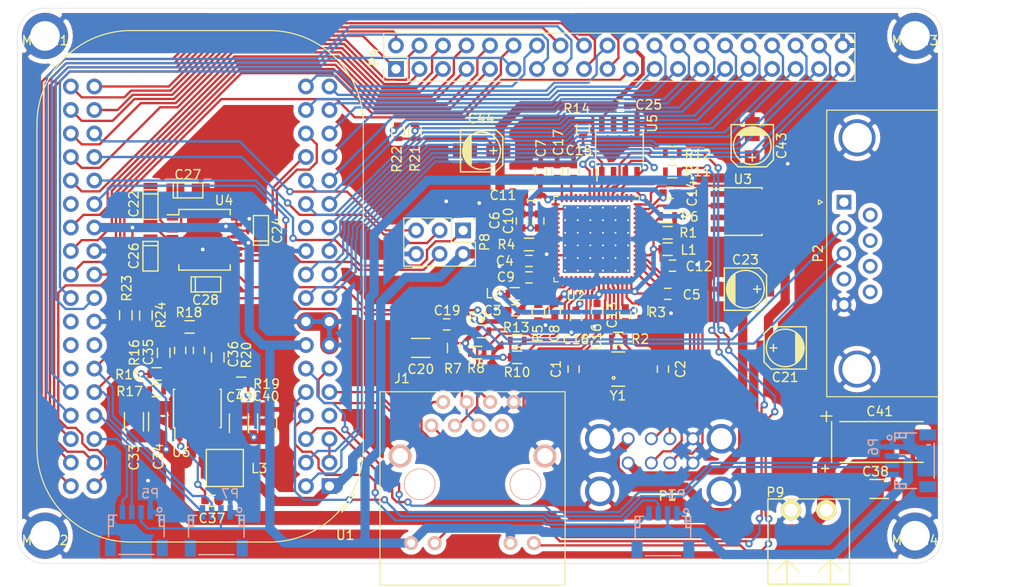
<source format=kicad_pcb>
(kicad_pcb (version 20171130) (host pcbnew 5.1.6-c6e7f7d~87~ubuntu20.04.1)
  (layers (0 F.Cu signal) (31 B.Cu signal) (34 B.Paste user) (35 F.Paste user) (36 B.SilkS user) (37 F.SilkS user) (38 B.Mask user) (39 F.Mask user) (44 Edge.Cuts user))
  (net 0 "")
  (net 1 GND)
  (net 2 "Net-(C1-Pad1)")
  (net 3 "Net-(C2-Pad1)")
  (net 4 +3V3_S0)
  (net 5 +3V3)
  (net 6 /LAN9514/n18)
  (net 7 /LAN9514/n18ETH)
  (net 8 /LAN9514/n18USB)
  (net 9 "Net-(C20-Pad1)")
  (net 10 /LAN9514/nRXN)
  (net 11 /LAN9514/nRXP)
  (net 12 /LAN9514/nTXN)
  (net 13 /LAN9514/nTXP)
  (net 14 /LAN9514/nUSBDP2)
  (net 15 /LAN9514/nUSBDM2)
  (net 16 /LAN9514/nUSBDP3)
  (net 17 /LAN9514/nUSBDM3)
  (net 18 "Net-(R1-Pad1)")
  (net 19 "Net-(R3-Pad1)")
  (net 20 "Net-(R4-Pad2)")
  (net 21 "Net-(R5-Pad1)")
  (net 22 "Net-(R6-Pad1)")
  (net 23 /LAN9514/~nLNKA_LED)
  (net 24 /LAN9514/~nSPD_LED)
  (net 25 /LAN9514/nPRTCTL3)
  (net 26 /LAN9514/nPRTCTL2)
  (net 27 +5V)
  (net 28 /LAN9514/nEECS)
  (net 29 /LAN9514/nEEDI)
  (net 30 /LAN9514/nEEDO)
  (net 31 /LAN9514/nEECLK)
  (net 32 /LAN9514/nPWR2)
  (net 33 /LAN9514/nPWR3)
  (net 34 "Net-(J1-Pad14)")
  (net 35 "Net-(J1-Pad12)")
  (net 36 "Net-(C22-Pad2)")
  (net 37 "Net-(C22-Pad1)")
  (net 38 "Net-(C26-Pad2)")
  (net 39 "Net-(C26-Pad1)")
  (net 40 "Net-(C27-Pad1)")
  (net 41 "Net-(C28-Pad1)")
  (net 42 "Net-(P2-Pad2)")
  (net 43 "Net-(P2-Pad3)")
  (net 44 USB_VBUS)
  (net 45 PR1_TX)
  (net 46 USB_DM)
  (net 47 USB_DP)
  (net 48 PR1_RX)
  (net 49 TX0)
  (net 50 RX0)
  (net 51 RX4)
  (net 52 TX4)
  (net 53 RX2)
  (net 54 TX2)
  (net 55 SDA2)
  (net 56 SCL2)
  (net 57 CS)
  (net 58 SDA1)
  (net 59 SCL1)
  (net 60 MOSI)
  (net 61 /nIO20)
  (net 62 /nPRU0.1)
  (net 63 /nA6)
  (net 64 /nIO89)
  (net 65 /nVREF-)
  (net 66 /nVREF+)
  (net 67 /nA0)
  (net 68 /nA1)
  (net 69 /nA2)
  (net 70 /nA3)
  (net 71 /nA4)
  (net 72 /nPRU0.7)
  (net 73 /nPRU0.4)
  (net 74 /nIO26)
  (net 75 /nPRU1.10)
  (net 76 /nPWM0A)
  (net 77 /nIO58)
  (net 78 /nIO46)
  (net 79 /nA7)
  (net 80 /nIO57)
  (net 81 /nIO65)
  (net 82 /nIO47)
  (net 83 /nIO27)
  (net 84 /nPRU0.2)
  (net 85 /nIO45)
  (net 86 /nIO48)
  (net 87 /nIO60)
  (net 88 /nPRU0.3)
  (net 89 /nPRU0.5)
  (net 90 /nA5)
  (net 91 /nIO23)
  (net 92 /nPRU0.6)
  (net 93 /nIO64)
  (net 94 /nPWM0B)
  (net 95 /nIO59)
  (net 96 /nIO52)
  (net 97 SCK)
  (net 98 MISO)
  (net 99 +BATT)
  (net 100 /power/COMP)
  (net 101 "Net-(C36-Pad2)")
  (net 102 "Net-(C37-Pad2)")
  (net 103 /power/PH)
  (net 104 /power/EN)
  (net 105 /power/RT)
  (net 106 /power/SENSE5V)
  (module resistors:R_0603 (layer F.Cu) (at 103.9 73.21 270)
    (fp_text reference R24 (at -0.06 -1.61 90) (layer F.SilkS))
    (fp_text value 10k)
    (pad 2 smd rect (at 0.75 0 270) (size 0.5 0.9) (layers F.Cu F.Paste F.Mask) (net 59 SCL1))
    (pad 1 smd rect (at -0.75 0 270) (size 0.5 0.9) (layers F.Cu F.Paste F.Mask) (net 5 +3V3))
  )
  (module resistors:R_0603 (layer F.Cu) (at 101.73 73.18 270)
    (fp_text reference R23 (at -2.92 -0.1 90) (layer F.SilkS))
    (fp_text value 10k)
    (pad 2 smd rect (at 0.75 0 270) (size 0.5 0.9) (layers F.Cu F.Paste F.Mask) (net 58 SDA1))
    (pad 1 smd rect (at -0.75 0 270) (size 0.5 0.9) (layers F.Cu F.Paste F.Mask) (net 5 +3V3))
  )
  (module resistors:R_0603 (layer F.Cu) (at 131.15 53.35 90)
    (fp_text reference R22 (at -2.97 -0.13 90) (layer F.SilkS))
    (fp_text value 10k)
    (pad 2 smd rect (at 0.75 0 90) (size 0.5 0.9) (layers F.Cu F.Paste F.Mask) (net 56 SCL2))
    (pad 1 smd rect (at -0.75 0 90) (size 0.5 0.9) (layers F.Cu F.Paste F.Mask) (net 5 +3V3))
  )
  (module resistors:R_0603 (layer F.Cu) (at 132.97 53.35 90)
    (fp_text reference R21 (at -2.91 0.01 90) (layer F.SilkS))
    (fp_text value 10k)
    (pad 2 smd rect (at 0.75 0 90) (size 0.5 0.9) (layers F.Cu F.Paste F.Mask) (net 55 SDA2))
    (pad 1 smd rect (at -0.75 0 90) (size 0.5 0.9) (layers F.Cu F.Paste F.Mask) (net 5 +3V3))
  )
  (module MODULE_compute:BEAGLE_PocketBeagle (layer F.Cu) (at 123.73 91.64 180)
    (fp_text reference U1 (at -1.71 -5.3 180) (layer F.SilkS))
    (fp_text value BEAGLE_PocketBeagle)
    (pad 1 thru_hole rect (at 0 0 180) (size 1.7 1.7) (drill 1) (layers *.Cu *.Mask) (net 27 +5V))
    (pad 2 thru_hole oval (at 2.54 0 180) (size 1.7 1.7) (drill 1) (layers *.Cu *.Mask) (net 63 /nA6))
    (pad 3 thru_hole oval (at 0 2.54 180) (size 1.7 1.7) (drill 1) (layers *.Cu *.Mask) (net 44 USB_VBUS))
    (pad 4 thru_hole oval (at 2.54 2.54 180) (size 1.7 1.7) (drill 1) (layers *.Cu *.Mask) (net 64 /nIO89))
    (pad 5 thru_hole oval (at 0 5.08 180) (size 1.7 1.7) (drill 1) (layers *.Cu *.Mask) (net 44 USB_VBUS))
    (pad 6 thru_hole oval (at 2.54 5.08 180) (size 1.7 1.7) (drill 1) (layers *.Cu *.Mask) (net 45 PR1_TX))
    (pad 7 thru_hole oval (at 0 7.62 180) (size 1.7 1.7) (drill 1) (layers *.Cu *.Mask))
    (pad 8 thru_hole oval (at 2.54 7.62 180) (size 1.7 1.7) (drill 1) (layers *.Cu *.Mask) (net 53 RX2))
    (pad 9 thru_hole oval (at 0 10.16 180) (size 1.7 1.7) (drill 1) (layers *.Cu *.Mask) (net 46 USB_DM))
    (pad 10 thru_hole oval (at 2.54 10.16 180) (size 1.7 1.7) (drill 1) (layers *.Cu *.Mask) (net 54 TX2))
    (pad 11 thru_hole oval (at 0 12.7 180) (size 1.7 1.7) (drill 1) (layers *.Cu *.Mask) (net 47 USB_DP))
    (pad 12 thru_hole oval (at 2.54 12.7 180) (size 1.7 1.7) (drill 1) (layers *.Cu *.Mask) (net 48 PR1_RX))
    (pad 13 thru_hole oval (at 0 15.24 180) (size 1.7 1.7) (drill 1) (layers *.Cu *.Mask) (net 1 GND))
    (pad 14 thru_hole oval (at 2.54 15.24 180) (size 1.7 1.7) (drill 1) (layers *.Cu *.Mask) (net 5 +3V3))
    (pad 15 thru_hole oval (at 0 17.78 180) (size 1.7 1.7) (drill 1) (layers *.Cu *.Mask) (net 1 GND))
    (pad 16 thru_hole oval (at 2.54 17.78 180) (size 1.7 1.7) (drill 1) (layers *.Cu *.Mask) (net 1 GND))
    (pad 17 thru_hole oval (at 0 20.32 180) (size 1.7 1.7) (drill 1) (layers *.Cu *.Mask) (net 65 /nVREF-))
    (pad 18 thru_hole oval (at 2.54 20.32 180) (size 1.7 1.7) (drill 1) (layers *.Cu *.Mask) (net 66 /nVREF+))
    (pad 19 thru_hole oval (at 0 22.86 180) (size 1.7 1.7) (drill 1) (layers *.Cu *.Mask) (net 67 /nA0))
    (pad 20 thru_hole oval (at 2.54 22.86 180) (size 1.7 1.7) (drill 1) (layers *.Cu *.Mask) (net 61 /nIO20))
    (pad 21 thru_hole oval (at 0 25.4 180) (size 1.7 1.7) (drill 1) (layers *.Cu *.Mask) (net 68 /nA1))
    (pad 22 thru_hole oval (at 2.54 25.4 180) (size 1.7 1.7) (drill 1) (layers *.Cu *.Mask) (net 1 GND))
    (pad 23 thru_hole oval (at 0 27.94 180) (size 1.7 1.7) (drill 1) (layers *.Cu *.Mask) (net 69 /nA2))
    (pad 24 thru_hole oval (at 2.54 27.94 180) (size 1.7 1.7) (drill 1) (layers *.Cu *.Mask))
    (pad 25 thru_hole oval (at 0 30.48 180) (size 1.7 1.7) (drill 1) (layers *.Cu *.Mask) (net 70 /nA3))
    (pad 26 thru_hole oval (at 2.54 30.48 180) (size 1.7 1.7) (drill 1) (layers *.Cu *.Mask) (net 55 SDA2))
    (pad 27 thru_hole oval (at 0 33.02 180) (size 1.7 1.7) (drill 1) (layers *.Cu *.Mask) (net 71 /nA4))
    (pad 28 thru_hole oval (at 2.54 33.02 180) (size 1.7 1.7) (drill 1) (layers *.Cu *.Mask) (net 56 SCL2))
    (pad 29 thru_hole oval (at 0 35.56 180) (size 1.7 1.7) (drill 1) (layers *.Cu *.Mask) (net 72 /nPRU0.7))
    (pad 30 thru_hole oval (at 2.54 35.56 180) (size 1.7 1.7) (drill 1) (layers *.Cu *.Mask) (net 49 TX0))
    (pad 31 thru_hole oval (at 0 38.1 180) (size 1.7 1.7) (drill 1) (layers *.Cu *.Mask) (net 73 /nPRU0.4))
    (pad 32 thru_hole oval (at 2.54 38.1 180) (size 1.7 1.7) (drill 1) (layers *.Cu *.Mask) (net 50 RX0))
    (pad 33 thru_hole oval (at 0 40.64 180) (size 1.7 1.7) (drill 1) (layers *.Cu *.Mask) (net 62 /nPRU0.1))
    (pad 34 thru_hole oval (at 2.54 40.64 180) (size 1.7 1.7) (drill 1) (layers *.Cu *.Mask) (net 74 /nIO26))
    (pad 35 thru_hole oval (at 0 43.18 180) (size 1.7 1.7) (drill 1) (layers *.Cu *.Mask) (net 75 /nPRU1.10))
    (pad 36 thru_hole oval (at 2.54 43.18 180) (size 1.7 1.7) (drill 1) (layers *.Cu *.Mask) (net 76 /nPWM0A))
    (pad 40 thru_hole oval (at 27.94 2.54 180) (size 1.7 1.7) (drill 1) (layers *.Cu *.Mask) (net 77 /nIO58))
    (pad 58 thru_hole oval (at 27.94 25.4 180) (size 1.7 1.7) (drill 1) (layers *.Cu *.Mask) (net 78 /nIO46))
    (pad 72 thru_hole oval (at 27.94 43.18 180) (size 1.7 1.7) (drill 1) (layers *.Cu *.Mask) (net 79 /nA7))
    (pad 67 thru_hole oval (at 25.4 38.1 180) (size 1.7 1.7) (drill 1) (layers *.Cu *.Mask) (net 57 CS))
    (pad 49 thru_hole oval (at 25.4 15.24 180) (size 1.7 1.7) (drill 1) (layers *.Cu *.Mask))
    (pad 51 thru_hole oval (at 25.4 17.78 180) (size 1.7 1.7) (drill 1) (layers *.Cu *.Mask) (net 1 GND))
    (pad 48 thru_hole oval (at 27.94 12.7 180) (size 1.7 1.7) (drill 1) (layers *.Cu *.Mask))
    (pad 41 thru_hole oval (at 25.4 5.08 180) (size 1.7 1.7) (drill 1) (layers *.Cu *.Mask) (net 51 RX4))
    (pad 42 thru_hole oval (at 27.94 5.08 180) (size 1.7 1.7) (drill 1) (layers *.Cu *.Mask) (net 80 /nIO57))
    (pad 53 thru_hole oval (at 25.4 20.32 180) (size 1.7 1.7) (drill 1) (layers *.Cu *.Mask) (net 81 /nIO65))
    (pad 47 thru_hole oval (at 25.4 12.7 180) (size 1.7 1.7) (drill 1) (layers *.Cu *.Mask) (net 58 SDA1))
    (pad 54 thru_hole oval (at 27.94 20.32 180) (size 1.7 1.7) (drill 1) (layers *.Cu *.Mask) (net 82 /nIO47))
    (pad 46 thru_hole oval (at 27.94 10.16 180) (size 1.7 1.7) (drill 1) (layers *.Cu *.Mask) (net 96 /nIO52))
    (pad 59 thru_hole oval (at 25.4 27.94 180) (size 1.7 1.7) (drill 1) (layers *.Cu *.Mask) (net 5 +3V3))
    (pad 50 thru_hole oval (at 27.94 15.24 180) (size 1.7 1.7) (drill 1) (layers *.Cu *.Mask))
    (pad 63 thru_hole oval (at 25.4 33.02 180) (size 1.7 1.7) (drill 1) (layers *.Cu *.Mask) (net 98 MISO))
    (pad 55 thru_hole oval (at 25.4 22.86 180) (size 1.7 1.7) (drill 1) (layers *.Cu *.Mask) (net 83 /nIO27))
    (pad 65 thru_hole oval (at 25.4 35.56 180) (size 1.7 1.7) (drill 1) (layers *.Cu *.Mask) (net 97 SCK))
    (pad 68 thru_hole oval (at 27.94 38.1 180) (size 1.7 1.7) (drill 1) (layers *.Cu *.Mask) (net 84 /nPRU0.2))
    (pad 69 thru_hole oval (at 25.4 40.64 180) (size 1.7 1.7) (drill 1) (layers *.Cu *.Mask) (net 85 /nIO45))
    (pad 43 thru_hole oval (at 25.4 7.62 180) (size 1.7 1.7) (drill 1) (layers *.Cu *.Mask) (net 52 TX4))
    (pad 45 thru_hole oval (at 25.4 10.16 180) (size 1.7 1.7) (drill 1) (layers *.Cu *.Mask) (net 59 SCL1))
    (pad 62 thru_hole oval (at 27.94 30.48 180) (size 1.7 1.7) (drill 1) (layers *.Cu *.Mask))
    (pad 60 thru_hole oval (at 27.94 27.94 180) (size 1.7 1.7) (drill 1) (layers *.Cu *.Mask) (net 86 /nIO48))
    (pad 52 thru_hole oval (at 27.94 17.78 180) (size 1.7 1.7) (drill 1) (layers *.Cu *.Mask))
    (pad 44 thru_hole oval (at 27.94 7.62 180) (size 1.7 1.7) (drill 1) (layers *.Cu *.Mask) (net 87 /nIO60))
    (pad 57 thru_hole oval (at 25.4 25.4 180) (size 1.7 1.7) (drill 1) (layers *.Cu *.Mask) (net 1 GND))
    (pad 66 thru_hole oval (at 27.94 35.56 180) (size 1.7 1.7) (drill 1) (layers *.Cu *.Mask) (net 88 /nPRU0.3))
    (pad 70 thru_hole oval (at 27.94 40.64 180) (size 1.7 1.7) (drill 1) (layers *.Cu *.Mask) (net 89 /nPRU0.5))
    (pad 71 thru_hole oval (at 25.4 43.18 180) (size 1.7 1.7) (drill 1) (layers *.Cu *.Mask) (net 90 /nA5))
    (pad 39 thru_hole oval (at 25.4 2.54 180) (size 1.7 1.7) (drill 1) (layers *.Cu *.Mask) (net 91 /nIO23))
    (pad 64 thru_hole oval (at 27.94 33.02 180) (size 1.7 1.7) (drill 1) (layers *.Cu *.Mask) (net 92 /nPRU0.6))
    (pad 61 thru_hole oval (at 25.4 30.48 180) (size 1.7 1.7) (drill 1) (layers *.Cu *.Mask) (net 60 MOSI))
    (pad 56 thru_hole oval (at 27.94 22.86 180) (size 1.7 1.7) (drill 1) (layers *.Cu *.Mask) (net 93 /nIO64))
    (pad 37 thru_hole circle (at 25.4 0 180) (size 1.7 1.7) (drill 1) (layers *.Cu *.Mask) (net 94 /nPWM0B))
    (pad 38 thru_hole oval (at 27.94 0 180) (size 1.7 1.7) (drill 1) (layers *.Cu *.Mask) (net 95 /nIO59))
  )
  (module mechanical-connectors:RJ_45_TRANSFO_2 (layer F.Cu) (at 139.192 91.44)
    (fp_text reference J1 (at -7.62 -11.43) (layer F.SilkS))
    (fp_text value RJ45-TRANSFO-2)
    (pad 8 thru_hole circle (at 4.445 -8.89) (size 1.5 1.5) (drill 0.9) (layers *.Cu *.SilkS *.Mask) (net 1 GND))
    (pad 6 thru_hole circle (at 1.905 -8.89) (size 1.5 1.5) (drill 0.9) (layers *.Cu *.SilkS *.Mask) (net 10 /LAN9514/nRXN))
    (pad 4 thru_hole circle (at -0.635 -8.89) (size 1.5 1.5) (drill 0.9) (layers *.Cu *.SilkS *.Mask) (net 9 "Net-(C20-Pad1)"))
    (pad 2 thru_hole circle (at -3.175 -8.89) (size 1.5 1.5) (drill 0.9) (layers *.Cu *.SilkS *.Mask) (net 12 /LAN9514/nTXN))
    (pad 1 thru_hole circle (at -4.445 -6.35) (size 1.5 1.5) (drill 0.9) (layers *.Cu *.SilkS *.Mask) (net 13 /LAN9514/nTXP))
    (pad 7 thru_hole circle (at 3.175 -6.35) (size 1.5 1.5) (drill 0.9) (layers *.Cu *.SilkS *.Mask))
    (pad 3 thru_hole circle (at -1.905 -6.35) (size 1.5 1.5) (drill 0.9) (layers *.Cu *.SilkS *.Mask) (net 11 /LAN9514/nRXP))
    (pad 5 thru_hole circle (at 0.635 -6.35) (size 1.5 1.5) (drill 0.9) (layers *.Cu *.SilkS *.Mask) (net 9 "Net-(C20-Pad1)"))
    (pad 14 thru_hole circle (at 6.63 6.35) (size 1.5 1.5) (drill 0.9) (layers *.Cu *.SilkS *.Mask) (net 34 "Net-(J1-Pad14)"))
    (pad 13 thru_hole circle (at 4.09 6.35) (size 1.5 1.5) (drill 0.9) (layers *.Cu *.SilkS *.Mask) (net 5 +3V3))
    (pad 11 thru_hole circle (at -6.63 6.35) (size 1.5 1.5) (drill 0.9) (layers *.Cu *.SilkS *.Mask) (net 5 +3V3))
    (pad 12 thru_hole circle (at -4.09 6.35) (size 1.5 1.5) (drill 0.9) (layers *.Cu *.SilkS *.Mask) (net 35 "Net-(J1-Pad12)"))
    (pad SH thru_hole circle (at 7.825 -3.05) (size 2.5 2.5) (drill 1.7) (layers *.Cu *.SilkS *.Mask) (net 1 GND))
    (pad SH thru_hole circle (at -7.825 -3.05) (size 2.5 2.5) (drill 1.7) (layers *.Cu *.SilkS *.Mask) (net 1 GND))
    (pad "" thru_hole circle (at 5.715 0) (size 3.4 3.4) (drill 3.2) (layers *.Cu *.SilkS *.Mask))
    (pad "" thru_hole circle (at -5.715 0) (size 3.4 3.4) (drill 3.2) (layers *.Cu *.SilkS *.Mask))
  )
  (module connectors_JST_SH:Connectors_JST_SM04B-SRSS-TB (layer B.Cu) (at 159.766 96.52 180)
    (fp_text reference P3 (at -1.5 3.9375) (layer B.SilkS) (effects (justify mirror)))
    (fp_text value CONN_01X04)
    (pad "" smd rect (at 2.8 -1.9375 180) (size 1.2 1.8) (layers B.Cu B.Paste B.Mask))
    (pad "" smd rect (at -2.8 -1.9375 180) (size 1.2 1.8) (layers B.Cu B.Paste B.Mask))
    (pad 4 smd rect (at 1.5 1.9375 180) (size 0.6 1.55) (layers B.Cu B.Paste B.Mask) (net 53 RX2))
    (pad 3 smd rect (at 0.5 1.9375 180) (size 0.6 1.55) (layers B.Cu B.Paste B.Mask) (net 54 TX2))
    (pad 2 smd rect (at -0.5 1.9375 180) (size 0.6 1.55) (layers B.Cu B.Paste B.Mask) (net 5 +3V3))
    (pad 1 smd rect (at -1.5 1.9375 180) (size 0.6 1.55) (layers B.Cu B.Paste B.Mask) (net 1 GND))
  )
  (module capacitors:C_1206 (layer F.Cu) (at 133.604 76.708 180)
    (fp_text reference C20 (at 0 -2.3) (layer F.SilkS))
    (fp_text value 22nF)
    (pad 2 smd rect (at 1.5 0 180) (size 1 1.6) (layers F.Cu F.Paste F.Mask) (net 1 GND))
    (pad 1 smd rect (at -1.5 0 180) (size 1 1.6) (layers F.Cu F.Paste F.Mask) (net 9 "Net-(C20-Pad1)"))
  )
  (module CON_usb_ethernet_combo:WE-61400826021 (layer F.Cu) (at 159.512 92.202)
    (fp_text reference P1 (at 0.75 0.5) (layer F.SilkS))
    (fp_text value USB_2.0_Connector)
    (pad M4 thru_hole circle (at 6.57 0) (size 3.2 3.2) (drill 2.3) (layers *.Cu *.Mask) (net 1 GND))
    (pad M3 thru_hole circle (at 6.57 -5.68) (size 3.2 3.2) (drill 2.3) (layers *.Cu *.Mask) (net 1 GND))
    (pad M1 thru_hole circle (at -6.57 -5.68) (size 3.2 3.2) (drill 2.3) (layers *.Cu *.Mask) (net 1 GND))
    (pad M2 thru_hole circle (at -6.57 0) (size 3.2 3.2) (drill 2.3) (layers *.Cu *.Mask) (net 1 GND))
    (pad 4 thru_hole circle (at 3.5 -5.68) (size 1.4 1.4) (drill 1) (layers *.Cu *.Mask) (net 1 GND))
    (pad 3 thru_hole circle (at 1 -5.68) (size 1.4 1.4) (drill 1) (layers *.Cu *.Mask) (net 14 /LAN9514/nUSBDP2))
    (pad 1 thru_hole circle (at -3.5 -5.68) (size 1.4 1.4) (drill 1) (layers *.Cu *.Mask) (net 32 /LAN9514/nPWR2))
    (pad 2 thru_hole circle (at -1 -5.68) (size 1.4 1.4) (drill 1) (layers *.Cu *.Mask) (net 15 /LAN9514/nUSBDM2))
    (pad 8 thru_hole circle (at 3.5 -3.06) (size 1.4 1.4) (drill 1) (layers *.Cu *.Mask) (net 1 GND))
    (pad 7 thru_hole circle (at 1 -3.06) (size 1.4 1.4) (drill 1) (layers *.Cu *.Mask) (net 16 /LAN9514/nUSBDP3))
    (pad 6 thru_hole circle (at -1 -3.06) (size 1.4 1.4) (drill 1) (layers *.Cu *.Mask) (net 17 /LAN9514/nUSBDM3))
    (pad 5 thru_hole circle (at -3.5 -3.06) (size 1.4 1.4) (drill 1) (layers *.Cu *.Mask) (net 33 /LAN9514/nPWR3))
  )
  (module capacitors:C_0603 (layer F.Cu) (at 148.082 72.644 270)
    (fp_text reference C8 (at 2.506 0.022 90) (layer F.SilkS))
    (fp_text value 100nF)
    (pad 2 smd rect (at 0.75 0 270) (size 0.8 0.75) (layers F.Cu F.Paste F.Mask) (net 1 GND))
    (pad 1 smd rect (at -0.75 0 270) (size 0.8 0.75) (layers F.Cu F.Paste F.Mask) (net 4 +3V3_S0))
  )
  (module capacitors:c_elec_4x4.5 (layer F.Cu) (at 140.18 55.4)
    (fp_text reference C44 (at -0.06 -3.46) (layer F.SilkS))
    (fp_text value 10uF)
    (pad 2 smd rect (at -1.80086 0) (size 2.60096 1.6002) (layers F.Cu F.Paste F.Mask) (net 1 GND))
    (pad 1 smd rect (at 1.80086 0) (size 2.60096 1.6002) (layers F.Cu F.Paste F.Mask) (net 5 +3V3))
  )
  (module capacitors:c_elec_4x4.5 (layer F.Cu) (at 169.418 54.864 270)
    (fp_text reference C43 (at 0 -3.175 90) (layer F.SilkS))
    (fp_text value 10uF)
    (pad 2 smd rect (at -1.80086 0 270) (size 2.60096 1.6002) (layers F.Cu F.Paste F.Mask) (net 1 GND))
    (pad 1 smd rect (at 1.80086 0 270) (size 2.60096 1.6002) (layers F.Cu F.Paste F.Mask) (net 27 +5V))
  )
  (module capacitors:TantalC_SizeS_EIA-3216 (layer F.Cu) (at 110.38586 69.85 180)
    (fp_text reference C28 (at 0.04586 -1.68) (layer F.SilkS))
    (fp_text value 1uF)
    (pad 2 smd rect (at -1.37414 0 180) (size 1.95072 1.50114) (layers F.Cu F.Paste F.Mask) (net 1 GND))
    (pad 1 smd rect (at 1.37414 0 180) (size 1.95072 1.50114) (layers F.Cu F.Paste F.Mask) (net 41 "Net-(C28-Pad1)"))
  )
  (module capacitors:TantalC_SizeS_EIA-3216 (layer F.Cu) (at 108.458 59.69 180)
    (fp_text reference C27 (at 0.028 1.7) (layer F.SilkS))
    (fp_text value 1uF)
    (pad 2 smd rect (at -1.37414 0 180) (size 1.95072 1.50114) (layers F.Cu F.Paste F.Mask) (net 1 GND))
    (pad 1 smd rect (at 1.37414 0 180) (size 1.95072 1.50114) (layers F.Cu F.Paste F.Mask) (net 40 "Net-(C27-Pad1)"))
  )
  (module capacitors:TantalC_SizeS_EIA-3216 (layer F.Cu) (at 104.394 66.802 90)
    (fp_text reference C26 (at 0.042 -1.794 90) (layer F.SilkS))
    (fp_text value 1uF)
    (pad 2 smd rect (at -1.37414 0 90) (size 1.95072 1.50114) (layers F.Cu F.Paste F.Mask) (net 38 "Net-(C26-Pad2)"))
    (pad 1 smd rect (at 1.37414 0 90) (size 1.95072 1.50114) (layers F.Cu F.Paste F.Mask) (net 39 "Net-(C26-Pad1)"))
  )
  (module capacitors:TantalC_SizeS_EIA-3216 (layer F.Cu) (at 116.332 64.008 270)
    (fp_text reference C24 (at 0.002 -1.768 90) (layer F.SilkS))
    (fp_text value 220nF)
    (pad 2 smd rect (at -1.37414 0 270) (size 1.95072 1.50114) (layers F.Cu F.Paste F.Mask) (net 1 GND))
    (pad 1 smd rect (at 1.37414 0 270) (size 1.95072 1.50114) (layers F.Cu F.Paste F.Mask) (net 5 +3V3))
  )
  (module capacitors:TantalC_SizeS_EIA-3216 (layer F.Cu) (at 104.394 61.214 90)
    (fp_text reference C22 (at 0.044 -1.794 90) (layer F.SilkS))
    (fp_text value 220nF)
    (pad 2 smd rect (at -1.37414 0 90) (size 1.95072 1.50114) (layers F.Cu F.Paste F.Mask) (net 36 "Net-(C22-Pad2)"))
    (pad 1 smd rect (at 1.37414 0 90) (size 1.95072 1.50114) (layers F.Cu F.Paste F.Mask) (net 37 "Net-(C22-Pad1)"))
  )
  (module resistors:R_0603 (layer F.Cu) (at 143.764 70.866 180)
    (fp_text reference L2 (at 2.324 0.036) (layer F.SilkS))
    (fp_text value 742792651)
    (pad 2 smd rect (at 0.75 0 180) (size 0.5 0.9) (layers F.Cu F.Paste F.Mask) (net 8 /LAN9514/n18USB))
    (pad 1 smd rect (at -0.75 0 180) (size 0.5 0.9) (layers F.Cu F.Paste F.Mask) (net 7 /LAN9514/n18ETH))
  )
  (module CON_wuerth:WR-TBL_691322310002 (layer F.Cu) (at 175.514 94.234)
    (fp_text reference P9 (at -3.6 -1.92) (layer F.SilkS))
    (fp_text value WR-TBL_691322310002 hide)
    (pad 2 thru_hole circle (at 1.905 0) (size 2.2 2.2) (drill 1.4) (layers *.Cu *.Mask F.SilkS) (net 99 +BATT))
    (pad 1 thru_hole circle (at -1.905 0) (size 2.2 2.2) (drill 1.4) (layers *.Cu *.Mask F.SilkS) (net 1 GND))
  )
  (module SOIC:SOIC-8-1EP_3.9x4.9mm_Pitch1.27mm (layer F.Cu) (at 109.458 83.254 90)
    (fp_text reference U6 (at -4.726 -1.738 180) (layer F.SilkS))
    (fp_text value TPS54335A)
    (pad 9 smd rect (at -0.5875 -0.5875 90) (size 1.175 1.175) (layers F.Cu F.Paste F.Mask) (net 1 GND))
    (pad 9 smd rect (at -0.5875 0.5875 90) (size 1.175 1.175) (layers F.Cu F.Paste F.Mask) (net 1 GND))
    (pad 9 smd rect (at 0.5875 -0.5875 90) (size 1.175 1.175) (layers F.Cu F.Paste F.Mask) (net 1 GND))
    (pad 9 smd rect (at 0.5875 0.5875 90) (size 1.175 1.175) (layers F.Cu F.Paste F.Mask) (net 1 GND))
    (pad 8 smd rect (at 2.7 -1.905 90) (size 1.55 0.6) (layers F.Cu F.Paste F.Mask) (net 105 /power/RT))
    (pad 7 smd rect (at 2.7 -0.635 90) (size 1.55 0.6) (layers F.Cu F.Paste F.Mask) (net 104 /power/EN))
    (pad 6 smd rect (at 2.7 0.635 90) (size 1.55 0.6) (layers F.Cu F.Paste F.Mask) (net 100 /power/COMP))
    (pad 5 smd rect (at 2.7 1.905 90) (size 1.55 0.6) (layers F.Cu F.Paste F.Mask) (net 106 /power/SENSE5V))
    (pad 4 smd rect (at -2.7 1.905 90) (size 1.55 0.6) (layers F.Cu F.Paste F.Mask) (net 1 GND))
    (pad 3 smd rect (at -2.7 0.635 90) (size 1.55 0.6) (layers F.Cu F.Paste F.Mask) (net 103 /power/PH))
    (pad 2 smd rect (at -2.7 -0.635 90) (size 1.55 0.6) (layers F.Cu F.Paste F.Mask) (net 99 +BATT))
    (pad 1 smd rect (at -2.7 -1.905 90) (size 1.55 0.6) (layers F.Cu F.Paste F.Mask) (net 102 "Net-(C37-Pad2)"))
  )
  (module resistors:R_0603 (layer F.Cu) (at 111.666 77.742 90)
    (fp_text reference R20 (at 0.262 3.094 90) (layer F.SilkS))
    (fp_text value 19.1k)
    (pad 2 smd rect (at 0.75 0 90) (size 0.5 0.9) (layers F.Cu F.Paste F.Mask) (net 1 GND))
    (pad 1 smd rect (at -0.75 0 90) (size 0.5 0.9) (layers F.Cu F.Paste F.Mask) (net 106 /power/SENSE5V))
  )
  (module resistors:R_0603 (layer F.Cu) (at 114.206 80.536 180)
    (fp_text reference R19 (at -2.724 -0.074) (layer F.SilkS))
    (fp_text value 100k)
    (pad 2 smd rect (at 0.75 0 180) (size 0.5 0.9) (layers F.Cu F.Paste F.Mask) (net 106 /power/SENSE5V))
    (pad 1 smd rect (at -0.75 0 180) (size 0.5 0.9) (layers F.Cu F.Paste F.Mask) (net 27 +5V))
  )
  (module resistors:R_0603 (layer F.Cu) (at 108.618 74.44 180)
    (fp_text reference R18 (at 0.068 1.56) (layer F.SilkS))
    (fp_text value 3.74k)
    (pad 2 smd rect (at 0.75 0 180) (size 0.5 0.9) (layers F.Cu F.Paste F.Mask) (net 1 GND))
    (pad 1 smd rect (at -0.75 0 180) (size 0.5 0.9) (layers F.Cu F.Paste F.Mask) (net 101 "Net-(C36-Pad2)"))
  )
  (module resistors:R_0603 (layer F.Cu) (at 105.062 81.298 180)
    (fp_text reference R17 (at 2.922 -0.112) (layer F.SilkS))
    (fp_text value 143k)
    (pad 2 smd rect (at 0.75 0 180) (size 0.5 0.9) (layers F.Cu F.Paste F.Mask) (net 1 GND))
    (pad 1 smd rect (at -0.75 0 180) (size 0.5 0.9) (layers F.Cu F.Paste F.Mask) (net 105 /power/RT))
  )
  (module resistors:R_0603 (layer F.Cu) (at 105.824 77.234 90)
    (fp_text reference R16 (at 0.014 -3.164 90) (layer F.SilkS))
    (fp_text value 43.2k)
    (pad 2 smd rect (at 0.75 0 90) (size 0.5 0.9) (layers F.Cu F.Paste F.Mask) (net 1 GND))
    (pad 1 smd rect (at -0.75 0 90) (size 0.5 0.9) (layers F.Cu F.Paste F.Mask) (net 104 /power/EN))
  )
  (module resistors:R_0603 (layer F.Cu) (at 105.062 79.52)
    (fp_text reference R15 (at -3.052 0.07) (layer F.SilkS))
    (fp_text value 220k)
    (pad 2 smd rect (at 0.75 0) (size 0.5 0.9) (layers F.Cu F.Paste F.Mask) (net 104 /power/EN))
    (pad 1 smd rect (at -0.75 0) (size 0.5 0.9) (layers F.Cu F.Paste F.Mask) (net 99 +BATT))
  )
  (module L_power:WE-LHMI40xx (layer F.Cu) (at 112.428 89.68)
    (fp_text reference L3 (at 3.712 0.05 180) (layer F.SilkS))
    (fp_text value 74437324150)
    (pad 2 smd rect (at 1.85 0) (size 1.5 2.3) (layers F.Cu F.Paste F.Mask) (net 27 +5V))
    (pad 1 smd rect (at -1.85 0) (size 1.5 2.3) (layers F.Cu F.Paste F.Mask) (net 103 /power/PH))
  )
  (module capacitors:C_1206 (layer F.Cu) (at 113.952 84.854 90)
    (fp_text reference C42 (at 2.814 0.058 180) (layer F.SilkS))
    (fp_text value 22uF)
    (pad 2 smd rect (at 1.5 0 90) (size 1 1.6) (layers F.Cu F.Paste F.Mask) (net 1 GND))
    (pad 1 smd rect (at -1.5 0 90) (size 1 1.6) (layers F.Cu F.Paste F.Mask) (net 27 +5V))
  )
  (module capacitors:TantalC_SizeD_EIA-7343_Wave (layer F.Cu) (at 183.388 86.868)
    (fp_text reference C41 (at -0.20066 -3.29946) (layer F.SilkS))
    (fp_text value 47uF)
    (fp_text user + (at -6.096 2.794) (layer F.SilkS))
    (pad 1 smd rect (at -3.37566 0) (size 2.94894 2.70002) (layers F.Cu F.Paste F.Mask) (net 99 +BATT))
    (pad 2 smd rect (at 3.37566 0) (size 2.94894 2.70002) (layers F.Cu F.Paste F.Mask) (net 1 GND))
  )
  (module capacitors:C_1206 (layer F.Cu) (at 117 84.854 90)
    (fp_text reference C40 (at 2.924 -0.12 180) (layer F.SilkS))
    (fp_text value 22uF)
    (pad 2 smd rect (at 1.5 0 90) (size 1 1.6) (layers F.Cu F.Paste F.Mask) (net 1 GND))
    (pad 1 smd rect (at -1.5 0 90) (size 1 1.6) (layers F.Cu F.Paste F.Mask) (net 27 +5V))
  )
  (module capacitors:C_1206 (layer F.Cu) (at 183.134 91.948)
    (fp_text reference C38 (at -0.404 -1.878) (layer F.SilkS))
    (fp_text value 100nF)
    (pad 2 smd rect (at 1.5 0) (size 1 1.6) (layers F.Cu F.Paste F.Mask) (net 1 GND))
    (pad 1 smd rect (at -1.5 0) (size 1 1.6) (layers F.Cu F.Paste F.Mask) (net 99 +BATT))
  )
  (module capacitors:C_0603 (layer F.Cu) (at 111.04 93.218 180)
    (fp_text reference C37 (at 0 -1.9) (layer F.SilkS))
    (fp_text value 100nF)
    (pad 2 smd rect (at 0.75 0 180) (size 0.8 0.75) (layers F.Cu F.Paste F.Mask) (net 102 "Net-(C37-Pad2)"))
    (pad 1 smd rect (at -0.75 0 180) (size 0.8 0.75) (layers F.Cu F.Paste F.Mask) (net 103 /power/PH))
  )
  (module capacitors:C_0603 (layer F.Cu) (at 109.634 76.98 90)
    (fp_text reference C36 (at -0.4 3.716 90) (layer F.SilkS))
    (fp_text value 12nF)
    (pad 2 smd rect (at 0.75 0 90) (size 0.8 0.75) (layers F.Cu F.Paste F.Mask) (net 101 "Net-(C36-Pad2)"))
    (pad 1 smd rect (at -0.75 0 90) (size 0.8 0.75) (layers F.Cu F.Paste F.Mask) (net 100 /power/COMP))
  )
  (module capacitors:C_0603 (layer F.Cu) (at 107.602 76.98 90)
    (fp_text reference C35 (at -0.17 -3.442 90) (layer F.SilkS))
    (fp_text value 120pF)
    (pad 2 smd rect (at 0.75 0 90) (size 0.8 0.75) (layers F.Cu F.Paste F.Mask) (net 1 GND))
    (pad 1 smd rect (at -0.75 0 90) (size 0.8 0.75) (layers F.Cu F.Paste F.Mask) (net 100 /power/COMP))
  )
  (module capacitors:C_1206 (layer F.Cu) (at 105.218 84.664 90)
    (fp_text reference C34 (at -3.766 0.032 90) (layer F.SilkS))
    (fp_text value "4.7uF 50V")
    (pad 2 smd rect (at 1.5 0 90) (size 1 1.6) (layers F.Cu F.Paste F.Mask) (net 1 GND))
    (pad 1 smd rect (at -1.5 0 90) (size 1 1.6) (layers F.Cu F.Paste F.Mask) (net 99 +BATT))
  )
  (module capacitors:C_1206 (layer F.Cu) (at 102.608 84.694 90)
    (fp_text reference C33 (at -3.826 0.012 90) (layer F.SilkS))
    (fp_text value "4.7uF 50V")
    (pad 2 smd rect (at 1.5 0 90) (size 1 1.6) (layers F.Cu F.Paste F.Mask) (net 1 GND))
    (pad 1 smd rect (at -1.5 0 90) (size 1 1.6) (layers F.Cu F.Paste F.Mask) (net 99 +BATT))
  )
  (module Connector_PinHeader_2.54mm:PinHeader_2x03_P2.54mm_Vertical (layer F.Cu) (at 138.176 64.008 270)
    (fp_text reference P8 (at 1.27 -2.33 90) (layer F.SilkS))
    (fp_text value CONN_02X03)
    (pad 1 thru_hole rect (at 0 0 270) (size 1.7 1.7) (drill 1) (layers *.Cu *.Mask) (net 98 MISO))
    (pad 2 thru_hole oval (at 2.54 0 270) (size 1.7 1.7) (drill 1) (layers *.Cu *.Mask) (net 5 +3V3))
    (pad 3 thru_hole oval (at 0 2.54 270) (size 1.7 1.7) (drill 1) (layers *.Cu *.Mask) (net 97 SCK))
    (pad 4 thru_hole oval (at 2.54 2.54 270) (size 1.7 1.7) (drill 1) (layers *.Cu *.Mask) (net 60 MOSI))
    (pad 5 thru_hole oval (at 0 5.08 270) (size 1.7 1.7) (drill 1) (layers *.Cu *.Mask) (net 57 CS))
    (pad 6 thru_hole oval (at 2.54 5.08 270) (size 1.7 1.7) (drill 1) (layers *.Cu *.Mask) (net 1 GND))
  )
  (module connectors_JST_SH:Connectors_JST_SM04B-SRSS-TB (layer B.Cu) (at 111.506 96.41 180)
    (fp_text reference P7 (at -1.5 3.9375 180) (layer B.SilkS) (effects (justify mirror)))
    (fp_text value CONN_01X04)
    (pad "" smd rect (at 2.8 -1.9375 180) (size 1.2 1.8) (layers B.Cu B.Paste B.Mask))
    (pad "" smd rect (at -2.8 -1.9375 180) (size 1.2 1.8) (layers B.Cu B.Paste B.Mask))
    (pad 4 smd rect (at 1.5 1.9375 180) (size 0.6 1.55) (layers B.Cu B.Paste B.Mask) (net 59 SCL1))
    (pad 3 smd rect (at 0.5 1.9375 180) (size 0.6 1.55) (layers B.Cu B.Paste B.Mask) (net 58 SDA1))
    (pad 2 smd rect (at -0.5 1.9375 180) (size 0.6 1.55) (layers B.Cu B.Paste B.Mask) (net 5 +3V3))
    (pad 1 smd rect (at -1.5 1.9375 180) (size 0.6 1.55) (layers B.Cu B.Paste B.Mask) (net 1 GND))
  )
  (module connectors_JST_SH:Connectors_JST_SM04B-SRSS-TB (layer B.Cu) (at 186.436 88.9 270)
    (fp_text reference P6 (at -1.5 3.9375 90) (layer B.SilkS) (effects (justify mirror)))
    (fp_text value CONN_01X04)
    (pad "" smd rect (at 2.8 -1.9375 270) (size 1.2 1.8) (layers B.Cu B.Paste B.Mask))
    (pad "" smd rect (at -2.8 -1.9375 270) (size 1.2 1.8) (layers B.Cu B.Paste B.Mask))
    (pad 4 smd rect (at 1.5 1.9375 270) (size 0.6 1.55) (layers B.Cu B.Paste B.Mask) (net 48 PR1_RX))
    (pad 3 smd rect (at 0.5 1.9375 270) (size 0.6 1.55) (layers B.Cu B.Paste B.Mask) (net 45 PR1_TX))
    (pad 2 smd rect (at -0.5 1.9375 270) (size 0.6 1.55) (layers B.Cu B.Paste B.Mask) (net 5 +3V3))
    (pad 1 smd rect (at -1.5 1.9375 270) (size 0.6 1.55) (layers B.Cu B.Paste B.Mask) (net 1 GND))
  )
  (module connectors_JST_SH:Connectors_JST_SM04B-SRSS-TB (layer B.Cu) (at 102.87 96.39 180)
    (fp_text reference P5 (at -1.5 3.9375 180) (layer B.SilkS) (effects (justify mirror)))
    (fp_text value CONN_01X04)
    (pad "" smd rect (at 2.8 -1.9375 180) (size 1.2 1.8) (layers B.Cu B.Paste B.Mask))
    (pad "" smd rect (at -2.8 -1.9375 180) (size 1.2 1.8) (layers B.Cu B.Paste B.Mask))
    (pad 4 smd rect (at 1.5 1.9375 180) (size 0.6 1.55) (layers B.Cu B.Paste B.Mask) (net 51 RX4))
    (pad 3 smd rect (at 0.5 1.9375 180) (size 0.6 1.55) (layers B.Cu B.Paste B.Mask) (net 52 TX4))
    (pad 2 smd rect (at -0.5 1.9375 180) (size 0.6 1.55) (layers B.Cu B.Paste B.Mask) (net 5 +3V3))
    (pad 1 smd rect (at -1.5 1.9375 180) (size 0.6 1.55) (layers B.Cu B.Paste B.Mask) (net 1 GND))
  )
  (module Connector_PinHeader_2.54mm:PinHeader_2x20_P2.54mm_Vertical (layer F.Cu) (at 130.92 46.57 90)
    (fp_text reference P4 (at 1.27 -2.33 90) (layer F.SilkS))
    (fp_text value CONN_02X20)
    (pad 40 thru_hole oval (at 2.54 48.26 90) (size 1.7 1.7) (drill 1) (layers *.Cu *.Mask) (net 1 GND))
    (pad 39 thru_hole oval (at 0 48.26 90) (size 1.7 1.7) (drill 1) (layers *.Cu *.Mask) (net 63 /nA6))
    (pad 38 thru_hole oval (at 2.54 45.72 90) (size 1.7 1.7) (drill 1) (layers *.Cu *.Mask) (net 64 /nIO89))
    (pad 37 thru_hole oval (at 0 45.72 90) (size 1.7 1.7) (drill 1) (layers *.Cu *.Mask) (net 65 /nVREF-))
    (pad 36 thru_hole oval (at 2.54 43.18 90) (size 1.7 1.7) (drill 1) (layers *.Cu *.Mask) (net 66 /nVREF+))
    (pad 35 thru_hole oval (at 0 43.18 90) (size 1.7 1.7) (drill 1) (layers *.Cu *.Mask) (net 67 /nA0))
    (pad 34 thru_hole oval (at 2.54 40.64 90) (size 1.7 1.7) (drill 1) (layers *.Cu *.Mask) (net 61 /nIO20))
    (pad 33 thru_hole oval (at 0 40.64 90) (size 1.7 1.7) (drill 1) (layers *.Cu *.Mask) (net 68 /nA1))
    (pad 32 thru_hole oval (at 2.54 38.1 90) (size 1.7 1.7) (drill 1) (layers *.Cu *.Mask) (net 69 /nA2))
    (pad 31 thru_hole oval (at 0 38.1 90) (size 1.7 1.7) (drill 1) (layers *.Cu *.Mask) (net 55 SDA2))
    (pad 30 thru_hole oval (at 2.54 35.56 90) (size 1.7 1.7) (drill 1) (layers *.Cu *.Mask) (net 70 /nA3))
    (pad 29 thru_hole oval (at 0 35.56 90) (size 1.7 1.7) (drill 1) (layers *.Cu *.Mask) (net 56 SCL2))
    (pad 28 thru_hole oval (at 2.54 33.02 90) (size 1.7 1.7) (drill 1) (layers *.Cu *.Mask) (net 71 /nA4))
    (pad 27 thru_hole oval (at 0 33.02 90) (size 1.7 1.7) (drill 1) (layers *.Cu *.Mask) (net 72 /nPRU0.7))
    (pad 26 thru_hole oval (at 2.54 30.48 90) (size 1.7 1.7) (drill 1) (layers *.Cu *.Mask) (net 73 /nPRU0.4))
    (pad 25 thru_hole oval (at 0 30.48 90) (size 1.7 1.7) (drill 1) (layers *.Cu *.Mask) (net 62 /nPRU0.1))
    (pad 24 thru_hole oval (at 2.54 27.94 90) (size 1.7 1.7) (drill 1) (layers *.Cu *.Mask) (net 74 /nIO26))
    (pad 23 thru_hole oval (at 0 27.94 90) (size 1.7 1.7) (drill 1) (layers *.Cu *.Mask) (net 75 /nPRU1.10))
    (pad 22 thru_hole oval (at 2.54 25.4 90) (size 1.7 1.7) (drill 1) (layers *.Cu *.Mask) (net 5 +3V3))
    (pad 21 thru_hole oval (at 0 25.4 90) (size 1.7 1.7) (drill 1) (layers *.Cu *.Mask) (net 94 /nPWM0B))
    (pad 20 thru_hole oval (at 2.54 22.86 90) (size 1.7 1.7) (drill 1) (layers *.Cu *.Mask) (net 76 /nPWM0A))
    (pad 19 thru_hole oval (at 0 22.86 90) (size 1.7 1.7) (drill 1) (layers *.Cu *.Mask) (net 95 /nIO59))
    (pad 18 thru_hole oval (at 2.54 20.32 90) (size 1.7 1.7) (drill 1) (layers *.Cu *.Mask) (net 91 /nIO23))
    (pad 17 thru_hole oval (at 0 20.32 90) (size 1.7 1.7) (drill 1) (layers *.Cu *.Mask) (net 77 /nIO58))
    (pad 16 thru_hole oval (at 2.54 17.78 90) (size 1.7 1.7) (drill 1) (layers *.Cu *.Mask) (net 80 /nIO57))
    (pad 15 thru_hole oval (at 0 17.78 90) (size 1.7 1.7) (drill 1) (layers *.Cu *.Mask) (net 87 /nIO60))
    (pad 14 thru_hole oval (at 2.54 15.24 90) (size 1.7 1.7) (drill 1) (layers *.Cu *.Mask) (net 82 /nIO47))
    (pad 13 thru_hole oval (at 0 15.24 90) (size 1.7 1.7) (drill 1) (layers *.Cu *.Mask) (net 96 /nIO52))
    (pad 12 thru_hole oval (at 2.54 12.7 90) (size 1.7 1.7) (drill 1) (layers *.Cu *.Mask) (net 83 /nIO27))
    (pad 11 thru_hole oval (at 0 12.7 90) (size 1.7 1.7) (drill 1) (layers *.Cu *.Mask) (net 81 /nIO65))
    (pad 10 thru_hole oval (at 2.54 10.16 90) (size 1.7 1.7) (drill 1) (layers *.Cu *.Mask) (net 78 /nIO46))
    (pad 9 thru_hole oval (at 0 10.16 90) (size 1.7 1.7) (drill 1) (layers *.Cu *.Mask) (net 93 /nIO64))
    (pad 8 thru_hole oval (at 2.54 7.62 90) (size 1.7 1.7) (drill 1) (layers *.Cu *.Mask) (net 92 /nPRU0.6))
    (pad 7 thru_hole oval (at 0 7.62 90) (size 1.7 1.7) (drill 1) (layers *.Cu *.Mask) (net 86 /nIO48))
    (pad 6 thru_hole oval (at 2.54 5.08 90) (size 1.7 1.7) (drill 1) (layers *.Cu *.Mask) (net 84 /nPRU0.2))
    (pad 5 thru_hole oval (at 0 5.08 90) (size 1.7 1.7) (drill 1) (layers *.Cu *.Mask) (net 88 /nPRU0.3))
    (pad 4 thru_hole oval (at 2.54 2.54 90) (size 1.7 1.7) (drill 1) (layers *.Cu *.Mask) (net 85 /nIO45))
    (pad 3 thru_hole oval (at 0 2.54 90) (size 1.7 1.7) (drill 1) (layers *.Cu *.Mask) (net 89 /nPRU0.5))
    (pad 2 thru_hole oval (at 2.54 0 90) (size 1.7 1.7) (drill 1) (layers *.Cu *.Mask) (net 90 /nA5))
    (pad 1 thru_hole rect (at 0 0 90) (size 1.7 1.7) (drill 1) (layers *.Cu *.Mask) (net 79 /nA7))
  )
  (module SSOP:SSOP-16_5.3x6.2mm_Pitch0.65mm (layer F.Cu) (at 110.236 65.024)
    (fp_text reference U4 (at 2.104 -4.254) (layer F.SilkS))
    (fp_text value MAX3227)
    (pad 16 smd rect (at 3.45 -2.275) (size 1.2 0.4) (layers F.Cu F.Paste F.Mask) (net 5 +3V3))
    (pad 15 smd rect (at 3.45 -1.625) (size 1.2 0.4) (layers F.Cu F.Paste F.Mask) (net 5 +3V3))
    (pad 14 smd rect (at 3.45 -0.975) (size 1.2 0.4) (layers F.Cu F.Paste F.Mask) (net 1 GND))
    (pad 13 smd rect (at 3.45 -0.325) (size 1.2 0.4) (layers F.Cu F.Paste F.Mask) (net 42 "Net-(P2-Pad2)"))
    (pad 12 smd rect (at 3.45 0.325) (size 1.2 0.4) (layers F.Cu F.Paste F.Mask) (net 5 +3V3))
    (pad 11 smd rect (at 3.45 0.975) (size 1.2 0.4) (layers F.Cu F.Paste F.Mask) (net 49 TX0))
    (pad 10 smd rect (at 3.45 1.625) (size 1.2 0.4) (layers F.Cu F.Paste F.Mask))
    (pad 9 smd rect (at 3.45 2.275) (size 1.2 0.4) (layers F.Cu F.Paste F.Mask) (net 50 RX0))
    (pad 8 smd rect (at -3.45 2.275) (size 1.2 0.4) (layers F.Cu F.Paste F.Mask) (net 43 "Net-(P2-Pad3)"))
    (pad 7 smd rect (at -3.45 1.625) (size 1.2 0.4) (layers F.Cu F.Paste F.Mask) (net 41 "Net-(C28-Pad1)"))
    (pad 6 smd rect (at -3.45 0.975) (size 1.2 0.4) (layers F.Cu F.Paste F.Mask) (net 38 "Net-(C26-Pad2)"))
    (pad 5 smd rect (at -3.45 0.325) (size 1.2 0.4) (layers F.Cu F.Paste F.Mask) (net 39 "Net-(C26-Pad1)"))
    (pad 4 smd rect (at -3.45 -0.325) (size 1.2 0.4) (layers F.Cu F.Paste F.Mask) (net 36 "Net-(C22-Pad2)"))
    (pad 3 smd rect (at -3.45 -0.975) (size 1.2 0.4) (layers F.Cu F.Paste F.Mask) (net 40 "Net-(C27-Pad1)"))
    (pad 2 smd rect (at -3.45 -1.625) (size 1.2 0.4) (layers F.Cu F.Paste F.Mask) (net 37 "Net-(C22-Pad1)"))
    (pad 1 smd rect (at -3.45 -2.275) (size 1.2 0.4) (layers F.Cu F.Paste F.Mask))
  )
  (module QFN:QFN-64-1EP_9x9mm_P0.5mm_EP7.3x7.3mm_ThermalVias (layer F.Cu) (at 152.602 64.95 180)
    (fp_text reference U2 (at 2.282 -6.12) (layer F.SilkS))
    (fp_text value LAN9514)
    (pad 65 smd rect (at 0 0 180) (size 7.3 7.3) (layers B.Cu) (net 1 GND))
    (pad 65 thru_hole circle (at 3.4 3.4 180) (size 0.5 0.5) (drill 0.2) (layers *.Cu) (net 1 GND))
    (pad 65 thru_hole circle (at 2.04 3.4 180) (size 0.5 0.5) (drill 0.2) (layers *.Cu) (net 1 GND))
    (pad 65 thru_hole circle (at 0.68 3.4 180) (size 0.5 0.5) (drill 0.2) (layers *.Cu) (net 1 GND))
    (pad 65 thru_hole circle (at -0.68 3.4 180) (size 0.5 0.5) (drill 0.2) (layers *.Cu) (net 1 GND))
    (pad 65 thru_hole circle (at -2.04 3.4 180) (size 0.5 0.5) (drill 0.2) (layers *.Cu) (net 1 GND))
    (pad 65 thru_hole circle (at -3.4 3.4 180) (size 0.5 0.5) (drill 0.2) (layers *.Cu) (net 1 GND))
    (pad 65 thru_hole circle (at 3.4 2.04 180) (size 0.5 0.5) (drill 0.2) (layers *.Cu) (net 1 GND))
    (pad 65 thru_hole circle (at 2.04 2.04 180) (size 0.5 0.5) (drill 0.2) (layers *.Cu) (net 1 GND))
    (pad 65 thru_hole circle (at 0.68 2.04 180) (size 0.5 0.5) (drill 0.2) (layers *.Cu) (net 1 GND))
    (pad 65 thru_hole circle (at -0.68 2.04 180) (size 0.5 0.5) (drill 0.2) (layers *.Cu) (net 1 GND))
    (pad 65 thru_hole circle (at -2.04 2.04 180) (size 0.5 0.5) (drill 0.2) (layers *.Cu) (net 1 GND))
    (pad 65 thru_hole circle (at -3.4 2.04 180) (size 0.5 0.5) (drill 0.2) (layers *.Cu) (net 1 GND))
    (pad 65 thru_hole circle (at 3.4 0.68 180) (size 0.5 0.5) (drill 0.2) (layers *.Cu) (net 1 GND))
    (pad 65 thru_hole circle (at 2.04 0.68 180) (size 0.5 0.5) (drill 0.2) (layers *.Cu) (net 1 GND))
    (pad 65 thru_hole circle (at 0.68 0.68 180) (size 0.5 0.5) (drill 0.2) (layers *.Cu) (net 1 GND))
    (pad 65 thru_hole circle (at -0.68 0.68 180) (size 0.5 0.5) (drill 0.2) (layers *.Cu) (net 1 GND))
    (pad 65 thru_hole circle (at -2.04 0.68 180) (size 0.5 0.5) (drill 0.2) (layers *.Cu) (net 1 GND))
    (pad 65 thru_hole circle (at -3.4 0.68 180) (size 0.5 0.5) (drill 0.2) (layers *.Cu) (net 1 GND))
    (pad 65 thru_hole circle (at 3.4 -0.68 180) (size 0.5 0.5) (drill 0.2) (layers *.Cu) (net 1 GND))
    (pad 65 thru_hole circle (at 2.04 -0.68 180) (size 0.5 0.5) (drill 0.2) (layers *.Cu) (net 1 GND))
    (pad 65 thru_hole circle (at 0.68 -0.68 180) (size 0.5 0.5) (drill 0.2) (layers *.Cu) (net 1 GND))
    (pad 65 thru_hole circle (at -0.68 -0.68 180) (size 0.5 0.5) (drill 0.2) (layers *.Cu) (net 1 GND))
    (pad 65 thru_hole circle (at -2.04 -0.68 180) (size 0.5 0.5) (drill 0.2) (layers *.Cu) (net 1 GND))
    (pad 65 thru_hole circle (at -3.4 -0.68 180) (size 0.5 0.5) (drill 0.2) (layers *.Cu) (net 1 GND))
    (pad 65 thru_hole circle (at 3.4 -2.04 180) (size 0.5 0.5) (drill 0.2) (layers *.Cu) (net 1 GND))
    (pad 65 thru_hole circle (at 2.04 -2.04 180) (size 0.5 0.5) (drill 0.2) (layers *.Cu) (net 1 GND))
    (pad 65 thru_hole circle (at 0.68 -2.04 180) (size 0.5 0.5) (drill 0.2) (layers *.Cu) (net 1 GND))
    (pad 65 thru_hole circle (at -0.68 -2.04 180) (size 0.5 0.5) (drill 0.2) (layers *.Cu) (net 1 GND))
    (pad 65 thru_hole circle (at -2.04 -2.04 180) (size 0.5 0.5) (drill 0.2) (layers *.Cu) (net 1 GND))
    (pad 65 thru_hole circle (at -3.4 -2.04 180) (size 0.5 0.5) (drill 0.2) (layers *.Cu) (net 1 GND))
    (pad 65 thru_hole circle (at 3.4 -3.4 180) (size 0.5 0.5) (drill 0.2) (layers *.Cu) (net 1 GND))
    (pad 65 thru_hole circle (at 2.04 -3.4 180) (size 0.5 0.5) (drill 0.2) (layers *.Cu) (net 1 GND))
    (pad 65 thru_hole circle (at 0.68 -3.4 180) (size 0.5 0.5) (drill 0.2) (layers *.Cu) (net 1 GND))
    (pad 65 thru_hole circle (at -0.68 -3.4 180) (size 0.5 0.5) (drill 0.2) (layers *.Cu) (net 1 GND))
    (pad 65 thru_hole circle (at -2.04 -3.4 180) (size 0.5 0.5) (drill 0.2) (layers *.Cu) (net 1 GND))
    (pad 65 thru_hole circle (at -3.4 -3.4 180) (size 0.5 0.5) (drill 0.2) (layers *.Cu) (net 1 GND))
    (pad 65 smd rect (at 0 0 180) (size 7.3 7.3) (layers F.Cu F.Mask) (net 1 GND))
    (pad 64 smd roundrect (at -3.75 -4.4375 180) (size 0.25 0.875) (layers F.Cu F.Paste F.Mask) (net 4 +3V3_S0))
    (pad 63 smd roundrect (at -3.25 -4.4375 180) (size 0.25 0.875) (layers F.Cu F.Paste F.Mask) (net 19 "Net-(R3-Pad1)"))
    (pad 62 smd roundrect (at -2.75 -4.4375 180) (size 0.25 0.875) (layers F.Cu F.Paste F.Mask) (net 8 /LAN9514/n18USB))
    (pad 61 smd roundrect (at -2.25 -4.4375 180) (size 0.25 0.875) (layers F.Cu F.Paste F.Mask) (net 3 "Net-(C2-Pad1)"))
    (pad 60 smd roundrect (at -1.75 -4.4375 180) (size 0.25 0.875) (layers F.Cu F.Paste F.Mask) (net 2 "Net-(C1-Pad1)"))
    (pad 59 smd roundrect (at -1.25 -4.4375 180) (size 0.25 0.875) (layers F.Cu F.Paste F.Mask) (net 47 USB_DP))
    (pad 58 smd roundrect (at -0.75 -4.4375 180) (size 0.25 0.875) (layers F.Cu F.Paste F.Mask) (net 46 USB_DM))
    (pad 57 smd roundrect (at -0.25 -4.4375 180) (size 0.25 0.875) (layers F.Cu F.Paste F.Mask) (net 4 +3V3_S0))
    (pad 56 smd roundrect (at 0.25 -4.4375 180) (size 0.25 0.875) (layers F.Cu F.Paste F.Mask) (net 12 /LAN9514/nTXN))
    (pad 55 smd roundrect (at 0.75 -4.4375 180) (size 0.25 0.875) (layers F.Cu F.Paste F.Mask) (net 13 /LAN9514/nTXP))
    (pad 54 smd roundrect (at 1.25 -4.4375 180) (size 0.25 0.875) (layers F.Cu F.Paste F.Mask) (net 4 +3V3_S0))
    (pad 53 smd roundrect (at 1.75 -4.4375 180) (size 0.25 0.875) (layers F.Cu F.Paste F.Mask) (net 10 /LAN9514/nRXN))
    (pad 52 smd roundrect (at 2.25 -4.4375 180) (size 0.25 0.875) (layers F.Cu F.Paste F.Mask) (net 11 /LAN9514/nRXP))
    (pad 51 smd roundrect (at 2.75 -4.4375 180) (size 0.25 0.875) (layers F.Cu F.Paste F.Mask) (net 4 +3V3_S0))
    (pad 50 smd roundrect (at 3.25 -4.4375 180) (size 0.25 0.875) (layers F.Cu F.Paste F.Mask) (net 21 "Net-(R5-Pad1)"))
    (pad 49 smd roundrect (at 3.75 -4.4375 180) (size 0.25 0.875) (layers F.Cu F.Paste F.Mask) (net 4 +3V3_S0))
    (pad 48 smd roundrect (at 4.4375 -3.75 180) (size 0.875 0.25) (layers F.Cu F.Paste F.Mask) (net 7 /LAN9514/n18ETH))
    (pad 47 smd roundrect (at 4.4375 -3.25 180) (size 0.875 0.25) (layers F.Cu F.Paste F.Mask))
    (pad 46 smd roundrect (at 4.4375 -2.75 180) (size 0.875 0.25) (layers F.Cu F.Paste F.Mask) (net 5 +3V3))
    (pad 45 smd roundrect (at 4.4375 -2.25 180) (size 0.875 0.25) (layers F.Cu F.Paste F.Mask))
    (pad 44 smd roundrect (at 4.4375 -1.75 180) (size 0.875 0.25) (layers F.Cu F.Paste F.Mask) (net 1 GND))
    (pad 43 smd roundrect (at 4.4375 -1.25 180) (size 0.875 0.25) (layers F.Cu F.Paste F.Mask))
    (pad 42 smd roundrect (at 4.4375 -0.75 180) (size 0.875 0.25) (layers F.Cu F.Paste F.Mask))
    (pad 41 smd roundrect (at 4.4375 -0.25 180) (size 0.875 0.25) (layers F.Cu F.Paste F.Mask) (net 20 "Net-(R4-Pad2)"))
    (pad 40 smd roundrect (at 4.4375 0.25 180) (size 0.875 0.25) (layers F.Cu F.Paste F.Mask) (net 5 +3V3))
    (pad 39 smd roundrect (at 4.4375 0.75 180) (size 0.875 0.25) (layers F.Cu F.Paste F.Mask) (net 5 +3V3))
    (pad 38 smd roundrect (at 4.4375 1.25 180) (size 0.875 0.25) (layers F.Cu F.Paste F.Mask) (net 6 /LAN9514/n18))
    (pad 37 smd roundrect (at 4.4375 1.75 180) (size 0.875 0.25) (layers F.Cu F.Paste F.Mask))
    (pad 36 smd roundrect (at 4.4375 2.25 180) (size 0.875 0.25) (layers F.Cu F.Paste F.Mask))
    (pad 35 smd roundrect (at 4.4375 2.75 180) (size 0.875 0.25) (layers F.Cu F.Paste F.Mask))
    (pad 34 smd roundrect (at 4.4375 3.25 180) (size 0.875 0.25) (layers F.Cu F.Paste F.Mask) (net 1 GND))
    (pad 33 smd roundrect (at 4.4375 3.75 180) (size 0.875 0.25) (layers F.Cu F.Paste F.Mask) (net 5 +3V3))
    (pad 32 smd roundrect (at 3.75 4.4375 180) (size 0.25 0.875) (layers F.Cu F.Paste F.Mask) (net 5 +3V3))
    (pad 31 smd roundrect (at 3.25 4.4375 180) (size 0.25 0.875) (layers F.Cu F.Paste F.Mask))
    (pad 30 smd roundrect (at 2.75 4.4375 180) (size 0.25 0.875) (layers F.Cu F.Paste F.Mask) (net 5 +3V3))
    (pad 29 smd roundrect (at 2.25 4.4375 180) (size 0.25 0.875) (layers F.Cu F.Paste F.Mask) (net 5 +3V3))
    (pad 28 smd roundrect (at 1.75 4.4375 180) (size 0.25 0.875) (layers F.Cu F.Paste F.Mask) (net 5 +3V3))
    (pad 27 smd roundrect (at 1.25 4.4375 180) (size 0.25 0.875) (layers F.Cu F.Paste F.Mask) (net 5 +3V3))
    (pad 26 smd roundrect (at 0.75 4.4375 180) (size 0.25 0.875) (layers F.Cu F.Paste F.Mask) (net 29 /LAN9514/nEEDI))
    (pad 25 smd roundrect (at 0.25 4.4375 180) (size 0.25 0.875) (layers F.Cu F.Paste F.Mask) (net 30 /LAN9514/nEEDO))
    (pad 24 smd roundrect (at -0.25 4.4375 180) (size 0.25 0.875) (layers F.Cu F.Paste F.Mask) (net 28 /LAN9514/nEECS))
    (pad 23 smd roundrect (at -0.75 4.4375 180) (size 0.25 0.875) (layers F.Cu F.Paste F.Mask) (net 31 /LAN9514/nEECLK))
    (pad 22 smd roundrect (at -1.25 4.4375 180) (size 0.25 0.875) (layers F.Cu F.Paste F.Mask) (net 24 /LAN9514/~nSPD_LED))
    (pad 21 smd roundrect (at -1.75 4.4375 180) (size 0.25 0.875) (layers F.Cu F.Paste F.Mask) (net 23 /LAN9514/~nLNKA_LED))
    (pad 20 smd roundrect (at -2.25 4.4375 180) (size 0.25 0.875) (layers F.Cu F.Paste F.Mask))
    (pad 19 smd roundrect (at -2.75 4.4375 180) (size 0.25 0.875) (layers F.Cu F.Paste F.Mask) (net 5 +3V3))
    (pad 18 smd roundrect (at -3.25 4.4375 180) (size 0.25 0.875) (layers F.Cu F.Paste F.Mask))
    (pad 17 smd roundrect (at -3.75 4.4375 180) (size 0.25 0.875) (layers F.Cu F.Paste F.Mask))
    (pad 16 smd roundrect (at -4.4375 3.75 180) (size 0.875 0.25) (layers F.Cu F.Paste F.Mask) (net 25 /LAN9514/nPRTCTL3))
    (pad 15 smd roundrect (at -4.4375 3.25 180) (size 0.875 0.25) (layers F.Cu F.Paste F.Mask) (net 6 /LAN9514/n18))
    (pad 14 smd roundrect (at -4.4375 2.75 180) (size 0.875 0.25) (layers F.Cu F.Paste F.Mask) (net 26 /LAN9514/nPRTCTL2))
    (pad 13 smd roundrect (at -4.4375 2.25 180) (size 0.875 0.25) (layers F.Cu F.Paste F.Mask))
    (pad 12 smd roundrect (at -4.4375 1.75 180) (size 0.875 0.25) (layers F.Cu F.Paste F.Mask) (net 22 "Net-(R6-Pad1)"))
    (pad 11 smd roundrect (at -4.4375 1.25 180) (size 0.875 0.25) (layers F.Cu F.Paste F.Mask) (net 18 "Net-(R1-Pad1)"))
    (pad 10 smd roundrect (at -4.4375 0.75 180) (size 0.875 0.25) (layers F.Cu F.Paste F.Mask) (net 4 +3V3_S0))
    (pad 9 smd roundrect (at -4.4375 0.25 180) (size 0.875 0.25) (layers F.Cu F.Paste F.Mask))
    (pad 8 smd roundrect (at -4.4375 -0.25 180) (size 0.875 0.25) (layers F.Cu F.Paste F.Mask))
    (pad 7 smd roundrect (at -4.4375 -0.75 180) (size 0.875 0.25) (layers F.Cu F.Paste F.Mask))
    (pad 6 smd roundrect (at -4.4375 -1.25 180) (size 0.875 0.25) (layers F.Cu F.Paste F.Mask))
    (pad 5 smd roundrect (at -4.4375 -1.75 180) (size 0.875 0.25) (layers F.Cu F.Paste F.Mask) (net 4 +3V3_S0))
    (pad 4 smd roundrect (at -4.4375 -2.25 180) (size 0.875 0.25) (layers F.Cu F.Paste F.Mask) (net 16 /LAN9514/nUSBDP3))
    (pad 3 smd roundrect (at -4.4375 -2.75 180) (size 0.875 0.25) (layers F.Cu F.Paste F.Mask) (net 17 /LAN9514/nUSBDM3))
    (pad 2 smd roundrect (at -4.4375 -3.25 180) (size 0.875 0.25) (layers F.Cu F.Paste F.Mask) (net 14 /LAN9514/nUSBDP2))
    (pad 1 smd roundrect (at -4.4375 -3.75 180) (size 0.875 0.25) (layers F.Cu F.Paste F.Mask) (net 15 /LAN9514/nUSBDM2))
  )
  (module resistors:R_0603 (layer F.Cu) (at 160.274 64.262)
    (fp_text reference R1 (at 2.226 -0.002) (layer F.SilkS))
    (fp_text value 10k)
    (pad 2 smd rect (at 0.75 0) (size 0.5 0.9) (layers F.Cu F.Paste F.Mask) (net 5 +3V3))
    (pad 1 smd rect (at -0.75 0) (size 0.5 0.9) (layers F.Cu F.Paste F.Mask) (net 18 "Net-(R1-Pad1)"))
  )
  (module mechanical-connectors:DSUB-9_Female_Horizontal_P2.77x2.84mm_EdgePinOffset7.70mm_Housed_MountingHolesOffset9.12mm (layer F.Cu) (at 179.324 60.96 90)
    (fp_text reference P2 (at -5.54 -2.8 90) (layer F.SilkS))
    (fp_text value DSUB-9)
    (pad 1 thru_hole rect (at 0 0 90) (size 1.6 1.6) (drill 1) (layers *.Cu *.Mask))
    (pad 2 thru_hole circle (at -2.77 0 90) (size 1.6 1.6) (drill 1) (layers *.Cu *.Mask) (net 42 "Net-(P2-Pad2)"))
    (pad 3 thru_hole circle (at -5.54 0 90) (size 1.6 1.6) (drill 1) (layers *.Cu *.Mask) (net 43 "Net-(P2-Pad3)"))
    (pad 4 thru_hole circle (at -8.31 0 90) (size 1.6 1.6) (drill 1) (layers *.Cu *.Mask))
    (pad 5 thru_hole circle (at -11.08 0 90) (size 1.6 1.6) (drill 1) (layers *.Cu *.Mask) (net 1 GND))
    (pad 6 thru_hole circle (at -1.385 2.84 90) (size 1.6 1.6) (drill 1) (layers *.Cu *.Mask))
    (pad 7 thru_hole circle (at -4.155 2.84 90) (size 1.6 1.6) (drill 1) (layers *.Cu *.Mask))
    (pad 8 thru_hole circle (at -6.925 2.84 90) (size 1.6 1.6) (drill 1) (layers *.Cu *.Mask))
    (pad 9 thru_hole circle (at -9.695 2.84 90) (size 1.6 1.6) (drill 1) (layers *.Cu *.Mask))
    (pad 10 thru_hole circle (at -18.04 1.42 90) (size 4 4) (drill 3.2) (layers *.Cu *.Mask) (net 1 GND))
    (pad 10 thru_hole circle (at 6.96 1.42 90) (size 4 4) (drill 3.2) (layers *.Cu *.Mask) (net 1 GND))
  )
  (module MECH_mounting_holes:MHP_3.2_5.0 (layer F.Cu) (at 187 97)
    (fp_text reference MECH4 (at 0 0.5) (layer F.SilkS))
    (fp_text value MHP_3.2_5.0)
    (pad 1 thru_hole circle (at 0 0) (size 5 5) (drill 3.2) (layers *.Cu *.Mask) (net 1 GND))
  )
  (module MECH_mounting_holes:MHP_3.2_5.0 (layer F.Cu) (at 187 43)
    (fp_text reference MECH3 (at 0 0.5) (layer F.SilkS))
    (fp_text value MHP_3.2_5.0)
    (pad 1 thru_hole circle (at 0 0) (size 5 5) (drill 3.2) (layers *.Cu *.Mask) (net 1 GND))
  )
  (module MECH_mounting_holes:MHP_3.2_5.0 (layer F.Cu) (at 93 97)
    (fp_text reference MECH2 (at 0 0.5) (layer F.SilkS))
    (fp_text value MHP_3.2_5.0)
    (pad 1 thru_hole circle (at 0 0) (size 5 5) (drill 3.2) (layers *.Cu *.Mask) (net 1 GND))
  )
  (module MECH_mounting_holes:MHP_3.2_5.0 (layer F.Cu) (at 93 43)
    (fp_text reference MECH1 (at 0 0.5) (layer F.SilkS))
    (fp_text value MHP_3.2_5.0)
    (pad 1 thru_hole circle (at 0 0) (size 5 5) (drill 3.2) (layers *.Cu *.Mask) (net 1 GND))
  )
  (module SOIC:SOIC-8_3.9x4.9mm_Pitch1.27mm (layer F.Cu) (at 155.0705 55.2075 90)
    (fp_text reference U5 (at 2.7675 3.5495 270) (layer F.SilkS))
    (fp_text value 93LC66)
    (pad 8 smd rect (at 2.6955 -1.9085 90) (size 1.55 0.6) (layers F.Cu F.Paste F.Mask) (net 5 +3V3))
    (pad 7 smd rect (at 2.6955 -0.6385 90) (size 1.55 0.6) (layers F.Cu F.Paste F.Mask))
    (pad 6 smd rect (at 2.6955 0.6315 90) (size 1.55 0.6) (layers F.Cu F.Paste F.Mask))
    (pad 5 smd rect (at 2.6955 1.9015 90) (size 1.55 0.6) (layers F.Cu F.Paste F.Mask) (net 1 GND))
    (pad 4 smd rect (at -2.7045 1.9015 90) (size 1.55 0.6) (layers F.Cu F.Paste F.Mask) (net 30 /LAN9514/nEEDO))
    (pad 3 smd rect (at -2.7045 0.6315 90) (size 1.55 0.6) (layers F.Cu F.Paste F.Mask) (net 29 /LAN9514/nEEDI))
    (pad 2 smd rect (at -2.7045 -0.6385 90) (size 1.55 0.6) (layers F.Cu F.Paste F.Mask) (net 31 /LAN9514/nEECLK))
    (pad 1 smd rect (at -2.7045 -1.9085 90) (size 1.55 0.6) (layers F.Cu F.Paste F.Mask) (net 28 /LAN9514/nEECS))
  )
  (module resistors:R_0603 (layer F.Cu) (at 151.13 53.086 90)
    (fp_text reference R14 (at 2.226 -0.68 180) (layer F.SilkS))
    (fp_text value 10k)
    (pad 2 smd rect (at 0.75 0 90) (size 0.5 0.9) (layers F.Cu F.Paste F.Mask) (net 1 GND))
    (pad 1 smd rect (at -0.75 0 90) (size 0.5 0.9) (layers F.Cu F.Paste F.Mask) (net 28 /LAN9514/nEECS))
  )
  (module capacitors:C_0603 (layer F.Cu) (at 155.194 50.546)
    (fp_text reference C25 (at 3.036 -0.106) (layer F.SilkS))
    (fp_text value 100nF)
    (pad 2 smd rect (at 0.75 0) (size 0.8 0.75) (layers F.Cu F.Paste F.Mask) (net 1 GND))
    (pad 1 smd rect (at -0.75 0) (size 0.8 0.75) (layers F.Cu F.Paste F.Mask) (net 5 +3V3))
  )
  (module crystals:Crystal_SMD_0603_4Pads (layer F.Cu) (at 154.94 78.994)
    (fp_text reference Y1 (at -0.03 2.876) (layer F.SilkS))
    (fp_text value 25MHz)
    (pad 4 smd rect (at -2.19964 -1.19888) (size 1.80086 1.39954) (layers F.Cu F.Paste F.Mask) (net 1 GND))
    (pad 3 smd rect (at 2.19964 -1.19888) (size 1.80086 1.39954) (layers F.Cu F.Paste F.Mask) (net 3 "Net-(C2-Pad1)"))
    (pad 2 smd rect (at 2.19964 1.19888) (size 1.80086 1.39954) (layers F.Cu F.Paste F.Mask) (net 1 GND))
    (pad 1 smd rect (at -2.19964 1.19888) (size 1.80086 1.39954) (layers F.Cu F.Paste F.Mask) (net 2 "Net-(C1-Pad1)"))
  )
  (module SOIC:SOIC-8_3.9x4.9mm_Pitch1.27mm (layer F.Cu) (at 168.402 61.976)
    (fp_text reference U3 (at 0 -3.4925 180) (layer F.SilkS))
    (fp_text value MIC2026)
    (pad 8 smd rect (at 2.6955 -1.9085) (size 1.55 0.6) (layers F.Cu F.Paste F.Mask) (net 32 /LAN9514/nPWR2))
    (pad 7 smd rect (at 2.6955 -0.6385) (size 1.55 0.6) (layers F.Cu F.Paste F.Mask) (net 27 +5V))
    (pad 6 smd rect (at 2.6955 0.6315) (size 1.55 0.6) (layers F.Cu F.Paste F.Mask) (net 1 GND))
    (pad 5 smd rect (at 2.6955 1.9015) (size 1.55 0.6) (layers F.Cu F.Paste F.Mask) (net 33 /LAN9514/nPWR3))
    (pad 4 smd rect (at -2.7045 1.9015) (size 1.55 0.6) (layers F.Cu F.Paste F.Mask) (net 25 /LAN9514/nPRTCTL3))
    (pad 3 smd rect (at -2.7045 0.6315) (size 1.55 0.6) (layers F.Cu F.Paste F.Mask) (net 25 /LAN9514/nPRTCTL3))
    (pad 2 smd rect (at -2.7045 -0.6385) (size 1.55 0.6) (layers F.Cu F.Paste F.Mask) (net 26 /LAN9514/nPRTCTL2))
    (pad 1 smd rect (at -2.7045 -1.9085) (size 1.55 0.6) (layers F.Cu F.Paste F.Mask) (net 26 /LAN9514/nPRTCTL2))
  )
  (module resistors:R_0603 (layer F.Cu) (at 144.03 75.946)
    (fp_text reference R13 (at -0.12 -1.446) (layer F.SilkS))
    (fp_text value 49.9)
    (pad 2 smd rect (at 0.75 0) (size 0.5 0.9) (layers F.Cu F.Paste F.Mask) (net 13 /LAN9514/nTXP))
    (pad 1 smd rect (at -0.75 0) (size 0.5 0.9) (layers F.Cu F.Paste F.Mask) (net 4 +3V3_S0))
  )
  (module resistors:R_0603 (layer F.Cu) (at 160.782 55.626)
    (fp_text reference R12 (at 2.758 0.164) (layer F.SilkS))
    (fp_text value 220)
    (pad 2 smd rect (at 0.75 0) (size 0.5 0.9) (layers F.Cu F.Paste F.Mask) (net 34 "Net-(J1-Pad14)"))
    (pad 1 smd rect (at -0.75 0) (size 0.5 0.9) (layers F.Cu F.Paste F.Mask) (net 24 /LAN9514/~nSPD_LED))
  )
  (module resistors:R_0603 (layer F.Cu) (at 160.782 57.658)
    (fp_text reference R11 (at 2.738 -0.008) (layer F.SilkS))
    (fp_text value 220)
    (pad 2 smd rect (at 0.75 0) (size 0.5 0.9) (layers F.Cu F.Paste F.Mask) (net 35 "Net-(J1-Pad12)"))
    (pad 1 smd rect (at -0.75 0) (size 0.5 0.9) (layers F.Cu F.Paste F.Mask) (net 23 /LAN9514/~nLNKA_LED))
  )
  (module resistors:R_0603 (layer F.Cu) (at 144.018 77.724)
    (fp_text reference R10 (at -0.018 1.616) (layer F.SilkS))
    (fp_text value 49.9)
    (pad 2 smd rect (at 0.75 0) (size 0.5 0.9) (layers F.Cu F.Paste F.Mask) (net 12 /LAN9514/nTXN))
    (pad 1 smd rect (at -0.75 0) (size 0.5 0.9) (layers F.Cu F.Paste F.Mask) (net 4 +3V3_S0))
  )
  (module resistors:R_0603 (layer F.Cu) (at 140.208 74.93)
    (fp_text reference R9 (at -0.508 -1.45) (layer F.SilkS))
    (fp_text value 49.9)
    (pad 2 smd rect (at 0.75 0) (size 0.5 0.9) (layers F.Cu F.Paste F.Mask) (net 11 /LAN9514/nRXP))
    (pad 1 smd rect (at -0.75 0) (size 0.5 0.9) (layers F.Cu F.Paste F.Mask) (net 4 +3V3_S0))
  )
  (module resistors:R_0603 (layer F.Cu) (at 139.7 77.216)
    (fp_text reference R8 (at -0.14 1.684) (layer F.SilkS))
    (fp_text value 49.9)
    (pad 2 smd rect (at 0.75 0) (size 0.5 0.9) (layers F.Cu F.Paste F.Mask) (net 10 /LAN9514/nRXN))
    (pad 1 smd rect (at -0.75 0) (size 0.5 0.9) (layers F.Cu F.Paste F.Mask) (net 4 +3V3_S0))
  )
  (module resistors:R_0603 (layer F.Cu) (at 137.16 76.708 270)
    (fp_text reference R7 (at 2.232 0.09 180) (layer F.SilkS))
    (fp_text value 10)
    (pad 2 smd rect (at 0.75 0 270) (size 0.5 0.9) (layers F.Cu F.Paste F.Mask) (net 9 "Net-(C20-Pad1)"))
    (pad 1 smd rect (at -0.75 0 270) (size 0.5 0.9) (layers F.Cu F.Paste F.Mask) (net 4 +3V3_S0))
  )
  (module resistors:R_0603 (layer F.Cu) (at 160.274 62.484)
    (fp_text reference R6 (at 2.386 0.056) (layer F.SilkS))
    (fp_text value 10k)
    (pad 2 smd rect (at 0.75 0) (size 0.5 0.9) (layers F.Cu F.Paste F.Mask) (net 5 +3V3))
    (pad 1 smd rect (at -0.75 0) (size 0.5 0.9) (layers F.Cu F.Paste F.Mask) (net 22 "Net-(R6-Pad1)"))
  )
  (module resistors:R_0603 (layer F.Cu) (at 146.304 72.898 270)
    (fp_text reference R5 (at 2.252 0.064 90) (layer F.SilkS))
    (fp_text value 12.4k)
    (pad 2 smd rect (at 0.75 0 270) (size 0.5 0.9) (layers F.Cu F.Paste F.Mask) (net 1 GND))
    (pad 1 smd rect (at -0.75 0 270) (size 0.5 0.9) (layers F.Cu F.Paste F.Mask) (net 21 "Net-(R5-Pad1)"))
  )
  (module resistors:R_0603 (layer F.Cu) (at 145.288 65.532)
    (fp_text reference R4 (at -2.438 0.008) (layer F.SilkS))
    (fp_text value 10k)
    (pad 2 smd rect (at 0.75 0) (size 0.5 0.9) (layers F.Cu F.Paste F.Mask) (net 20 "Net-(R4-Pad2)"))
    (pad 1 smd rect (at -0.75 0) (size 0.5 0.9) (layers F.Cu F.Paste F.Mask) (net 5 +3V3))
  )
  (module resistors:R_0603 (layer F.Cu) (at 157.48 72.644 270)
    (fp_text reference R3 (at 0.226 -1.65 180) (layer F.SilkS))
    (fp_text value 12k)
    (pad 2 smd rect (at 0.75 0 270) (size 0.5 0.9) (layers F.Cu F.Paste F.Mask) (net 1 GND))
    (pad 1 smd rect (at -0.75 0 270) (size 0.5 0.9) (layers F.Cu F.Paste F.Mask) (net 19 "Net-(R3-Pad1)"))
  )
  (module resistors:R_0603 (layer F.Cu) (at 154.94 75.692 180)
    (fp_text reference R2 (at -2.37 -0.058) (layer F.SilkS))
    (fp_text value 1M)
    (pad 2 smd rect (at 0.75 0 180) (size 0.5 0.9) (layers F.Cu F.Paste F.Mask) (net 2 "Net-(C1-Pad1)"))
    (pad 1 smd rect (at -0.75 0 180) (size 0.5 0.9) (layers F.Cu F.Paste F.Mask) (net 3 "Net-(C2-Pad1)"))
  )
  (module resistors:R_0603 (layer F.Cu) (at 160.274 66.04 180)
    (fp_text reference L1 (at -2.266 -0.08) (layer F.SilkS))
    (fp_text value 742792651)
    (pad 2 smd rect (at 0.75 0 180) (size 0.5 0.9) (layers F.Cu F.Paste F.Mask) (net 4 +3V3_S0))
    (pad 1 smd rect (at -0.75 0 180) (size 0.5 0.9) (layers F.Cu F.Paste F.Mask) (net 5 +3V3))
  )
  (module capacitors:c_elec_4x4.5 (layer F.Cu) (at 168.67886 70.358)
    (fp_text reference C23 (at 0 -3.175) (layer F.SilkS))
    (fp_text value 10uF)
    (pad 2 smd rect (at -1.80086 0) (size 2.60096 1.6002) (layers F.Cu F.Paste F.Mask) (net 1 GND))
    (pad 1 smd rect (at 1.80086 0) (size 2.60096 1.6002) (layers F.Cu F.Paste F.Mask) (net 33 /LAN9514/nPWR3))
  )
  (module capacitors:c_elec_4x4.5 (layer F.Cu) (at 172.974 76.708 180)
    (fp_text reference C21 (at 0 -3.175) (layer F.SilkS))
    (fp_text value 10uF)
    (pad 2 smd rect (at -1.80086 0 180) (size 2.60096 1.6002) (layers F.Cu F.Paste F.Mask) (net 1 GND))
    (pad 1 smd rect (at 1.80086 0 180) (size 2.60096 1.6002) (layers F.Cu F.Paste F.Mask) (net 32 /LAN9514/nPWR2))
  )
  (module capacitors:C_0603 (layer F.Cu) (at 136.398 74.168 180)
    (fp_text reference C19 (at -0.052 1.498) (layer F.SilkS))
    (fp_text value 100nF)
    (pad 2 smd rect (at 0.75 0 180) (size 0.8 0.75) (layers F.Cu F.Paste F.Mask) (net 1 GND))
    (pad 1 smd rect (at -0.75 0 180) (size 0.8 0.75) (layers F.Cu F.Paste F.Mask) (net 4 +3V3_S0))
  )
  (module capacitors:C_0603 (layer F.Cu) (at 150.368 73.406 270)
    (fp_text reference C18 (at 2.384 0.008 180) (layer F.SilkS))
    (fp_text value 100nF)
    (pad 2 smd rect (at 0.75 0 270) (size 0.8 0.75) (layers F.Cu F.Paste F.Mask) (net 1 GND))
    (pad 1 smd rect (at -0.75 0 270) (size 0.8 0.75) (layers F.Cu F.Paste F.Mask) (net 4 +3V3_S0))
  )
  (module capacitors:C_0603 (layer F.Cu) (at 148.336 57.658 90)
    (fp_text reference C17 (at 3.148 0.134 90) (layer F.SilkS))
    (fp_text value 100nF)
    (pad 2 smd rect (at 0.75 0 90) (size 0.8 0.75) (layers F.Cu F.Paste F.Mask) (net 1 GND))
    (pad 1 smd rect (at -0.75 0 90) (size 0.8 0.75) (layers F.Cu F.Paste F.Mask) (net 5 +3V3))
  )
  (module capacitors:C_0603 (layer F.Cu) (at 152.654 72.644 270)
    (fp_text reference C16 (at 2.846 0.074 90) (layer F.SilkS))
    (fp_text value 100nF)
    (pad 2 smd rect (at 0.75 0 270) (size 0.8 0.75) (layers F.Cu F.Paste F.Mask) (net 1 GND))
    (pad 1 smd rect (at -0.75 0 270) (size 0.8 0.75) (layers F.Cu F.Paste F.Mask) (net 4 +3V3_S0))
  )
  (module capacitors:C_0603 (layer F.Cu) (at 150.114 57.658 90)
    (fp_text reference C15 (at 2.288 0.576) (layer F.SilkS))
    (fp_text value 100nF)
    (pad 2 smd rect (at 0.75 0 90) (size 0.8 0.75) (layers F.Cu F.Paste F.Mask) (net 1 GND))
    (pad 1 smd rect (at -0.75 0 90) (size 0.8 0.75) (layers F.Cu F.Paste F.Mask) (net 5 +3V3))
  )
  (module capacitors:C_0603 (layer F.Cu) (at 160.528 59.944)
    (fp_text reference C14 (at 2.392 0.056 90) (layer F.SilkS))
    (fp_text value 100nF)
    (pad 1 smd rect (at -0.75 0) (size 0.8 0.75) (layers F.Cu F.Paste F.Mask) (net 6 /LAN9514/n18))
    (pad 2 smd rect (at 0.75 0) (size 0.8 0.75) (layers F.Cu F.Paste F.Mask) (net 1 GND))
  )
  (module capacitors:C_0603 (layer F.Cu) (at 155.702 73.14 270)
    (fp_text reference C13 (at 0.02 1.432 90) (layer F.SilkS))
    (fp_text value 1uF)
    (pad 2 smd rect (at 0.75 0 270) (size 0.8 0.75) (layers F.Cu F.Paste F.Mask) (net 1 GND))
    (pad 1 smd rect (at -0.75 0 270) (size 0.8 0.75) (layers F.Cu F.Paste F.Mask) (net 8 /LAN9514/n18USB))
  )
  (module capacitors:C_0603 (layer F.Cu) (at 160.794 67.818)
    (fp_text reference C12 (at 2.876 0.082) (layer F.SilkS))
    (fp_text value 100nF)
    (pad 2 smd rect (at 0.75 0) (size 0.8 0.75) (layers F.Cu F.Paste F.Mask) (net 1 GND))
    (pad 1 smd rect (at -0.75 0) (size 0.8 0.75) (layers F.Cu F.Paste F.Mask) (net 4 +3V3_S0))
  )
  (module capacitors:C_0603 (layer F.Cu) (at 145.542 60.198 180)
    (fp_text reference C11 (at 3.062 -0.012) (layer F.SilkS))
    (fp_text value 100nF)
    (pad 2 smd rect (at 0.75 0 180) (size 0.8 0.75) (layers F.Cu F.Paste F.Mask) (net 1 GND))
    (pad 1 smd rect (at -0.75 0 180) (size 0.8 0.75) (layers F.Cu F.Paste F.Mask) (net 5 +3V3))
  )
  (module capacitors:C_0603 (layer F.Cu) (at 146.304 62.992 90)
    (fp_text reference C10 (at 0.012 -3.244 90) (layer F.SilkS))
    (fp_text value 100nF)
    (pad 2 smd rect (at 0.75 0 90) (size 0.8 0.75) (layers F.Cu F.Paste F.Mask) (net 1 GND))
    (pad 1 smd rect (at -0.75 0 90) (size 0.8 0.75) (layers F.Cu F.Paste F.Mask) (net 6 /LAN9514/n18))
  )
  (module capacitors:C_0603 (layer F.Cu) (at 145.288 69.088 180)
    (fp_text reference C9 (at 2.498 0.038) (layer F.SilkS))
    (fp_text value 1uF)
    (pad 2 smd rect (at 0.75 0 180) (size 0.8 0.75) (layers F.Cu F.Paste F.Mask) (net 1 GND))
    (pad 1 smd rect (at -0.75 0 180) (size 0.8 0.75) (layers F.Cu F.Paste F.Mask) (net 7 /LAN9514/n18ETH))
  )
  (module capacitors:C_0603 (layer F.Cu) (at 146.558 57.658 90)
    (fp_text reference C7 (at 2.518 0.032 90) (layer F.SilkS))
    (fp_text value 100nF)
    (pad 2 smd rect (at 0.75 0 90) (size 0.8 0.75) (layers F.Cu F.Paste F.Mask) (net 1 GND))
    (pad 1 smd rect (at -0.75 0 90) (size 0.8 0.75) (layers F.Cu F.Paste F.Mask) (net 5 +3V3))
  )
  (module capacitors:C_0603 (layer F.Cu) (at 144.526 62.992 90)
    (fp_text reference C6 (at 0.062 -2.936 90) (layer F.SilkS))
    (fp_text value 4.7uF)
    (pad 2 smd rect (at 0.75 0 90) (size 0.8 0.75) (layers F.Cu F.Paste F.Mask) (net 1 GND))
    (pad 1 smd rect (at -0.75 0 90) (size 0.8 0.75) (layers F.Cu F.Paste F.Mask) (net 6 /LAN9514/n18))
  )
  (module capacitors:C_0603 (layer F.Cu) (at 160.274 70.866)
    (fp_text reference C5 (at 2.596 0.094) (layer F.SilkS))
    (fp_text value 100nF)
    (pad 2 smd rect (at 0.75 0) (size 0.8 0.75) (layers F.Cu F.Paste F.Mask) (net 1 GND))
    (pad 1 smd rect (at -0.75 0) (size 0.8 0.75) (layers F.Cu F.Paste F.Mask) (net 4 +3V3_S0))
  )
  (module capacitors:C_0603 (layer F.Cu) (at 145.288 67.31 180)
    (fp_text reference C4 (at 2.608 -0.01) (layer F.SilkS))
    (fp_text value 100nF)
    (pad 2 smd rect (at 0.75 0 180) (size 0.8 0.75) (layers F.Cu F.Paste F.Mask) (net 1 GND))
    (pad 1 smd rect (at -0.75 0 180) (size 0.8 0.75) (layers F.Cu F.Paste F.Mask) (net 5 +3V3))
  )
  (module capacitors:C_0603 (layer F.Cu) (at 143.764 72.644 180)
    (fp_text reference C3 (at 2.404 -0.026) (layer F.SilkS))
    (fp_text value 100nF)
    (pad 2 smd rect (at 0.75 0 180) (size 0.8 0.75) (layers F.Cu F.Paste F.Mask) (net 1 GND))
    (pad 1 smd rect (at -0.75 0 180) (size 0.8 0.75) (layers F.Cu F.Paste F.Mask) (net 4 +3V3_S0))
  )
  (module capacitors:C_0603 (layer F.Cu) (at 159.766 78.994 270)
    (fp_text reference C2 (at 0 -1.9 90) (layer F.SilkS))
    (fp_text value 330pF)
    (pad 2 smd rect (at 0.75 0 270) (size 0.8 0.75) (layers F.Cu F.Paste F.Mask) (net 1 GND))
    (pad 1 smd rect (at -0.75 0 270) (size 0.8 0.75) (layers F.Cu F.Paste F.Mask) (net 3 "Net-(C2-Pad1)"))
  )
  (module capacitors:C_0603 (layer F.Cu) (at 150.114 78.994 90)
    (fp_text reference C1 (at 0 -1.9 90) (layer F.SilkS))
    (fp_text value 330pF)
    (pad 2 smd rect (at 0.75 0 90) (size 0.8 0.75) (layers F.Cu F.Paste F.Mask) (net 1 GND))
    (pad 1 smd rect (at -0.75 0 90) (size 0.8 0.75) (layers F.Cu F.Paste F.Mask) (net 2 "Net-(C1-Pad1)"))
  )
  (gr_arc (start 187 97) (end 187 100) (angle -90) (layer Edge.Cuts) (width 0.05))
  (gr_arc (start 93 97) (end 90 97) (angle -90) (layer Edge.Cuts) (width 0.05))
  (gr_arc (start 187 43) (end 190 43) (angle -90) (layer Edge.Cuts) (width 0.05))
  (gr_arc (start 93 43) (end 93 40) (angle -90) (layer Edge.Cuts) (width 0.05))
  (gr_line (start 90 97) (end 90 43) (layer Edge.Cuts) (width 0.05))
  (gr_line (start 187 100) (end 93 100) (layer Edge.Cuts) (width 0.05))
  (gr_line (start 190 43) (end 190 97) (layer Edge.Cuts) (width 0.05))
  (gr_line (start 93 40) (end 187 40) (layer Edge.Cuts) (width 0.05))
  (segment (start 105.188 83.194) (end 105.218 83.164) (width 0.25) (layer F.Cu) (net 1))
  (segment (start 113.792 83.194) (end 113.952 83.354) (width 1.5) (layer F.Cu) (net 1))
  (segment (start 102.608 83.194) (end 103.726 83.194) (width 1.5) (layer F.Cu) (net 1))
  (segment (start 103.726 83.194) (end 105.188 83.194) (width 1.5) (layer F.Cu) (net 1))
  (segment (start 113.952 83.354) (end 117 83.354) (width 1.5) (layer F.Cu) (net 1))
  (segment (start 111.363 83.527) (end 111.696 83.194) (width 0.25) (layer F.Cu) (net 1))
  (segment (start 111.363 85.954) (end 111.363 83.527) (width 1) (layer F.Cu) (net 1))
  (segment (start 111.696 83.194) (end 113.792 83.194) (width 1.5) (layer F.Cu) (net 1))
  (segment (start 103.726 83.194) (end 111.696 83.194) (width 1.5) (layer F.Cu) (net 1))
  (segment (start 110.806 83.194) (end 111.696 83.194) (width 0.25) (layer F.Cu) (net 1))
  (segment (start 110.1585 83.8415) (end 110.806 83.194) (width 0.25) (layer F.Cu) (net 1))
  (segment (start 110.0455 83.8415) (end 110.1585 83.8415) (width 0.25) (layer F.Cu) (net 1))
  (segment (start 104.37 92.214) (end 104.636 91.948) (width 0.25) (layer B.Cu) (net 1))
  (segment (start 104.37 94.4525) (end 104.37 92.214) (width 0.25) (layer B.Cu) (net 1))
  (segment (start 113.006 94.4725) (end 113.006 91.718) (width 0.25) (layer B.Cu) (net 1))
  (segment (start 113.236 91.948) (end 113.272 91.948) (width 0.25) (layer B.Cu) (net 1))
  (segment (start 113.006 91.718) (end 113.236 91.948) (width 0.25) (layer B.Cu) (net 1))
  (segment (start 123.73 76.4) (end 123.73 73.86) (width 2) (layer F.Cu) (net 1))
  (segment (start 121.19 73.86) (end 123.73 73.86) (width 2) (layer F.Cu) (net 1))
  (segment (start 146.304 62.242) (end 146.508 62.242) (width 0.25) (layer F.Cu) (net 1))
  (segment (start 147.05 61.7) (end 148.1645 61.7) (width 0.25) (layer F.Cu) (net 1))
  (segment (start 146.508 62.242) (end 147.05 61.7) (width 0.25) (layer F.Cu) (net 1))
  (segment (start 149.352 61.7) (end 152.602 64.95) (width 0.25) (layer F.Cu) (net 1))
  (segment (start 148.1645 61.7) (end 149.352 61.7) (width 0.25) (layer F.Cu) (net 1))
  (via (at 149.87 75.03) (size 0.8) (drill 0.4) (layers F.Cu B.Cu) (net 1))
  (segment (start 150.368 74.532) (end 149.87 75.03) (width 0.25) (layer F.Cu) (net 1))
  (segment (start 150.368 74.156) (end 150.368 74.532) (width 0.25) (layer F.Cu) (net 1))
  (segment (start 148.082 73.394) (end 147.828 73.648) (width 0.25) (layer F.Cu) (net 1))
  (segment (start 147.828 73.648) (end 147.348 73.648) (width 0.25) (layer F.Cu) (net 1))
  (segment (start 147.348 73.648) (end 146.304 73.648) (width 0.25) (layer F.Cu) (net 1))
  (segment (start 156.984 73.89) (end 157.48 73.394) (width 0.25) (layer F.Cu) (net 1))
  (segment (start 155.702 73.89) (end 156.984 73.89) (width 0.25) (layer F.Cu) (net 1))
  (via (at 162.84 60.15) (size 0.8) (drill 0.4) (layers F.Cu B.Cu) (net 1))
  (segment (start 107.868 75.964) (end 107.602 76.23) (width 0.25) (layer F.Cu) (net 1))
  (segment (start 107.868 74.44) (end 107.868 75.964) (width 0.25) (layer F.Cu) (net 1))
  (segment (start 106.078 76.23) (end 105.824 76.484) (width 0.25) (layer F.Cu) (net 1))
  (segment (start 107.602 76.23) (end 106.078 76.23) (width 0.25) (layer F.Cu) (net 1))
  (segment (start 147.348 73.648) (end 147.348 73.976957) (width 0.25) (layer F.Cu) (net 1))
  (via (at 147.08 74.244957) (size 0.8) (drill 0.4) (layers F.Cu B.Cu) (net 1))
  (segment (start 147.348 73.976957) (end 147.08 74.244957) (width 0.25) (layer F.Cu) (net 1))
  (segment (start 152.654 73.394) (end 152.654 74.07068) (width 0.25) (layer F.Cu) (net 1))
  (segment (start 152.654 74.07068) (end 152.34734 74.37734) (width 0.25) (layer F.Cu) (net 1))
  (via (at 152.34734 74.37734) (size 0.8) (drill 0.4) (layers F.Cu B.Cu) (net 1))
  (via (at 139.92 61.06) (size 0.8) (drill 0.4) (layers F.Cu B.Cu) (net 1))
  (segment (start 113.686 64.049) (end 114.841 64.049) (width 0.25) (layer F.Cu) (net 1))
  (segment (start 114.841 64.049) (end 114.96 63.93) (width 0.25) (layer F.Cu) (net 1))
  (segment (start 114.96 63.93) (end 114.93 63.9) (width 0.25) (layer F.Cu) (net 1))
  (segment (start 114.93 63.9) (end 115.06586 63.9) (width 0.25) (layer F.Cu) (net 1))
  (segment (start 115.06586 63.9) (end 115.06586 62.75414) (width 0.25) (layer F.Cu) (net 1))
  (segment (start 115.18614 62.63386) (end 116.332 62.63386) (width 0.25) (layer F.Cu) (net 1))
  (segment (start 115.06586 62.75414) (end 115.18614 62.63386) (width 0.25) (layer F.Cu) (net 1))
  (via (at 141.69 72.49) (size 0.8) (drill 0.4) (layers F.Cu B.Cu) (net 1))
  (segment (start 152.29148 78.244) (end 152.74036 77.79512) (width 0.25) (layer F.Cu) (net 1))
  (segment (start 150.114 78.244) (end 152.29148 78.244) (width 0.25) (layer F.Cu) (net 1))
  (via (at 162.5 94.74) (size 0.8) (drill 0.4) (layers F.Cu B.Cu) (net 1))
  (via (at 160.64 72.96) (size 0.8) (drill 0.4) (layers F.Cu B.Cu) (net 1))
  (via (at 163.47 67.7) (size 0.8) (drill 0.4) (layers F.Cu B.Cu) (net 1))
  (via (at 173.25 56.81) (size 0.8) (drill 0.4) (layers F.Cu B.Cu) (net 1))
  (via (at 136.35 60.87) (size 0.8) (drill 0.4) (layers F.Cu B.Cu) (net 1))
  (via (at 142.1 67.89) (size 0.8) (drill 0.4) (layers F.Cu B.Cu) (net 1))
  (segment (start 150.852 66.7) (end 152.602 64.95) (width 0.25) (layer F.Cu) (net 1))
  (segment (start 148.1645 66.7) (end 150.852 66.7) (width 0.25) (layer F.Cu) (net 1))
  (via (at 147.2 66.58) (size 0.8) (drill 0.4) (layers F.Cu B.Cu) (net 1))
  (segment (start 147.32 66.7) (end 147.2 66.58) (width 0.25) (layer F.Cu) (net 1))
  (segment (start 148.1645 66.7) (end 147.32 66.7) (width 0.25) (layer F.Cu) (net 1))
  (segment (start 115.06586 62.75414) (end 115.06586 62.75414) (width 0.25) (layer F.Cu) (net 1))
  (via (at 115.06586 62.75414) (size 0.8) (drill 0.4) (layers F.Cu B.Cu) (net 1))
  (via (at 110.04 66.07) (size 0.8) (drill 0.4) (layers F.Cu B.Cu) (net 1))
  (via (at 104.13 91.05) (size 0.8) (drill 0.4) (layers F.Cu B.Cu) (net 1))
  (segment (start 154.352 69.3875) (end 154.375889 69.411389) (width 0.25) (layer F.Cu) (net 2))
  (segment (start 154.352 70.076171) (end 154.477024 70.201195) (width 0.25) (layer F.Cu) (net 2))
  (segment (start 154.352 69.3875) (end 154.352 70.076171) (width 0.25) (layer F.Cu) (net 2))
  (segment (start 154.477024 70.201195) (end 154.477024 74.896976) (width 0.25) (layer F.Cu) (net 2))
  (segment (start 154.477024 74.896976) (end 154.477024 75.404976) (width 0.25) (layer F.Cu) (net 2))
  (segment (start 154.477024 75.404976) (end 154.19 75.692) (width 0.25) (layer F.Cu) (net 2))
  (segment (start 152.29148 79.744) (end 152.74036 80.19288) (width 0.25) (layer F.Cu) (net 2))
  (segment (start 150.114 79.744) (end 152.29148 79.744) (width 0.25) (layer F.Cu) (net 2))
  (segment (start 154.19 78.74324) (end 152.74036 80.19288) (width 0.25) (layer F.Cu) (net 2))
  (segment (start 154.19 75.692) (end 154.19 78.74324) (width 0.25) (layer F.Cu) (net 2))
  (segment (start 154.852 69.3875) (end 154.882011 69.417511) (width 0.25) (layer F.Cu) (net 3))
  (segment (start 156.63164 77.54112) (end 156.959034 77.213726) (width 0.25) (layer F.Cu) (net 3))
  (segment (start 159.06312 77.79512) (end 159.512 78.244) (width 0.25) (layer F.Cu) (net 3))
  (segment (start 156.63164 77.79512) (end 159.06312 77.79512) (width 0.25) (layer F.Cu) (net 3))
  (segment (start 159.766 78.244) (end 159.512 78.244) (width 0.25) (layer F.Cu) (net 3))
  (segment (start 154.927036 74.929036) (end 155.69 75.692) (width 0.25) (layer F.Cu) (net 3))
  (segment (start 154.927036 69.948058) (end 154.927036 74.929036) (width 0.25) (layer F.Cu) (net 3))
  (segment (start 154.852 69.873022) (end 154.927036 69.948058) (width 0.25) (layer F.Cu) (net 3))
  (segment (start 154.852 69.3875) (end 154.852 69.873022) (width 0.25) (layer F.Cu) (net 3))
  (segment (start 155.69 76.34548) (end 157.13964 77.79512) (width 0.25) (layer F.Cu) (net 3))
  (segment (start 155.69 75.692) (end 155.69 76.34548) (width 0.25) (layer F.Cu) (net 3))
  (segment (start 152.4 71.894) (end 152.4 72.166998) (width 0.25) (layer F.Cu) (net 4))
  (segment (start 144.593001 72.723001) (end 144.514 72.644) (width 0.25) (layer F.Cu) (net 4))
  (segment (start 148.082 71.894) (end 147.252999 72.723001) (width 0.5) (layer F.Cu) (net 4))
  (segment (start 144.526 72.644) (end 144.514 72.644) (width 0.25) (layer F.Cu) (net 4))
  (via (at 150.774969 71.944768) (size 0.8) (drill 0.4) (layers F.Cu B.Cu) (net 4))
  (segment (start 150.368 72.351737) (end 150.774969 71.944768) (width 0.25) (layer F.Cu) (net 4))
  (segment (start 150.368 72.656) (end 150.368 72.351737) (width 0.25) (layer F.Cu) (net 4))
  (via (at 149.108502 70.876502) (size 0.8) (drill 0.4) (layers F.Cu B.Cu) (net 4))
  (segment (start 149.099498 70.876502) (end 149.108502 70.876502) (width 0.25) (layer F.Cu) (net 4))
  (segment (start 148.082 71.894) (end 149.099498 70.876502) (width 0.5) (layer F.Cu) (net 4))
  (segment (start 149.415187 71.183187) (end 149.108502 70.876502) (width 0.5) (layer B.Cu) (net 4))
  (segment (start 150.774969 71.347405) (end 150.939187 71.183187) (width 0.5) (layer B.Cu) (net 4))
  (segment (start 150.774969 71.944768) (end 150.774969 71.347405) (width 0.5) (layer B.Cu) (net 4))
  (segment (start 150.939187 71.183187) (end 149.415187 71.183187) (width 0.5) (layer B.Cu) (net 4))
  (segment (start 157.0395 66.7) (end 158.09 66.7) (width 0.25) (layer F.Cu) (net 4))
  (segment (start 158.75 66.04) (end 159.524 66.04) (width 0.25) (layer F.Cu) (net 4))
  (segment (start 158.75 66.04) (end 158.75 66.04) (width 0.25) (layer F.Cu) (net 4))
  (segment (start 158.344 66.7) (end 158.09 66.7) (width 0.25) (layer F.Cu) (net 4))
  (segment (start 158.75 66.294) (end 158.344 66.7) (width 0.25) (layer F.Cu) (net 4))
  (segment (start 158.75 65.532) (end 158.75 66.04) (width 0.25) (layer F.Cu) (net 4))
  (segment (start 158.75 65.024) (end 158.75 65.532) (width 0.25) (layer F.Cu) (net 4))
  (segment (start 157.97599 64.24999) (end 158.75 65.024) (width 0.25) (layer F.Cu) (net 4))
  (segment (start 157.0395 64.24999) (end 157.97599 64.24999) (width 0.25) (layer F.Cu) (net 4))
  (segment (start 157.0395 64.2) (end 157.0395 64.24999) (width 0.25) (layer F.Cu) (net 4))
  (segment (start 152.82705 70.946946) (end 152.852 70.921996) (width 0.25) (layer B.Cu) (net 4))
  (segment (start 150.939187 71.183187) (end 152.82705 71.183187) (width 0.5) (layer B.Cu) (net 4))
  (segment (start 152.654 71.119996) (end 152.852 70.921996) (width 0.25) (layer F.Cu) (net 4))
  (segment (start 149.797061 70.187943) (end 149.108502 70.876502) (width 0.25) (layer F.Cu) (net 4))
  (segment (start 149.852 69.903177) (end 149.797061 69.958116) (width 0.25) (layer F.Cu) (net 4))
  (via (at 152.852 70.921996) (size 0.8) (drill 0.4) (layers F.Cu B.Cu) (net 4))
  (segment (start 152.82705 71.183187) (end 152.82705 70.946946) (width 0.25) (layer B.Cu) (net 4))
  (segment (start 152.654 71.894) (end 152.654 71.119996) (width 0.25) (layer F.Cu) (net 4))
  (segment (start 149.797061 69.958116) (end 149.797061 70.187943) (width 0.25) (layer F.Cu) (net 4))
  (segment (start 152.852 69.3875) (end 152.852 70.921996) (width 0.25) (layer F.Cu) (net 4))
  (segment (start 149.852 69.3875) (end 149.852 69.903177) (width 0.25) (layer F.Cu) (net 4))
  (segment (start 151.028974 71.690763) (end 150.774969 71.944768) (width 0.25) (layer F.Cu) (net 4))
  (segment (start 151.202032 70.692204) (end 151.028974 70.865262) (width 0.25) (layer F.Cu) (net 4))
  (segment (start 151.028974 70.865262) (end 151.028974 71.690763) (width 0.25) (layer F.Cu) (net 4))
  (segment (start 151.202032 70.22614) (end 151.202032 70.692204) (width 0.25) (layer F.Cu) (net 4))
  (segment (start 151.352 70.076173) (end 151.202032 70.22614) (width 0.25) (layer F.Cu) (net 4))
  (segment (start 151.352 69.3875) (end 151.352 70.076173) (width 0.25) (layer F.Cu) (net 4))
  (segment (start 158.75 66.04) (end 158.75 66.294) (width 0.25) (layer F.Cu) (net 4))
  (via (at 158.75 66.04) (size 0.8) (drill 0.4) (layers F.Cu B.Cu) (net 4))
  (segment (start 159.524 66.814) (end 159.525001 66.815001) (width 0.25) (layer F.Cu) (net 4))
  (segment (start 159.524 66.04) (end 159.524 66.814) (width 0.25) (layer F.Cu) (net 4))
  (segment (start 156.352 70.246) (end 156.718 70.612) (width 0.25) (layer F.Cu) (net 4))
  (via (at 156.718 70.612) (size 0.8) (drill 0.4) (layers F.Cu B.Cu) (net 4))
  (segment (start 156.352 69.3875) (end 156.352 70.246) (width 0.25) (layer F.Cu) (net 4))
  (segment (start 159.487001 70.829001) (end 159.524 70.866) (width 0.25) (layer F.Cu) (net 4))
  (segment (start 156.935001 70.829001) (end 159.487001 70.829001) (width 0.25) (layer F.Cu) (net 4))
  (segment (start 156.718 70.612) (end 156.935001 70.829001) (width 0.25) (layer F.Cu) (net 4))
  (segment (start 159.524 67.298) (end 160.044 67.818) (width 0.25) (layer F.Cu) (net 4))
  (segment (start 159.524 66.814) (end 159.524 67.298) (width 0.25) (layer F.Cu) (net 4))
  (segment (start 143.28 77.712) (end 143.268 77.724) (width 0.25) (layer F.Cu) (net 4))
  (segment (start 143.28 75.946) (end 143.28 77.712) (width 0.25) (layer F.Cu) (net 4))
  (via (at 142.494 77.724) (size 0.8) (drill 0.4) (layers F.Cu B.Cu) (net 4))
  (segment (start 143.268 77.724) (end 142.494 77.724) (width 0.25) (layer F.Cu) (net 4))
  (segment (start 142.494 77.724) (end 139.446 77.724) (width 0.5) (layer B.Cu) (net 4))
  (via (at 138.43 76.2) (size 0.8) (drill 0.4) (layers F.Cu B.Cu) (net 4))
  (segment (start 138.43 76.708) (end 138.43 76.2) (width 0.5) (layer B.Cu) (net 4))
  (segment (start 139.446 77.724) (end 138.43 76.708) (width 0.5) (layer B.Cu) (net 4))
  (segment (start 137.402 76.2) (end 137.16 75.958) (width 0.25) (layer F.Cu) (net 4))
  (segment (start 138.43 76.2) (end 137.402 76.2) (width 0.25) (layer F.Cu) (net 4))
  (segment (start 137.16 74.18) (end 137.148 74.168) (width 0.25) (layer F.Cu) (net 4))
  (segment (start 137.16 75.958) (end 137.16 74.18) (width 0.25) (layer F.Cu) (net 4))
  (segment (start 138.43 75.958) (end 139.458 74.93) (width 0.5) (layer F.Cu) (net 4))
  (segment (start 138.43 76.2) (end 138.43 75.958) (width 0.5) (layer F.Cu) (net 4))
  (segment (start 138.43 76.696) (end 138.95 77.216) (width 0.25) (layer F.Cu) (net 4))
  (segment (start 138.43 76.2) (end 138.43 76.696) (width 0.25) (layer F.Cu) (net 4))
  (segment (start 153.161996 70.612) (end 156.718 70.612) (width 0.5) (layer B.Cu) (net 4))
  (segment (start 152.852 70.921996) (end 153.161996 70.612) (width 0.5) (layer B.Cu) (net 4))
  (segment (start 144.74 72.87) (end 144.593001 72.723001) (width 0.5) (layer F.Cu) (net 4))
  (segment (start 147.106 72.87) (end 144.74 72.87) (width 0.5) (layer F.Cu) (net 4))
  (segment (start 147.252999 72.723001) (end 147.106 72.87) (width 0.5) (layer F.Cu) (net 4))
  (segment (start 148.7125 69.3875) (end 147.7825 69.3875) (width 0.5) (layer F.Cu) (net 4))
  (segment (start 148.72 69.38) (end 148.7125 69.3875) (width 0.5) (layer F.Cu) (net 4))
  (segment (start 144.5335 72.2765) (end 144.5335 72.6565) (width 0.5) (layer F.Cu) (net 4))
  (segment (start 147.4225 69.3875) (end 144.5335 72.2765) (width 0.5) (layer F.Cu) (net 4))
  (segment (start 147.7825 69.3875) (end 147.4225 69.3875) (width 0.5) (layer F.Cu) (net 4))
  (segment (start 156.718 70.562) (end 156.718 70.612) (width 0.5) (layer B.Cu) (net 4))
  (segment (start 158.75 68.53) (end 156.718 70.562) (width 0.5) (layer B.Cu) (net 4))
  (segment (start 158.75 66.04) (end 158.75 68.53) (width 0.5) (layer B.Cu) (net 4))
  (segment (start 140.538 73.85) (end 139.458 74.93) (width 0.5) (layer F.Cu) (net 4))
  (segment (start 143.26 73.85) (end 140.538 73.85) (width 0.5) (layer F.Cu) (net 4))
  (segment (start 144.466 72.644) (end 143.26 73.85) (width 0.5) (layer F.Cu) (net 4))
  (segment (start 144.514 72.644) (end 144.466 72.644) (width 0.5) (layer F.Cu) (net 4))
  (segment (start 148.1645 64.2) (end 148.1645 64.4335) (width 0.25) (layer F.Cu) (net 5))
  (segment (start 148.1645 64.4335) (end 148.1645 64.7) (width 0.25) (layer F.Cu) (net 5))
  (segment (start 146.428 67.7) (end 148.1645 67.7) (width 0.25) (layer F.Cu) (net 5))
  (segment (start 146.038 67.31) (end 146.428 67.7) (width 0.25) (layer F.Cu) (net 5))
  (segment (start 144.538 65.532) (end 144.538 65.81) (width 0.25) (layer F.Cu) (net 5))
  (segment (start 151.352 60.5125) (end 149.852 60.5125) (width 0.25) (layer F.Cu) (net 5))
  (segment (start 149.86 60.5045) (end 149.852 60.5125) (width 0.25) (layer F.Cu) (net 5))
  (segment (start 149.86 58.662) (end 149.86 60.5045) (width 0.25) (layer F.Cu) (net 5))
  (segment (start 150.114 58.408) (end 149.86 58.662) (width 0.25) (layer F.Cu) (net 5))
  (segment (start 148.1645 60.7445) (end 148.1645 61.2) (width 0.25) (layer F.Cu) (net 5))
  (segment (start 148.3965 60.5125) (end 148.1645 60.7445) (width 0.25) (layer F.Cu) (net 5))
  (segment (start 146.558 58.408) (end 148.336 58.408) (width 0.5) (layer F.Cu) (net 5))
  (segment (start 148.336 58.408) (end 150.114 58.408) (width 0.5) (layer F.Cu) (net 5))
  (segment (start 148.852 60.5125) (end 148.852 58.428) (width 0.25) (layer F.Cu) (net 5))
  (segment (start 153.162 51.828) (end 153.162 52.512) (width 0.25) (layer F.Cu) (net 5))
  (segment (start 161.024 66.04) (end 161.024 62.484) (width 0.5) (layer F.Cu) (net 5))
  (segment (start 154.444 50.546) (end 153.162 51.828) (width 0.25) (layer F.Cu) (net 5))
  (segment (start 115.062 74.93) (end 116.532 76.4) (width 1) (layer B.Cu) (net 5))
  (segment (start 115.062 65.532) (end 115.062 74.93) (width 1) (layer B.Cu) (net 5))
  (segment (start 113.23 63.7) (end 115.062 65.532) (width 1) (layer B.Cu) (net 5))
  (segment (start 118.418 76.4) (end 121.19 76.4) (width 1) (layer B.Cu) (net 5))
  (segment (start 117.294 76.4) (end 117.294 96.212) (width 1) (layer B.Cu) (net 5))
  (segment (start 116.532 76.4) (end 117.294 76.4) (width 1) (layer B.Cu) (net 5))
  (segment (start 117.294 76.4) (end 118.418 76.4) (width 1) (layer B.Cu) (net 5))
  (segment (start 117.294 96.212) (end 118.872 97.79) (width 1) (layer B.Cu) (net 5))
  (segment (start 116.29886 65.349) (end 116.332 65.38214) (width 0.25) (layer F.Cu) (net 5))
  (segment (start 113.686 65.349) (end 114.981 65.349) (width 0.25) (layer F.Cu) (net 5))
  (segment (start 113.686 62.749) (end 113.686 63.399) (width 0.25) (layer F.Cu) (net 5))
  (segment (start 154.583998 50.546) (end 154.444 50.546) (width 0.25) (layer F.Cu) (net 5))
  (segment (start 118.872 97.79) (end 127.62 97.79) (width 1) (layer B.Cu) (net 5))
  (segment (start 127.62 97.79) (end 132.562 97.79) (width 1) (layer B.Cu) (net 5))
  (segment (start 138.176 66.548) (end 140.822 66.548) (width 1) (layer F.Cu) (net 5))
  (segment (start 140.822 66.548) (end 142.16 65.21) (width 1) (layer F.Cu) (net 5))
  (segment (start 144.464 50.546) (end 154.444 50.546) (width 1) (layer F.Cu) (net 5))
  (segment (start 142.16 52.85) (end 144.464 50.546) (width 1) (layer F.Cu) (net 5))
  (segment (start 103.37 95.4775) (end 104.1045 96.212) (width 0.25) (layer B.Cu) (net 5))
  (segment (start 103.37 94.4525) (end 103.37 95.4775) (width 0.25) (layer B.Cu) (net 5))
  (segment (start 112.006 96.21) (end 112.008 96.212) (width 0.25) (layer B.Cu) (net 5))
  (segment (start 112.006 94.4725) (end 112.006 96.21) (width 0.25) (layer B.Cu) (net 5))
  (segment (start 112.008 96.212) (end 117.294 96.212) (width 0.25) (layer B.Cu) (net 5))
  (segment (start 104.1045 96.212) (end 112.008 96.212) (width 0.25) (layer B.Cu) (net 5))
  (via (at 161.89 62.48) (size 0.8) (drill 0.4) (layers F.Cu B.Cu) (net 5))
  (segment (start 161.028 62.48) (end 161.024 62.484) (width 0.25) (layer F.Cu) (net 5))
  (segment (start 161.89 62.48) (end 161.028 62.48) (width 0.25) (layer F.Cu) (net 5))
  (segment (start 146.52 58.446) (end 146.558 58.408) (width 0.25) (layer F.Cu) (net 5))
  (segment (start 146.52 59.35) (end 146.52 58.446) (width 0.25) (layer F.Cu) (net 5))
  (segment (start 146.52 59.97) (end 146.52 58.446) (width 0.5) (layer F.Cu) (net 5))
  (segment (start 146.292 60.198) (end 146.52 59.97) (width 0.5) (layer F.Cu) (net 5))
  (segment (start 142.16 58.46) (end 146.506 58.46) (width 1) (layer F.Cu) (net 5))
  (segment (start 142.16 65.21) (end 142.16 58.46) (width 1) (layer F.Cu) (net 5))
  (segment (start 146.506 58.46) (end 146.558 58.408) (width 1) (layer F.Cu) (net 5))
  (segment (start 142.16 58.46) (end 142.16 52.85) (width 1) (layer F.Cu) (net 5))
  (segment (start 144.216 65.21) (end 144.538 65.532) (width 1) (layer F.Cu) (net 5))
  (segment (start 142.16 65.21) (end 144.216 65.21) (width 1) (layer F.Cu) (net 5))
  (segment (start 144.647 65.919) (end 146.038 67.31) (width 0.25) (layer F.Cu) (net 5))
  (segment (start 144.216 65.21) (end 144.417 65.411) (width 0.25) (layer F.Cu) (net 5))
  (segment (start 144.726 64.7) (end 144.216 65.21) (width 0.25) (layer F.Cu) (net 5))
  (segment (start 148.1645 64.7) (end 144.726 64.7) (width 0.25) (layer F.Cu) (net 5))
  (segment (start 154.583998 50.136002) (end 154.583998 50.546) (width 0.5) (layer F.Cu) (net 5))
  (segment (start 156.849999 47.870001) (end 154.583998 50.136002) (width 0.5) (layer F.Cu) (net 5))
  (segment (start 157.6 47.12) (end 156.849999 47.870001) (width 0.4) (layer F.Cu) (net 5))
  (segment (start 157.6 45.31) (end 157.6 47.12) (width 0.4) (layer F.Cu) (net 5))
  (segment (start 156.32 44.03) (end 157.6 45.31) (width 0.4) (layer F.Cu) (net 5))
  (segment (start 112.950998 63.399) (end 112.699998 63.65) (width 0.25) (layer F.Cu) (net 5))
  (segment (start 113.686 63.399) (end 112.950998 63.399) (width 0.25) (layer F.Cu) (net 5))
  (via (at 112.552698 63.574061) (size 0.8) (drill 0.4) (layers F.Cu B.Cu) (net 5))
  (segment (start 112.628637 63.65) (end 112.552698 63.574061) (width 0.25) (layer F.Cu) (net 5))
  (segment (start 112.699998 63.65) (end 112.628637 63.65) (width 0.25) (layer F.Cu) (net 5))
  (segment (start 143.27 96.73) (end 143.27 96.24) (width 1) (layer B.Cu) (net 5))
  (segment (start 143.282 96.742) (end 143.27 96.73) (width 1) (layer B.Cu) (net 5))
  (segment (start 143.282 97.79) (end 143.282 96.742) (width 1) (layer B.Cu) (net 5))
  (segment (start 186.16 88.71) (end 186.26 88.71) (width 0.25) (layer B.Cu) (net 5))
  (segment (start 185.85 88.4) (end 186.16 88.71) (width 0.25) (layer B.Cu) (net 5))
  (segment (start 184.4985 88.4) (end 185.85 88.4) (width 0.25) (layer B.Cu) (net 5))
  (segment (start 160.266 96.235998) (end 160.370001 96.339999) (width 0.25) (layer B.Cu) (net 5))
  (segment (start 160.266 94.5825) (end 160.266 96.235998) (width 0.25) (layer B.Cu) (net 5))
  (segment (start 160.08 96.63) (end 160.370001 96.339999) (width 1) (layer B.Cu) (net 5))
  (segment (start 146.808002 96.63) (end 160.08 96.63) (width 1) (layer B.Cu) (net 5))
  (segment (start 146.518001 96.339999) (end 146.808002 96.63) (width 1) (layer B.Cu) (net 5))
  (segment (start 143.660001 96.339999) (end 146.518001 96.339999) (width 1) (layer B.Cu) (net 5))
  (segment (start 143.27 96.73) (end 143.660001 96.339999) (width 1) (layer B.Cu) (net 5))
  (segment (start 134.162 96.19) (end 132.562 97.79) (width 1) (layer B.Cu) (net 5))
  (segment (start 142.92 96.19) (end 134.162 96.19) (width 1) (layer B.Cu) (net 5))
  (segment (start 148.6725 60.5125) (end 148.3965 60.5125) (width 0.25) (layer F.Cu) (net 5))
  (segment (start 148.852 60.5125) (end 148.6725 60.5125) (width 0.25) (layer F.Cu) (net 5))
  (segment (start 146.85838 60.198) (end 147.35 60.68962) (width 0.5) (layer F.Cu) (net 5))
  (segment (start 146.292 60.198) (end 146.85838 60.198) (width 0.5) (layer F.Cu) (net 5))
  (segment (start 147.52712 60.5125) (end 147.35 60.68962) (width 0.25) (layer F.Cu) (net 5))
  (segment (start 148.6725 60.5125) (end 147.52712 60.5125) (width 0.25) (layer F.Cu) (net 5))
  (via (at 147.35 60.68962) (size 0.8) (drill 0.4) (layers F.Cu B.Cu) (net 5))
  (segment (start 155.628988 59.74999) (end 156.869593 59.74999) (width 0.25) (layer F.Cu) (net 5))
  (segment (start 155.352 60.5125) (end 155.352 60.026978) (width 0.25) (layer F.Cu) (net 5))
  (segment (start 159.599603 62.48) (end 157.579613 60.46001) (width 0.5) (layer B.Cu) (net 5))
  (segment (start 156.869593 59.74999) (end 157.579613 60.46001) (width 0.25) (layer F.Cu) (net 5))
  (segment (start 161.89 62.48) (end 159.599603 62.48) (width 0.5) (layer B.Cu) (net 5))
  (segment (start 155.352 60.026978) (end 155.628988 59.74999) (width 0.25) (layer F.Cu) (net 5))
  (via (at 157.579613 60.46001) (size 0.8) (drill 0.4) (layers F.Cu B.Cu) (net 5))
  (segment (start 157.527123 60.5125) (end 157.579613 60.46001) (width 0.5) (layer B.Cu) (net 5))
  (segment (start 147.52712 60.5125) (end 157.527123 60.5125) (width 0.5) (layer B.Cu) (net 5))
  (segment (start 147.35 60.68962) (end 147.52712 60.5125) (width 0.5) (layer B.Cu) (net 5))
  (segment (start 131.96 69.08) (end 135.644 69.08) (width 1) (layer B.Cu) (net 5))
  (segment (start 127.580537 89.290461) (end 129.27 87.600998) (width 1) (layer B.Cu) (net 5))
  (segment (start 127.580537 97.750537) (end 127.580537 89.290461) (width 1) (layer B.Cu) (net 5))
  (segment (start 127.62 97.79) (end 127.580537 97.750537) (width 1) (layer B.Cu) (net 5))
  (segment (start 129.27 71.77) (end 131.96 69.08) (width 1) (layer B.Cu) (net 5))
  (segment (start 129.27 87.600998) (end 129.27 71.77) (width 1) (layer B.Cu) (net 5))
  (segment (start 135.644 69.08) (end 138.176 66.548) (width 1) (layer B.Cu) (net 5))
  (segment (start 114.981 65.349) (end 116.29886 65.349) (width 0.25) (layer F.Cu) (net 5))
  (via (at 114.981 65.349) (size 0.8) (drill 0.4) (layers F.Cu B.Cu) (net 5))
  (segment (start 186.27 90.963502) (end 186.27 89.07) (width 1) (layer B.Cu) (net 5))
  (segment (start 178.203502 99.03) (end 186.27 90.963502) (width 1) (layer B.Cu) (net 5))
  (segment (start 166.3 99.03) (end 178.203502 99.03) (width 1) (layer B.Cu) (net 5))
  (segment (start 163.9 96.63) (end 166.3 99.03) (width 1) (layer B.Cu) (net 5))
  (segment (start 160.08 96.63) (end 163.9 96.63) (width 1) (layer B.Cu) (net 5))
  (segment (start 131.15 54.1) (end 133.34 54.1) (width 0.25) (layer F.Cu) (net 5))
  (segment (start 133.34 54.1) (end 133.45 54.21) (width 0.25) (layer F.Cu) (net 5))
  (segment (start 140.68086 54.1) (end 132.97 54.1) (width 0.25) (layer F.Cu) (net 5))
  (segment (start 141.98086 55.4) (end 140.68086 54.1) (width 0.25) (layer F.Cu) (net 5))
  (segment (start 101.76 72.46) (end 101.73 72.43) (width 0.25) (layer F.Cu) (net 5))
  (segment (start 103.9 72.46) (end 101.76 72.46) (width 0.25) (layer F.Cu) (net 5))
  (via (at 102.45 63.7) (size 0.8) (drill 0.4) (layers F.Cu B.Cu) (net 5))
  (segment (start 102.45 63.7) (end 113.23 63.7) (width 1) (layer B.Cu) (net 5))
  (segment (start 98.33 63.7) (end 102.45 63.7) (width 1) (layer B.Cu) (net 5))
  (segment (start 102.45 72.43) (end 102.45 63.7) (width 0.25) (layer F.Cu) (net 5))
  (segment (start 101.73 72.43) (end 102.45 72.43) (width 0.25) (layer F.Cu) (net 5))
  (segment (start 148.1225 63.742) (end 148.1645 63.7) (width 0.25) (layer F.Cu) (net 6))
  (segment (start 144.526 63.742) (end 145.468 63.742) (width 0.25) (layer F.Cu) (net 6))
  (segment (start 145.468 63.742) (end 148.1225 63.742) (width 0.25) (layer F.Cu) (net 6))
  (via (at 145.468 63.742) (size 0.8) (drill 0.4) (layers F.Cu B.Cu) (net 6))
  (via (at 159.79 60.489) (size 0.8) (drill 0.4) (layers F.Cu B.Cu) (net 6))
  (segment (start 159.778 60.477) (end 159.79 60.489) (width 0.25) (layer F.Cu) (net 6))
  (segment (start 159.778 59.944) (end 159.778 60.477) (width 0.25) (layer F.Cu) (net 6))
  (segment (start 159.778 59.944) (end 159.778 60.191413) (width 0.25) (layer F.Cu) (net 6))
  (segment (start 159.778 60.191413) (end 158.269413 61.7) (width 0.25) (layer F.Cu) (net 6))
  (segment (start 158.269413 61.7) (end 157.0395 61.7) (width 0.25) (layer F.Cu) (net 6))
  (segment (start 146.501998 59.61) (end 145.468 60.643998) (width 0.5) (layer B.Cu) (net 6))
  (segment (start 159.79 60.489) (end 158.911 59.61) (width 0.5) (layer B.Cu) (net 6))
  (segment (start 145.468 60.643998) (end 145.468 63.742) (width 0.5) (layer B.Cu) (net 6))
  (segment (start 158.911 59.61) (end 146.501998 59.61) (width 0.5) (layer B.Cu) (net 6))
  (segment (start 146.426 68.7) (end 146.038 69.088) (width 0.25) (layer F.Cu) (net 7))
  (segment (start 148.1645 68.7) (end 146.426 68.7) (width 0.25) (layer F.Cu) (net 7))
  (segment (start 144.526 70.6) (end 146.038 69.088) (width 0.25) (layer F.Cu) (net 7))
  (segment (start 144.526 70.89) (end 144.526 70.6) (width 0.25) (layer F.Cu) (net 7))
  (segment (start 155.377046 69.412546) (end 155.377046 72.065046) (width 0.25) (layer F.Cu) (net 8))
  (segment (start 155.352 69.3875) (end 155.377046 69.412546) (width 0.25) (layer F.Cu) (net 8))
  (segment (start 155.377046 72.065046) (end 155.702 72.39) (width 0.25) (layer F.Cu) (net 8))
  (via (at 142.23 70.87) (size 0.8) (drill 0.4) (layers F.Cu B.Cu) (net 8))
  (segment (start 142.234 70.866) (end 142.23 70.87) (width 0.25) (layer F.Cu) (net 8))
  (segment (start 143.014 70.866) (end 142.234 70.866) (width 0.25) (layer F.Cu) (net 8))
  (via (at 156.63 72.67) (size 0.8) (drill 0.4) (layers F.Cu B.Cu) (net 8))
  (segment (start 156.629769 72.669769) (end 156.63 72.67) (width 0.25) (layer B.Cu) (net 8))
  (segment (start 155.982 72.67) (end 155.702 72.39) (width 0.25) (layer F.Cu) (net 8))
  (segment (start 156.63 72.67) (end 155.982 72.67) (width 0.25) (layer F.Cu) (net 8))
  (segment (start 156.459538 72.84) (end 156.629769 72.669769) (width 0.5) (layer B.Cu) (net 8))
  (segment (start 144.2 72.84) (end 156.459538 72.84) (width 0.5) (layer B.Cu) (net 8))
  (segment (start 142.23 70.87) (end 144.2 72.84) (width 0.5) (layer B.Cu) (net 8))
  (segment (start 136.41 76.708) (end 137.16 77.458) (width 0.25) (layer F.Cu) (net 9))
  (segment (start 135.104 76.708) (end 136.41 76.708) (width 0.25) (layer F.Cu) (net 9))
  (segment (start 137.16 79.121) (end 138.049 80.01) (width 0.25) (layer F.Cu) (net 9))
  (segment (start 137.16 77.458) (end 137.16 79.121) (width 0.25) (layer F.Cu) (net 9))
  (segment (start 138.049 82.042) (end 138.557 82.55) (width 0.25) (layer F.Cu) (net 9))
  (segment (start 138.049 80.01) (end 138.049 82.042) (width 0.25) (layer F.Cu) (net 9))
  (segment (start 138.557 83.82) (end 139.827 85.09) (width 0.25) (layer B.Cu) (net 9))
  (segment (start 138.557 82.55) (end 138.557 83.82) (width 0.25) (layer B.Cu) (net 9))
  (segment (start 150.852 69.939761) (end 150.852 69.3875) (width 0.25) (layer F.Cu) (net 10))
  (segment (start 150.752021 70.03974) (end 150.852 69.939761) (width 0.25) (layer F.Cu) (net 10))
  (segment (start 141.097 82.55) (end 140.16 81.613) (width 0.25) (layer F.Cu) (net 10))
  (segment (start 140.16 81.613) (end 140.16 77.506) (width 0.25) (layer F.Cu) (net 10))
  (segment (start 150.752021 70.505804) (end 150.752021 70.03974) (width 0.25) (layer F.Cu) (net 10))
  (segment (start 140.16 77.506) (end 140.45 77.216) (width 0.25) (layer F.Cu) (net 10))
  (segment (start 148.052435 75.419978) (end 149.606 73.866413) (width 0.25) (layer F.Cu) (net 10))
  (segment (start 140.45 77.216) (end 140.45 76.94) (width 0.25) (layer F.Cu) (net 10))
  (segment (start 149.606 73.866413) (end 149.606 72.041023) (width 0.25) (layer F.Cu) (net 10))
  (segment (start 140.45 76.94) (end 142.219001 75.170999) (width 0.25) (layer F.Cu) (net 10))
  (segment (start 150.578963 71.06806) (end 150.578963 70.678862) (width 0.25) (layer F.Cu) (net 10))
  (segment (start 142.219001 75.170999) (end 145.290001 75.170999) (width 0.25) (layer F.Cu) (net 10))
  (segment (start 145.290001 75.170999) (end 145.53898 75.419978) (width 0.25) (layer F.Cu) (net 10))
  (segment (start 145.53898 75.419978) (end 148.052435 75.419978) (width 0.25) (layer F.Cu) (net 10))
  (segment (start 149.606 72.041023) (end 150.578963 71.06806) (width 0.25) (layer F.Cu) (net 10))
  (segment (start 150.578963 70.678862) (end 150.752021 70.505804) (width 0.25) (layer F.Cu) (net 10))
  (segment (start 150.30201 69.43749) (end 150.30201 70.319404) (width 0.25) (layer F.Cu) (net 11))
  (segment (start 145.72538 74.969967) (end 145.476401 74.720988) (width 0.25) (layer F.Cu) (net 11))
  (segment (start 150.30201 70.319404) (end 150.077002 70.544412) (width 0.25) (layer F.Cu) (net 11))
  (segment (start 150.352 69.3875) (end 150.30201 69.43749) (width 0.25) (layer F.Cu) (net 11))
  (segment (start 149.155989 71.854335) (end 149.155989 73.680013) (width 0.25) (layer F.Cu) (net 11))
  (segment (start 139.7 82.998002) (end 137.608002 85.09) (width 0.25) (layer F.Cu) (net 11))
  (segment (start 150.077002 70.544412) (end 150.077002 70.933322) (width 0.25) (layer F.Cu) (net 11))
  (segment (start 150.077002 70.933322) (end 149.155989 71.854335) (width 0.25) (layer F.Cu) (net 11))
  (segment (start 145.476401 74.720988) (end 141.179012 74.720988) (width 0.25) (layer F.Cu) (net 11))
  (segment (start 149.155989 73.680013) (end 147.866035 74.969967) (width 0.25) (layer F.Cu) (net 11))
  (segment (start 141.179012 74.720988) (end 139.7 76.2) (width 0.25) (layer F.Cu) (net 11))
  (segment (start 147.866035 74.969967) (end 145.72538 74.969967) (width 0.25) (layer F.Cu) (net 11))
  (segment (start 139.7 76.2) (end 139.7 82.998002) (width 0.25) (layer F.Cu) (net 11))
  (segment (start 137.608002 85.09) (end 137.287 85.09) (width 0.25) (layer F.Cu) (net 11))
  (segment (start 150.653931 76.32) (end 151.622338 75.351593) (width 0.25) (layer F.Cu) (net 12))
  (segment (start 151.622338 75.351593) (end 151.622338 74.029338) (width 0.25) (layer F.Cu) (net 12))
  (segment (start 151.94999 73.701686) (end 151.94999 71.217069) (width 0.25) (layer F.Cu) (net 12))
  (segment (start 152.352 70.348995) (end 152.352 69.3875) (width 0.25) (layer F.Cu) (net 12))
  (segment (start 145.972 76.32) (end 150.653931 76.32) (width 0.25) (layer F.Cu) (net 12))
  (segment (start 152.102054 71.065004) (end 152.102054 70.598942) (width 0.25) (layer F.Cu) (net 12))
  (segment (start 144.768 77.724) (end 144.768 77.524) (width 0.25) (layer F.Cu) (net 12))
  (segment (start 151.94999 71.217069) (end 152.102054 71.065004) (width 0.25) (layer F.Cu) (net 12))
  (segment (start 152.102054 70.598942) (end 152.352 70.348995) (width 0.25) (layer F.Cu) (net 12))
  (segment (start 151.622338 74.029338) (end 151.94999 73.701686) (width 0.25) (layer F.Cu) (net 12))
  (segment (start 144.768 77.524) (end 145.972 76.32) (width 0.25) (layer F.Cu) (net 12))
  (segment (start 135.286009 87.220011) (end 142.9264 87.220011) (width 0.25) (layer F.Cu) (net 12))
  (segment (start 142.9264 87.220011) (end 145.162011 84.9844) (width 0.25) (layer F.Cu) (net 12))
  (segment (start 134.95634 82.55) (end 133.671999 83.834341) (width 0.25) (layer F.Cu) (net 12))
  (segment (start 145.162011 84.9844) (end 145.162011 78.118011) (width 0.25) (layer F.Cu) (net 12))
  (segment (start 133.671999 83.834341) (end 133.671999 85.606001) (width 0.25) (layer F.Cu) (net 12))
  (segment (start 136.017 82.55) (end 134.95634 82.55) (width 0.25) (layer F.Cu) (net 12))
  (segment (start 145.162011 78.118011) (end 144.768 77.724) (width 0.25) (layer F.Cu) (net 12))
  (segment (start 133.671999 85.606001) (end 135.286009 87.220011) (width 0.25) (layer F.Cu) (net 12))
  (segment (start 144.192999 78.434001) (end 144.204001 78.445003) (width 0.25) (layer F.Cu) (net 13))
  (segment (start 144.78 75.946) (end 144.192999 76.533001) (width 0.25) (layer F.Cu) (net 13))
  (segment (start 144.192999 76.533001) (end 144.192999 78.434001) (width 0.25) (layer F.Cu) (net 13))
  (segment (start 151.172327 75.141673) (end 150.444011 75.869989) (width 0.25) (layer F.Cu) (net 13))
  (segment (start 151.852 69.3875) (end 151.852 70.212585) (width 0.25) (layer F.Cu) (net 13))
  (segment (start 151.652042 70.412543) (end 151.652042 70.878606) (width 0.25) (layer F.Cu) (net 13))
  (segment (start 151.652042 70.878606) (end 151.49997 71.030678) (width 0.25) (layer F.Cu) (net 13))
  (segment (start 151.49997 71.030678) (end 151.49997 73.515296) (width 0.25) (layer F.Cu) (net 13))
  (segment (start 151.49997 73.515296) (end 151.172327 73.842938) (width 0.25) (layer F.Cu) (net 13))
  (segment (start 150.444011 75.869989) (end 144.856011 75.869989) (width 0.25) (layer F.Cu) (net 13))
  (segment (start 151.172327 73.842938) (end 151.172327 75.141673) (width 0.25) (layer F.Cu) (net 13))
  (segment (start 144.856011 75.869989) (end 144.78 75.946) (width 0.25) (layer F.Cu) (net 13))
  (segment (start 151.852 70.212585) (end 151.652042 70.412543) (width 0.25) (layer F.Cu) (net 13))
  (segment (start 136.427 86.77) (end 134.747 85.09) (width 0.25) (layer F.Cu) (net 13))
  (segment (start 142.74 86.77) (end 136.427 86.77) (width 0.25) (layer F.Cu) (net 13))
  (segment (start 144.712 84.798) (end 142.74 86.77) (width 0.25) (layer F.Cu) (net 13))
  (segment (start 144.192999 78.434001) (end 144.192999 78.559409) (width 0.25) (layer F.Cu) (net 13))
  (segment (start 144.712 79.07841) (end 144.712 84.798) (width 0.25) (layer F.Cu) (net 13))
  (segment (start 144.192999 78.559409) (end 144.712 79.07841) (width 0.25) (layer F.Cu) (net 13))
  (segment (start 157.525022 68.2) (end 157.0395 68.2) (width 0.25) (layer F.Cu) (net 14))
  (segment (start 163.140011 70.985598) (end 161.634432 69.480019) (width 0.25) (layer F.Cu) (net 14))
  (segment (start 163.140011 82.7864) (end 163.140011 70.985598) (width 0.25) (layer F.Cu) (net 14))
  (segment (start 160.512 85.41441) (end 163.140011 82.7864) (width 0.25) (layer F.Cu) (net 14))
  (segment (start 160.512 86.522) (end 160.512 85.41441) (width 0.25) (layer F.Cu) (net 14))
  (segment (start 161.634432 69.480019) (end 158.805041 69.480019) (width 0.25) (layer F.Cu) (net 14))
  (segment (start 158.805041 69.480019) (end 157.525022 68.2) (width 0.25) (layer F.Cu) (net 14))
  (segment (start 162.69 82.6) (end 158.768 86.522) (width 0.25) (layer F.Cu) (net 15))
  (segment (start 158.269533 69.930033) (end 161.448035 69.930033) (width 0.25) (layer F.Cu) (net 15))
  (segment (start 161.448035 69.930033) (end 162.69 71.171998) (width 0.25) (layer F.Cu) (net 15))
  (segment (start 157.0395 68.7) (end 158.269533 69.930033) (width 0.25) (layer F.Cu) (net 15))
  (segment (start 158.768 86.522) (end 158.512 86.522) (width 0.25) (layer F.Cu) (net 15))
  (segment (start 162.69 71.171998) (end 162.69 82.6) (width 0.25) (layer F.Cu) (net 15))
  (segment (start 164.040033 87.010969) (end 162.934003 88.116999) (width 0.25) (layer F.Cu) (net 16))
  (segment (start 162.934003 88.116999) (end 161.537001 88.116999) (width 0.25) (layer F.Cu) (net 16))
  (segment (start 164.040033 70.612798) (end 164.040033 87.010969) (width 0.25) (layer F.Cu) (net 16))
  (segment (start 162.007232 68.579997) (end 164.040033 70.612798) (width 0.25) (layer F.Cu) (net 16))
  (segment (start 157.0395 67.2) (end 158.0644 67.2) (width 0.25) (layer F.Cu) (net 16))
  (segment (start 158.0644 67.2) (end 159.444397 68.579997) (width 0.25) (layer F.Cu) (net 16))
  (segment (start 161.537001 88.116999) (end 160.512 89.142) (width 0.25) (layer F.Cu) (net 16))
  (segment (start 159.444397 68.579997) (end 162.007232 68.579997) (width 0.25) (layer F.Cu) (net 16))
  (segment (start 160.667002 87.884) (end 159.77 87.884) (width 0.25) (layer F.Cu) (net 17))
  (segment (start 161.792978 86.758024) (end 160.667002 87.884) (width 0.25) (layer F.Cu) (net 17))
  (segment (start 161.792978 85.927022) (end 161.792978 86.758024) (width 0.25) (layer F.Cu) (net 17))
  (segment (start 163.590022 84.129978) (end 161.792978 85.927022) (width 0.25) (layer F.Cu) (net 17))
  (segment (start 163.590022 70.799198) (end 163.590022 84.129978) (width 0.25) (layer F.Cu) (net 17))
  (segment (start 161.820832 69.030008) (end 163.590022 70.799198) (width 0.25) (layer F.Cu) (net 17))
  (segment (start 159.77 87.884) (end 158.512 89.142) (width 0.25) (layer F.Cu) (net 17))
  (segment (start 159.257997 69.030008) (end 161.820832 69.030008) (width 0.25) (layer F.Cu) (net 17))
  (segment (start 157.92799 67.7) (end 159.257997 69.030008) (width 0.25) (layer F.Cu) (net 17))
  (segment (start 157.0395 67.7) (end 157.92799 67.7) (width 0.25) (layer F.Cu) (net 17))
  (segment (start 158.962 63.7) (end 159.524 64.262) (width 0.25) (layer F.Cu) (net 18))
  (segment (start 157.0395 63.7) (end 158.962 63.7) (width 0.25) (layer F.Cu) (net 18))
  (segment (start 156.476 71.894) (end 157.48 71.894) (width 0.25) (layer F.Cu) (net 19))
  (segment (start 155.852 69.3875) (end 155.852 71.27) (width 0.25) (layer F.Cu) (net 19))
  (segment (start 155.852 71.27) (end 156.476 71.894) (width 0.25) (layer F.Cu) (net 19))
  (segment (start 146.37 65.2) (end 146.038 65.532) (width 0.25) (layer F.Cu) (net 20))
  (segment (start 148.1645 65.2) (end 146.37 65.2) (width 0.25) (layer F.Cu) (net 20))
  (segment (start 148.300499 70.151501) (end 146.304 72.148) (width 0.25) (layer F.Cu) (net 21))
  (segment (start 149.073521 70.151501) (end 148.300499 70.151501) (width 0.25) (layer F.Cu) (net 21))
  (segment (start 149.352 69.873022) (end 149.073521 70.151501) (width 0.25) (layer F.Cu) (net 21))
  (segment (start 149.352 69.3875) (end 149.352 69.873022) (width 0.25) (layer F.Cu) (net 21))
  (segment (start 158.798999 63.209001) (end 159.524 62.484) (width 0.25) (layer F.Cu) (net 22))
  (segment (start 157.893999 63.209001) (end 158.798999 63.209001) (width 0.25) (layer F.Cu) (net 22))
  (segment (start 157.884998 63.2) (end 157.893999 63.209001) (width 0.25) (layer F.Cu) (net 22))
  (segment (start 157.0395 63.2) (end 157.884998 63.2) (width 0.25) (layer F.Cu) (net 22))
  (segment (start 155.730566 59.012001) (end 158.713586 59.012001) (width 0.25) (layer F.Cu) (net 23))
  (segment (start 154.628988 59.74999) (end 154.992577 59.74999) (width 0.25) (layer F.Cu) (net 23))
  (segment (start 154.352 60.5125) (end 154.352 60.026978) (width 0.25) (layer F.Cu) (net 23))
  (segment (start 159.596012 58.793988) (end 160.032 58.358) (width 0.25) (layer F.Cu) (net 23))
  (segment (start 158.931599 58.793988) (end 159.596012 58.793988) (width 0.25) (layer F.Cu) (net 23))
  (segment (start 154.352 60.026978) (end 154.628988 59.74999) (width 0.25) (layer F.Cu) (net 23))
  (segment (start 160.032 58.358) (end 160.032 57.658) (width 0.25) (layer F.Cu) (net 23))
  (segment (start 154.992577 59.74999) (end 155.730566 59.012001) (width 0.25) (layer F.Cu) (net 23))
  (segment (start 158.713586 59.012001) (end 158.931599 58.793988) (width 0.25) (layer F.Cu) (net 23))
  (segment (start 154.413321 59.266001) (end 153.852 59.827322) (width 0.25) (layer F.Cu) (net 24))
  (segment (start 155.076999 58.947001) (end 154.757999 59.266001) (width 0.25) (layer F.Cu) (net 24))
  (segment (start 154.757999 59.266001) (end 154.413321 59.266001) (width 0.25) (layer F.Cu) (net 24))
  (segment (start 155.076999 56.876999) (end 155.076999 58.947001) (width 0.25) (layer F.Cu) (net 24))
  (segment (start 153.852 59.827322) (end 153.852 60.5125) (width 0.25) (layer F.Cu) (net 24))
  (segment (start 156.327998 55.626) (end 155.076999 56.876999) (width 0.25) (layer F.Cu) (net 24))
  (segment (start 160.032 55.626) (end 156.327998 55.626) (width 0.25) (layer F.Cu) (net 24))
  (segment (start 165.6975 63.8775) (end 165.6975 62.6075) (width 0.25) (layer F.Cu) (net 25))
  (segment (start 158.465001 60.001999) (end 158.465001 60.868002) (width 0.25) (layer F.Cu) (net 25))
  (segment (start 160.251021 59.243999) (end 159.223001 59.243999) (width 0.25) (layer F.Cu) (net 25))
  (segment (start 167.132 62.198) (end 167.132 59.841998) (width 0.25) (layer F.Cu) (net 25))
  (segment (start 166.7225 62.6075) (end 167.132 62.198) (width 0.25) (layer F.Cu) (net 25))
  (segment (start 158.465001 60.868002) (end 158.119003 61.214) (width 0.25) (layer F.Cu) (net 25))
  (segment (start 166.472002 59.182) (end 160.31302 59.182) (width 0.25) (layer F.Cu) (net 25))
  (segment (start 160.31302 59.182) (end 160.251021 59.243999) (width 0.25) (layer F.Cu) (net 25))
  (segment (start 165.6975 62.6075) (end 166.7225 62.6075) (width 0.25) (layer F.Cu) (net 25))
  (segment (start 159.223001 59.243999) (end 158.465001 60.001999) (width 0.25) (layer F.Cu) (net 25))
  (segment (start 158.119003 61.214) (end 157.226 61.214) (width 0.25) (layer F.Cu) (net 25))
  (segment (start 167.132 59.841998) (end 166.472002 59.182) (width 0.25) (layer F.Cu) (net 25))
  (segment (start 165.6975 61.3375) (end 165.6975 60.0675) (width 0.25) (layer F.Cu) (net 26))
  (segment (start 157.0395 62.2) (end 158.405824 62.2) (width 0.25) (layer F.Cu) (net 26))
  (segment (start 159.268324 61.3375) (end 165.6975 61.3375) (width 0.25) (layer F.Cu) (net 26))
  (segment (start 158.405824 62.2) (end 159.268324 61.3375) (width 0.25) (layer F.Cu) (net 26))
  (segment (start 114.278 86.68) (end 113.952 86.354) (width 1.5) (layer F.Cu) (net 27))
  (segment (start 114.278 89.68) (end 114.278 86.68) (width 1.5) (layer F.Cu) (net 27))
  (via (at 114.95 81.79) (size 0.8) (drill 0.4) (layers F.Cu B.Cu) (net 27))
  (segment (start 114.956 81.784) (end 114.95 81.79) (width 0.25) (layer F.Cu) (net 27))
  (segment (start 114.956 80.536) (end 114.956 81.784) (width 0.25) (layer F.Cu) (net 27))
  (segment (start 114.95 85.74) (end 115.564 86.354) (width 0.25) (layer B.Cu) (net 27))
  (via (at 115.564 86.354) (size 0.8) (drill 0.4) (layers F.Cu B.Cu) (net 27))
  (segment (start 114.95 81.79) (end 114.95 85.74) (width 0.25) (layer B.Cu) (net 27))
  (segment (start 115.564 86.354) (end 117 86.354) (width 1.5) (layer F.Cu) (net 27))
  (segment (start 113.952 86.354) (end 115.564 86.354) (width 1.5) (layer F.Cu) (net 27))
  (segment (start 170.0725 61.3375) (end 171.0975 61.3375) (width 1) (layer F.Cu) (net 27))
  (segment (start 169.418 60.683) (end 170.0725 61.3375) (width 1) (layer F.Cu) (net 27))
  (segment (start 169.418 56.66486) (end 169.418 58.562) (width 1) (layer F.Cu) (net 27))
  (segment (start 123.73 91.64) (end 123.73 91.764002) (width 1.5) (layer F.Cu) (net 27))
  (segment (start 122.202013 93.291989) (end 117.889989 93.291989) (width 1) (layer F.Cu) (net 27))
  (segment (start 123.73 91.764002) (end 122.202013 93.291989) (width 1) (layer F.Cu) (net 27))
  (segment (start 117.889989 93.291989) (end 114.278 89.68) (width 1) (layer F.Cu) (net 27))
  (segment (start 123.73 91.64) (end 124.449294 91.64) (width 1.5) (layer B.Cu) (net 27))
  (segment (start 156.68 58.61) (end 156.72999 58.65999) (width 1) (layer B.Cu) (net 27))
  (segment (start 169.418 58.562) (end 169.418 60.683) (width 1) (layer F.Cu) (net 27))
  (segment (start 126.24 88.580376) (end 128.069989 86.750387) (width 1) (layer B.Cu) (net 27))
  (segment (start 126.24 89.849294) (end 126.24 88.580376) (width 1) (layer B.Cu) (net 27))
  (segment (start 128.069989 71.27294) (end 128.549989 70.79294) (width 1) (layer B.Cu) (net 27))
  (segment (start 124.449294 91.64) (end 126.24 89.849294) (width 1) (layer B.Cu) (net 27))
  (segment (start 156.66 58.59) (end 156.68 58.61) (width 1) (layer B.Cu) (net 27))
  (segment (start 128.549989 70.79294) (end 128.549989 64.363161) (width 1) (layer B.Cu) (net 27))
  (segment (start 128.549989 64.363161) (end 134.32315 58.59) (width 1) (layer B.Cu) (net 27))
  (segment (start 128.069989 86.750387) (end 128.069989 71.27294) (width 1) (layer B.Cu) (net 27))
  (segment (start 134.32315 58.59) (end 156.66 58.59) (width 1) (layer B.Cu) (net 27))
  (segment (start 169.21299 58.35699) (end 162.96 58.35699) (width 1) (layer F.Cu) (net 27))
  (segment (start 169.418 58.562) (end 169.21299 58.35699) (width 1) (layer F.Cu) (net 27))
  (via (at 162.96 58.357) (size 0.8) (drill 0.4) (layers F.Cu B.Cu) (net 27))
  (segment (start 156.66 58.59) (end 162.727 58.59) (width 1) (layer B.Cu) (net 27))
  (segment (start 162.727 58.59) (end 162.96 58.357) (width 1) (layer B.Cu) (net 27))
  (segment (start 151.13 53.836) (end 151.13 54.61) (width 0.25) (layer F.Cu) (net 28))
  (segment (start 153.162 56.642) (end 153.162 57.912) (width 0.25) (layer F.Cu) (net 28))
  (segment (start 151.13 54.61) (end 153.162 56.642) (width 0.25) (layer F.Cu) (net 28))
  (segment (start 152.852 59.5545) (end 152.852 60.5125) (width 0.25) (layer F.Cu) (net 28))
  (segment (start 153.162 59.2445) (end 152.852 59.5545) (width 0.25) (layer F.Cu) (net 28))
  (segment (start 153.162 58.166) (end 153.162 59.2445) (width 0.25) (layer F.Cu) (net 28))
  (segment (start 158.094997 56.494997) (end 158.82 57.22) (width 0.25) (layer F.Cu) (net 29))
  (segment (start 155.702 58.166) (end 155.702 57.141) (width 0.25) (layer F.Cu) (net 29))
  (via (at 158.82 57.22) (size 0.8) (drill 0.4) (layers F.Cu B.Cu) (net 29))
  (segment (start 155.702 57.141) (end 156.348003 56.494997) (width 0.25) (layer F.Cu) (net 29))
  (segment (start 156.348003 56.494997) (end 158.094997 56.494997) (width 0.25) (layer F.Cu) (net 29))
  (segment (start 157.734989 56.134989) (end 151.83752 56.134989) (width 0.25) (layer B.Cu) (net 29))
  (segment (start 158.82 57.22) (end 157.734989 56.134989) (width 0.25) (layer B.Cu) (net 29))
  (via (at 151.112519 56.85999) (size 0.8) (drill 0.4) (layers F.Cu B.Cu) (net 29))
  (segment (start 151.852 60.5125) (end 151.852 57.599471) (width 0.25) (layer F.Cu) (net 29))
  (segment (start 151.852 57.599471) (end 151.112519 56.85999) (width 0.25) (layer F.Cu) (net 29))
  (segment (start 151.83752 56.134989) (end 151.112519 56.85999) (width 0.25) (layer B.Cu) (net 29))
  (segment (start 157.794374 57.343626) (end 157.794374 57.223556) (width 0.25) (layer F.Cu) (net 30))
  (via (at 157.794374 57.223556) (size 0.8) (drill 0.4) (layers F.Cu B.Cu) (net 30))
  (segment (start 156.972 58.166) (end 157.794374 57.343626) (width 0.25) (layer F.Cu) (net 30))
  (segment (start 152.352 57.054104) (end 152.157886 56.85999) (width 0.25) (layer F.Cu) (net 30))
  (via (at 152.157886 56.85999) (size 0.8) (drill 0.4) (layers F.Cu B.Cu) (net 30))
  (segment (start 157.794374 57.223556) (end 157.430808 56.85999) (width 0.25) (layer B.Cu) (net 30))
  (segment (start 152.352 60.5125) (end 152.352 57.054104) (width 0.25) (layer F.Cu) (net 30))
  (segment (start 157.430808 56.85999) (end 152.157886 56.85999) (width 0.25) (layer B.Cu) (net 30))
  (segment (start 153.352 60.5125) (end 153.352001 59.69091) (width 0.25) (layer F.Cu) (net 31))
  (segment (start 154.432 58.610911) (end 154.432 58.166) (width 0.25) (layer F.Cu) (net 31))
  (segment (start 153.352001 59.69091) (end 154.432 58.610911) (width 0.25) (layer F.Cu) (net 31))
  (segment (start 171.17314 73.51686) (end 171.17314 76.708) (width 1) (layer F.Cu) (net 32))
  (segment (start 172.974 60.919) (end 172.974 71.716) (width 1) (layer F.Cu) (net 32))
  (segment (start 172.1225 60.0675) (end 172.974 60.919) (width 1) (layer F.Cu) (net 32))
  (segment (start 171.0975 60.0675) (end 172.1225 60.0675) (width 1) (layer F.Cu) (net 32))
  (segment (start 172.974 71.716) (end 171.17314 73.51686) (width 1) (layer F.Cu) (net 32))
  (segment (start 171.17314 76.708) (end 169.582012 78.299128) (width 1) (layer F.Cu) (net 32))
  (segment (start 154.611999 89.841999) (end 154.611999 88.212001) (width 1) (layer F.Cu) (net 32))
  (segment (start 162.218009 91.742011) (end 156.512011 91.742011) (width 1) (layer F.Cu) (net 32))
  (segment (start 164.977999 94.502001) (end 162.218009 91.742011) (width 1) (layer F.Cu) (net 32))
  (segment (start 156.012 86.812) (end 156.012 86.522) (width 1) (layer F.Cu) (net 32))
  (segment (start 169.229001 92.459001) (end 167.186001 94.502001) (width 1) (layer F.Cu) (net 32))
  (segment (start 169.229001 88.476072) (end 169.229001 92.459001) (width 1) (layer F.Cu) (net 32))
  (segment (start 167.186001 94.502001) (end 164.977999 94.502001) (width 1) (layer F.Cu) (net 32))
  (segment (start 169.582012 88.123061) (end 169.229001 88.476072) (width 1) (layer F.Cu) (net 32))
  (segment (start 169.582012 78.299128) (end 169.582012 88.123061) (width 1) (layer F.Cu) (net 32))
  (segment (start 154.611999 88.212001) (end 156.012 86.812) (width 1) (layer F.Cu) (net 32))
  (segment (start 156.512011 91.742011) (end 154.611999 89.841999) (width 1) (layer F.Cu) (net 32))
  (segment (start 171.196 63.976) (end 171.196 69.64172) (width 1) (layer F.Cu) (net 33))
  (segment (start 171.196 69.64172) (end 170.47972 70.358) (width 1) (layer F.Cu) (net 33))
  (segment (start 171.0975 63.8775) (end 171.196 63.976) (width 1) (layer F.Cu) (net 33))
  (segment (start 163.684002 90.542) (end 157.412 90.542) (width 1) (layer F.Cu) (net 33))
  (segment (start 166.106003 89.901999) (end 164.324003 89.901999) (width 1) (layer F.Cu) (net 33))
  (segment (start 168.382001 87.626001) (end 166.106003 89.901999) (width 1) (layer F.Cu) (net 33))
  (segment (start 168.382001 71.955339) (end 168.382001 87.626001) (width 1) (layer F.Cu) (net 33))
  (segment (start 157.412 90.542) (end 156.012 89.142) (width 1) (layer F.Cu) (net 33))
  (segment (start 169.97934 70.358) (end 168.382001 71.955339) (width 1) (layer F.Cu) (net 33))
  (segment (start 170.47972 70.358) (end 169.97934 70.358) (width 1) (layer F.Cu) (net 33))
  (segment (start 164.324003 89.901999) (end 163.684002 90.542) (width 1) (layer F.Cu) (net 33))
  (via (at 165.74 57.25) (size 0.8) (drill 0.4) (layers F.Cu B.Cu) (net 34))
  (segment (start 164.116 55.626) (end 165.74 57.25) (width 0.25) (layer F.Cu) (net 34))
  (segment (start 161.532 55.626) (end 164.116 55.626) (width 0.25) (layer F.Cu) (net 34))
  (segment (start 165.74 74.477104) (end 166.056448 74.793552) (width 0.25) (layer B.Cu) (net 34))
  (via (at 166.056448 74.793552) (size 0.8) (drill 0.4) (layers F.Cu B.Cu) (net 34))
  (segment (start 165.74 57.25) (end 165.74 74.477104) (width 0.25) (layer B.Cu) (net 34))
  (via (at 171.2 95.17) (size 0.8) (drill 0.4) (layers F.Cu B.Cu) (net 34))
  (via (at 171.17 97.87) (size 0.8) (drill 0.4) (layers F.Cu B.Cu) (net 34))
  (segment (start 171.2 97.84) (end 171.17 97.87) (width 0.25) (layer B.Cu) (net 34))
  (segment (start 171.2 95.17) (end 171.2 97.84) (width 0.25) (layer B.Cu) (net 34))
  (segment (start 168.711999 98.595001) (end 168.162018 98.04502) (width 0.25) (layer F.Cu) (net 34))
  (segment (start 170.444999 98.595001) (end 168.711999 98.595001) (width 0.25) (layer F.Cu) (net 34))
  (segment (start 171.17 97.87) (end 170.444999 98.595001) (width 0.25) (layer F.Cu) (net 34))
  (segment (start 146.07702 98.04502) (end 145.822 97.79) (width 0.25) (layer F.Cu) (net 34))
  (segment (start 168.162018 98.04502) (end 146.07702 98.04502) (width 0.25) (layer F.Cu) (net 34))
  (segment (start 166.871478 75.608582) (end 166.871478 76.966381) (width 0.25) (layer F.Cu) (net 34))
  (segment (start 166.056448 74.793552) (end 166.871478 75.608582) (width 0.25) (layer F.Cu) (net 34))
  (via (at 166.871478 76.966381) (size 0.8) (drill 0.4) (layers F.Cu B.Cu) (net 34))
  (via (at 171.85501 83.6) (size 0.8) (drill 0.4) (layers F.Cu B.Cu) (net 34))
  (segment (start 171.85501 81.949913) (end 171.85501 83.6) (width 0.25) (layer B.Cu) (net 34))
  (segment (start 166.871478 76.966381) (end 171.85501 81.949913) (width 0.25) (layer B.Cu) (net 34))
  (segment (start 170.87 84.58501) (end 171.85501 83.6) (width 0.25) (layer F.Cu) (net 34))
  (segment (start 170.87 94.84) (end 170.87 84.58501) (width 0.25) (layer F.Cu) (net 34))
  (segment (start 171.2 95.17) (end 170.87 94.84) (width 0.25) (layer F.Cu) (net 34))
  (via (at 164.58 57.25699) (size 0.8) (drill 0.4) (layers F.Cu B.Cu) (net 35))
  (segment (start 161.93301 57.25699) (end 164.58 57.25699) (width 0.25) (layer F.Cu) (net 35))
  (segment (start 161.532 57.658) (end 161.93301 57.25699) (width 0.25) (layer F.Cu) (net 35))
  (segment (start 164.58 57.25699) (end 165.11 57.78699) (width 0.25) (layer B.Cu) (net 35))
  (segment (start 165.11 57.9) (end 165.28999 58.07999) (width 0.25) (layer B.Cu) (net 35))
  (segment (start 165.11 57.78699) (end 165.11 57.9) (width 0.25) (layer B.Cu) (net 35))
  (segment (start 165.28999 58.07999) (end 165.28999 64.46) (width 0.25) (layer B.Cu) (net 35))
  (via (at 165.050076 74.812499) (size 0.8) (drill 0.4) (layers F.Cu B.Cu) (net 35))
  (segment (start 165.28999 74.572585) (end 165.050076 74.812499) (width 0.25) (layer B.Cu) (net 35))
  (segment (start 165.28999 64.46) (end 165.28999 74.572585) (width 0.25) (layer B.Cu) (net 35))
  (via (at 165.830507 77.151898) (size 0.8) (drill 0.4) (layers F.Cu B.Cu) (net 35))
  (segment (start 165.77 77.091391) (end 165.830507 77.151898) (width 0.25) (layer F.Cu) (net 35))
  (segment (start 165.050076 74.812499) (end 165.77 75.532423) (width 0.25) (layer F.Cu) (net 35))
  (segment (start 165.77 75.532423) (end 165.77 77.091391) (width 0.25) (layer F.Cu) (net 35))
  (via (at 170.20113 95.122435) (size 0.8) (drill 0.4) (layers F.Cu B.Cu) (net 35))
  (via (at 169.06 97.87) (size 0.8) (drill 0.4) (layers F.Cu B.Cu) (net 35))
  (segment (start 170.20113 96.72887) (end 169.06 97.87) (width 0.25) (layer B.Cu) (net 35))
  (segment (start 170.20113 95.122435) (end 170.20113 96.72887) (width 0.25) (layer B.Cu) (net 35))
  (segment (start 136.692 96.2) (end 135.102 97.79) (width 0.25) (layer F.Cu) (net 35))
  (segment (start 147.24 96.2) (end 136.692 96.2) (width 0.25) (layer F.Cu) (net 35))
  (segment (start 148.63501 97.59501) (end 147.24 96.2) (width 0.25) (layer F.Cu) (net 35))
  (segment (start 168.78501 97.59501) (end 148.63501 97.59501) (width 0.25) (layer F.Cu) (net 35))
  (segment (start 169.06 97.87) (end 168.78501 97.59501) (width 0.25) (layer F.Cu) (net 35))
  (segment (start 165.830507 77.151898) (end 170.72 82.041391) (width 0.25) (layer B.Cu) (net 35))
  (segment (start 170.72 82.041391) (end 170.72 82.86) (width 0.25) (layer B.Cu) (net 35))
  (via (at 170.72 82.86) (size 0.8) (drill 0.4) (layers F.Cu B.Cu) (net 35))
  (segment (start 170.419989 83.160011) (end 170.72 82.86) (width 0.25) (layer F.Cu) (net 35))
  (segment (start 170.20113 95.122435) (end 170.419989 94.903576) (width 0.25) (layer F.Cu) (net 35))
  (segment (start 170.419989 94.903576) (end 170.419989 83.160011) (width 0.25) (layer F.Cu) (net 35))
  (segment (start 104.394 63.157) (end 104.394 62.58814) (width 0.25) (layer F.Cu) (net 36))
  (segment (start 105.936 64.699) (end 104.394 63.157) (width 0.25) (layer F.Cu) (net 36))
  (segment (start 106.786 64.699) (end 105.936 64.699) (width 0.25) (layer F.Cu) (net 36))
  (segment (start 105.469571 60.915431) (end 104.394 59.83986) (width 0.25) (layer F.Cu) (net 37))
  (segment (start 105.469571 62.932571) (end 105.469571 60.915431) (width 0.25) (layer F.Cu) (net 37))
  (segment (start 105.936 63.399) (end 105.469571 62.932571) (width 0.25) (layer F.Cu) (net 37))
  (segment (start 106.786 63.399) (end 105.936 63.399) (width 0.25) (layer F.Cu) (net 37))
  (segment (start 104.394 67.655998) (end 104.394 68.17614) (width 0.25) (layer F.Cu) (net 38))
  (segment (start 106.050998 65.999) (end 104.394 67.655998) (width 0.25) (layer F.Cu) (net 38))
  (segment (start 106.786 65.999) (end 106.050998 65.999) (width 0.25) (layer F.Cu) (net 38))
  (segment (start 104.47286 65.349) (end 104.394 65.42786) (width 0.25) (layer F.Cu) (net 39))
  (segment (start 106.786 65.349) (end 104.47286 65.349) (width 0.25) (layer F.Cu) (net 39))
  (segment (start 107.636 64.049) (end 106.786 64.049) (width 0.25) (layer F.Cu) (net 40))
  (segment (start 107.711001 63.973999) (end 107.636 64.049) (width 0.25) (layer F.Cu) (net 40))
  (segment (start 107.711001 60.317141) (end 107.711001 63.973999) (width 0.25) (layer F.Cu) (net 40))
  (segment (start 107.08386 59.69) (end 107.711001 60.317141) (width 0.25) (layer F.Cu) (net 40))
  (segment (start 109.01172 68.02472) (end 109.01172 69.85) (width 0.25) (layer F.Cu) (net 41))
  (segment (start 107.636 66.649) (end 109.01172 68.02472) (width 0.25) (layer F.Cu) (net 41))
  (segment (start 106.786 66.649) (end 107.636 66.649) (width 0.25) (layer F.Cu) (net 41))
  (via (at 139.75 72.62) (size 0.8) (drill 0.4) (layers F.Cu B.Cu) (net 42))
  (segment (start 127.78 72.62) (end 139.75 72.62) (width 0.25) (layer F.Cu) (net 42))
  (segment (start 112.760999 64.774001) (end 112.760999 67.759001) (width 0.25) (layer F.Cu) (net 42))
  (segment (start 112.836 64.699) (end 112.760999 64.774001) (width 0.25) (layer F.Cu) (net 42))
  (segment (start 112.760999 67.759001) (end 115.146997 70.144999) (width 0.25) (layer F.Cu) (net 42))
  (segment (start 113.686 64.699) (end 112.836 64.699) (width 0.25) (layer F.Cu) (net 42))
  (segment (start 115.146997 70.144999) (end 125.304999 70.144999) (width 0.25) (layer F.Cu) (net 42))
  (segment (start 125.304999 70.144999) (end 127.78 72.62) (width 0.25) (layer F.Cu) (net 42))
  (segment (start 167.262632 75.791368) (end 142.921368 75.791368) (width 0.25) (layer B.Cu) (net 42))
  (segment (start 179.324 63.73) (end 167.262632 75.791368) (width 0.25) (layer B.Cu) (net 42))
  (segment (start 142.921368 75.791368) (end 139.75 72.62) (width 0.25) (layer B.Cu) (net 42))
  (via (at 139.407514 73.597381) (size 0.8) (drill 0.4) (layers F.Cu B.Cu) (net 43))
  (segment (start 123.161 72.5) (end 123.165999 72.495001) (width 0.25) (layer F.Cu) (net 43))
  (segment (start 106.786 67.299) (end 106.786 69.935212) (width 0.25) (layer F.Cu) (net 43))
  (segment (start 123.165999 72.495001) (end 127.018591 72.495001) (width 0.25) (layer F.Cu) (net 43))
  (segment (start 138.880144 73.070011) (end 139.407514 73.597381) (width 0.25) (layer F.Cu) (net 43))
  (segment (start 121.759 72.5) (end 123.161 72.5) (width 0.25) (layer F.Cu) (net 43))
  (segment (start 120.014999 71.87) (end 120.014999 71.884001) (width 0.25) (layer F.Cu) (net 43))
  (segment (start 127.5936 73.070011) (end 138.880144 73.070011) (width 0.25) (layer F.Cu) (net 43))
  (segment (start 127.018591 72.495001) (end 127.5936 73.070011) (width 0.25) (layer F.Cu) (net 43))
  (segment (start 120.014999 71.884001) (end 120.625999 72.495001) (width 0.25) (layer F.Cu) (net 43))
  (segment (start 120.000998 71.87) (end 120.014999 71.87) (width 0.25) (layer F.Cu) (net 43))
  (segment (start 119.470998 71.34) (end 120.000998 71.87) (width 0.25) (layer F.Cu) (net 43))
  (segment (start 121.754001 72.495001) (end 121.759 72.5) (width 0.25) (layer F.Cu) (net 43))
  (segment (start 108.190788 71.34) (end 119.470998 71.34) (width 0.25) (layer F.Cu) (net 43))
  (segment (start 106.786 69.935212) (end 108.190788 71.34) (width 0.25) (layer F.Cu) (net 43))
  (segment (start 120.625999 72.495001) (end 121.754001 72.495001) (width 0.25) (layer F.Cu) (net 43))
  (segment (start 142.051512 76.241379) (end 139.407514 73.597381) (width 0.25) (layer B.Cu) (net 43))
  (segment (start 179.324 66.5) (end 169.582621 76.241379) (width 0.25) (layer B.Cu) (net 43))
  (segment (start 169.582621 76.241379) (end 142.051512 76.241379) (width 0.25) (layer B.Cu) (net 43))
  (segment (start 123.73 86.56) (end 123.73 89.1) (width 0.25) (layer F.Cu) (net 44))
  (segment (start 121.19 86.56) (end 122.365001 85.384999) (width 0.25) (layer F.Cu) (net 45))
  (segment (start 131.009488 93.36249) (end 132.214427 93.36249) (width 0.25) (layer F.Cu) (net 45))
  (segment (start 124.237999 85.384999) (end 130.514999 91.661999) (width 0.25) (layer F.Cu) (net 45))
  (segment (start 130.514999 91.661999) (end 130.514999 92.868001) (width 0.25) (layer F.Cu) (net 45))
  (segment (start 130.514999 92.868001) (end 131.009488 93.36249) (width 0.25) (layer F.Cu) (net 45))
  (via (at 132.214427 93.36249) (size 0.8) (drill 0.4) (layers F.Cu B.Cu) (net 45))
  (segment (start 122.365001 85.384999) (end 124.237999 85.384999) (width 0.25) (layer F.Cu) (net 45))
  (segment (start 147.016461 93.762489) (end 132.614426 93.762489) (width 0.25) (layer B.Cu) (net 45))
  (segment (start 147.683972 94.43) (end 147.016461 93.762489) (width 0.25) (layer B.Cu) (net 45))
  (segment (start 155.02653 94.43) (end 147.683972 94.43) (width 0.25) (layer B.Cu) (net 45))
  (segment (start 157.166549 92.289981) (end 155.02653 94.43) (width 0.25) (layer B.Cu) (net 45))
  (segment (start 184.228489 89.129989) (end 164.983584 89.129989) (width 0.25) (layer B.Cu) (net 45))
  (segment (start 184.4985 89.4) (end 184.228489 89.129989) (width 0.25) (layer B.Cu) (net 45))
  (segment (start 132.614426 93.762489) (end 132.214427 93.36249) (width 0.25) (layer B.Cu) (net 45))
  (segment (start 161.823593 92.289981) (end 157.166549 92.289981) (width 0.25) (layer B.Cu) (net 45))
  (segment (start 164.983584 89.129989) (end 161.823593 92.289981) (width 0.25) (layer B.Cu) (net 45))
  (segment (start 145.65 77.5) (end 145.65 85.132822) (width 0.25) (layer F.Cu) (net 46))
  (segment (start 150.97999 76.77001) (end 146.37999 76.77001) (width 0.25) (layer F.Cu) (net 46))
  (segment (start 124.932081 81.48) (end 123.73 81.48) (width 0.25) (layer F.Cu) (net 46))
  (segment (start 153.501967 71.581274) (end 153.501967 74.248033) (width 0.25) (layer F.Cu) (net 46))
  (segment (start 146.37999 76.77001) (end 145.65 77.5) (width 0.25) (layer F.Cu) (net 46))
  (segment (start 135.070022 87.670022) (end 128.88 81.48) (width 0.25) (layer F.Cu) (net 46))
  (segment (start 128.88 81.48) (end 124.932081 81.48) (width 0.25) (layer F.Cu) (net 46))
  (segment (start 153.352 69.3875) (end 153.352 70.348993) (width 0.25) (layer F.Cu) (net 46))
  (segment (start 143.1128 87.670022) (end 135.070022 87.670022) (width 0.25) (layer F.Cu) (net 46))
  (segment (start 153.577002 70.573995) (end 153.577002 71.506239) (width 0.25) (layer F.Cu) (net 46))
  (segment (start 145.65 85.132822) (end 143.1128 87.670022) (width 0.25) (layer F.Cu) (net 46))
  (segment (start 153.352 70.348993) (end 153.577002 70.573995) (width 0.25) (layer F.Cu) (net 46))
  (segment (start 153.577002 71.506239) (end 153.501967 71.581274) (width 0.25) (layer F.Cu) (net 46))
  (segment (start 153.501967 74.248033) (end 150.97999 76.77001) (width 0.25) (layer F.Cu) (net 46))
  (segment (start 153.852 69.3875) (end 153.852 70.212582) (width 0.25) (layer F.Cu) (net 47))
  (segment (start 154.027013 70.387595) (end 154.027013 74.359398) (width 0.25) (layer F.Cu) (net 47))
  (segment (start 146.566389 77.220021) (end 146.100011 77.686399) (width 0.25) (layer F.Cu) (net 47))
  (segment (start 146.100011 85.319222) (end 143.2992 88.120033) (width 0.25) (layer F.Cu) (net 47))
  (segment (start 146.100011 77.686399) (end 146.100011 85.319222) (width 0.25) (layer F.Cu) (net 47))
  (segment (start 134.883622 88.120033) (end 129.433601 82.670011) (width 0.25) (layer F.Cu) (net 47))
  (segment (start 154.027013 74.359398) (end 151.16639 77.220021) (width 0.25) (layer F.Cu) (net 47))
  (segment (start 143.2992 88.120033) (end 134.883622 88.120033) (width 0.25) (layer F.Cu) (net 47))
  (segment (start 123.181009 82.670011) (end 122.554999 82.044001) (width 0.25) (layer F.Cu) (net 47))
  (segment (start 122.554999 80.115001) (end 123.73 78.94) (width 0.25) (layer F.Cu) (net 47))
  (segment (start 151.16639 77.220021) (end 146.566389 77.220021) (width 0.25) (layer F.Cu) (net 47))
  (segment (start 153.852 70.212582) (end 154.027013 70.387595) (width 0.25) (layer F.Cu) (net 47))
  (segment (start 129.433601 82.670011) (end 123.181009 82.670011) (width 0.25) (layer F.Cu) (net 47))
  (segment (start 122.554999 82.044001) (end 122.554999 80.115001) (width 0.25) (layer F.Cu) (net 47))
  (via (at 131.26 92.54) (size 0.8) (drill 0.4) (layers F.Cu B.Cu) (net 48))
  (segment (start 131.26 92.54) (end 131.26 91.73) (width 0.25) (layer F.Cu) (net 48))
  (via (at 125.4 85.52) (size 0.8) (drill 0.4) (layers F.Cu B.Cu) (net 48))
  (segment (start 131.26 91.38) (end 125.4 85.52) (width 0.25) (layer F.Cu) (net 48))
  (segment (start 131.26 91.73) (end 131.26 91.38) (width 0.25) (layer F.Cu) (net 48))
  (segment (start 122.43 80.18) (end 121.19 78.94) (width 0.25) (layer B.Cu) (net 48))
  (segment (start 122.43 81.919002) (end 122.43 80.18) (width 0.25) (layer B.Cu) (net 48))
  (segment (start 123.165999 82.655001) (end 122.43 81.919002) (width 0.25) (layer B.Cu) (net 48))
  (segment (start 124.104003 82.655001) (end 123.165999 82.655001) (width 0.25) (layer B.Cu) (net 48))
  (segment (start 125.4 83.950998) (end 124.104003 82.655001) (width 0.25) (layer B.Cu) (net 48))
  (segment (start 125.4 85.52) (end 125.4 83.950998) (width 0.25) (layer B.Cu) (net 48))
  (segment (start 131.26 93.458705) (end 131.26 92.54) (width 0.25) (layer B.Cu) (net 48))
  (segment (start 147.062533 94.444971) (end 132.246266 94.444971) (width 0.25) (layer B.Cu) (net 48))
  (segment (start 155.23789 94.90497) (end 147.522532 94.90497) (width 0.25) (layer B.Cu) (net 48))
  (segment (start 157.402868 92.739992) (end 155.23789 94.90497) (width 0.25) (layer B.Cu) (net 48))
  (segment (start 162.009992 92.739992) (end 157.402868 92.739992) (width 0.25) (layer B.Cu) (net 48))
  (segment (start 184.4985 90.4) (end 183.68 90.4) (width 0.25) (layer B.Cu) (net 48))
  (segment (start 183.68 90.4) (end 182.86 89.58) (width 0.25) (layer B.Cu) (net 48))
  (segment (start 132.246266 94.444971) (end 131.26 93.458705) (width 0.25) (layer B.Cu) (net 48))
  (segment (start 182.86 89.58) (end 165.169984 89.58) (width 0.25) (layer B.Cu) (net 48))
  (segment (start 147.522532 94.90497) (end 147.062533 94.444971) (width 0.25) (layer B.Cu) (net 48))
  (segment (start 165.169984 89.58) (end 162.009992 92.739992) (width 0.25) (layer B.Cu) (net 48))
  (segment (start 115.321429 66.682501) (end 114.637928 65.999) (width 0.25) (layer F.Cu) (net 49))
  (segment (start 117.342571 66.682501) (end 115.321429 66.682501) (width 0.25) (layer F.Cu) (net 49))
  (segment (start 114.637928 65.999) (end 113.686 65.999) (width 0.25) (layer F.Cu) (net 49))
  (segment (start 117.602 66.423072) (end 117.342571 66.682501) (width 0.25) (layer F.Cu) (net 49))
  (segment (start 117.602 59.436) (end 117.602 66.423072) (width 0.25) (layer F.Cu) (net 49))
  (segment (start 120.958 56.08) (end 117.602 59.436) (width 0.25) (layer F.Cu) (net 49))
  (segment (start 121.19 56.08) (end 120.958 56.08) (width 0.25) (layer F.Cu) (net 49))
  (segment (start 121.564003 57.444999) (end 120.229411 57.444999) (width 0.25) (layer F.Cu) (net 50))
  (segment (start 122.365001 56.644001) (end 121.564003 57.444999) (width 0.25) (layer F.Cu) (net 50))
  (segment (start 122.365001 54.715001) (end 122.365001 56.644001) (width 0.25) (layer F.Cu) (net 50))
  (segment (start 121.19 53.54) (end 122.365001 54.715001) (width 0.25) (layer F.Cu) (net 50))
  (segment (start 117.362482 67.299) (end 113.686 67.299) (width 0.25) (layer F.Cu) (net 50))
  (segment (start 118.052009 66.609473) (end 117.362482 67.299) (width 0.25) (layer F.Cu) (net 50))
  (segment (start 118.05201 59.6224) (end 118.052009 66.609473) (width 0.25) (layer F.Cu) (net 50))
  (segment (start 120.229411 57.444999) (end 118.05201 59.6224) (width 0.25) (layer F.Cu) (net 50))
  (segment (start 100.784 86.56) (end 98.33 86.56) (width 0.25) (layer B.Cu) (net 51))
  (segment (start 101.854 87.63) (end 100.784 86.56) (width 0.25) (layer B.Cu) (net 51))
  (segment (start 101.854 92.71) (end 101.854 87.63) (width 0.25) (layer B.Cu) (net 51))
  (segment (start 101.37 93.194) (end 101.854 92.71) (width 0.25) (layer B.Cu) (net 51))
  (segment (start 101.37 94.4525) (end 101.37 93.194) (width 0.25) (layer B.Cu) (net 51))
  (segment (start 98.91709 84.02) (end 98.33 84.02) (width 0.25) (layer B.Cu) (net 52))
  (segment (start 102.37 87.47291) (end 98.91709 84.02) (width 0.25) (layer B.Cu) (net 52))
  (segment (start 102.37 94.4525) (end 102.37 87.47291) (width 0.25) (layer B.Cu) (net 52))
  (segment (start 147.149732 95.804991) (end 146.689733 95.344991) (width 0.25) (layer B.Cu) (net 53))
  (segment (start 146.689733 95.344991) (end 130.861987 95.344991) (width 0.25) (layer B.Cu) (net 53))
  (via (at 128.680538 92.339056) (size 0.8) (drill 0.4) (layers F.Cu B.Cu) (net 53))
  (segment (start 157.043509 95.804991) (end 147.149732 95.804991) (width 0.25) (layer B.Cu) (net 53))
  (segment (start 130.861987 95.344991) (end 128.680538 93.163542) (width 0.25) (layer B.Cu) (net 53))
  (segment (start 158.266 94.5825) (end 157.043509 95.804991) (width 0.25) (layer B.Cu) (net 53))
  (segment (start 128.680538 93.163542) (end 128.680538 92.339056) (width 0.25) (layer B.Cu) (net 53))
  (segment (start 128.680538 91.150538) (end 128.680538 92.339056) (width 0.25) (layer F.Cu) (net 53))
  (segment (start 127.96 90.43) (end 128.680538 91.150538) (width 0.25) (layer F.Cu) (net 53))
  (segment (start 122.554999 89.664001) (end 123.320998 90.43) (width 0.25) (layer F.Cu) (net 53))
  (segment (start 122.554999 88.725997) (end 122.554999 89.664001) (width 0.25) (layer F.Cu) (net 53))
  (segment (start 121.754001 87.924999) (end 122.554999 88.725997) (width 0.25) (layer F.Cu) (net 53))
  (segment (start 123.320998 90.43) (end 127.96 90.43) (width 0.25) (layer F.Cu) (net 53))
  (segment (start 120.815997 87.924999) (end 121.754001 87.924999) (width 0.25) (layer F.Cu) (net 53))
  (segment (start 120.014999 87.124001) (end 120.815997 87.924999) (width 0.25) (layer F.Cu) (net 53))
  (segment (start 120.014999 85.195001) (end 120.014999 87.124001) (width 0.25) (layer F.Cu) (net 53))
  (segment (start 121.19 84.02) (end 120.014999 85.195001) (width 0.25) (layer F.Cu) (net 53))
  (segment (start 159.266 94.5825) (end 159.266 93.5575) (width 0.25) (layer B.Cu) (net 54))
  (segment (start 157.598581 93.19) (end 155.433601 95.35498) (width 0.25) (layer B.Cu) (net 54))
  (segment (start 158.8985 93.19) (end 157.598581 93.19) (width 0.25) (layer B.Cu) (net 54))
  (segment (start 146.876132 94.89498) (end 131.46498 94.89498) (width 0.25) (layer B.Cu) (net 54))
  (segment (start 155.433601 95.35498) (end 147.336132 95.35498) (width 0.25) (layer B.Cu) (net 54))
  (segment (start 147.336132 95.35498) (end 146.876132 94.89498) (width 0.25) (layer B.Cu) (net 54))
  (segment (start 159.266 93.5575) (end 158.8985 93.19) (width 0.25) (layer B.Cu) (net 54))
  (segment (start 131.46498 94.89498) (end 129.68 93.11) (width 0.25) (layer B.Cu) (net 54))
  (via (at 129.68 93.11) (size 0.8) (drill 0.4) (layers F.Cu B.Cu) (net 54))
  (via (at 125.88 93.12) (size 0.8) (drill 0.4) (layers F.Cu B.Cu) (net 54))
  (segment (start 120.930998 93.12) (end 125.88 93.12) (width 0.25) (layer B.Cu) (net 54))
  (segment (start 125.89 93.11) (end 125.88 93.12) (width 0.25) (layer F.Cu) (net 54))
  (segment (start 121.19 81.48) (end 120.014999 82.655001) (width 0.25) (layer B.Cu) (net 54))
  (segment (start 120.014999 82.655001) (end 120.014999 92.204001) (width 0.25) (layer B.Cu) (net 54))
  (segment (start 120.014999 92.204001) (end 120.930998 93.12) (width 0.25) (layer B.Cu) (net 54))
  (segment (start 129.68 93.11) (end 125.89 93.11) (width 0.25) (layer F.Cu) (net 54))
  (segment (start 168.170001 47.419999) (end 169.02 46.57) (width 0.25) (layer B.Cu) (net 55))
  (segment (start 163.50511 52.08489) (end 168.170001 47.419999) (width 0.25) (layer B.Cu) (net 55))
  (segment (start 148.837782 52.970436) (end 149.723328 52.08489) (width 0.25) (layer B.Cu) (net 55))
  (segment (start 121.19 61.16) (end 122.365001 62.335001) (width 0.25) (layer B.Cu) (net 55))
  (segment (start 133.658558 52.970436) (end 148.837782 52.970436) (width 0.25) (layer B.Cu) (net 55))
  (segment (start 149.723328 52.08489) (end 163.50511 52.08489) (width 0.25) (layer B.Cu) (net 55))
  (via (at 132.98 53.245425) (size 0.8) (drill 0.4) (layers F.Cu B.Cu) (net 55))
  (segment (start 132.97 53.235425) (end 132.98 53.245425) (width 0.25) (layer F.Cu) (net 55))
  (segment (start 132.97 52.6) (end 132.97 53.235425) (width 0.25) (layer F.Cu) (net 55))
  (segment (start 133.254989 52.970436) (end 133.658558 52.970436) (width 0.25) (layer B.Cu) (net 55))
  (segment (start 132.98 53.245425) (end 133.254989 52.970436) (width 0.25) (layer B.Cu) (net 55))
  (segment (start 132.98 53.649002) (end 124.294001 62.335001) (width 0.25) (layer B.Cu) (net 55))
  (segment (start 132.98 53.245425) (end 132.98 53.649002) (width 0.25) (layer B.Cu) (net 55))
  (segment (start 124.294001 62.335001) (end 124.05 62.335001) (width 0.25) (layer B.Cu) (net 55))
  (segment (start 123.824999 62.335001) (end 124.293994 62.335001) (width 0.25) (layer B.Cu) (net 55))
  (segment (start 124.05 62.335001) (end 123.824999 62.335001) (width 0.25) (layer B.Cu) (net 55))
  (segment (start 122.365001 62.335001) (end 123.824999 62.335001) (width 0.25) (layer B.Cu) (net 55))
  (segment (start 148.464982 52.070414) (end 149.350528 51.184868) (width 0.25) (layer B.Cu) (net 56))
  (segment (start 132.018588 52.070414) (end 148.464982 52.070414) (width 0.25) (layer B.Cu) (net 56))
  (segment (start 122.365001 59.795001) (end 124.294001 59.795001) (width 0.25) (layer B.Cu) (net 56))
  (segment (start 149.350528 51.184868) (end 161.865132 51.184868) (width 0.25) (layer B.Cu) (net 56))
  (segment (start 121.19 58.62) (end 122.365001 59.795001) (width 0.25) (layer B.Cu) (net 56))
  (segment (start 161.865132 51.184868) (end 166.48 46.57) (width 0.25) (layer B.Cu) (net 56))
  (via (at 130.659599 53.205096) (size 0.8) (drill 0.4) (layers F.Cu B.Cu) (net 56))
  (segment (start 131.15 52.714695) (end 130.659599 53.205096) (width 0.25) (layer F.Cu) (net 56))
  (segment (start 131.15 52.6) (end 131.15 52.714695) (width 0.25) (layer F.Cu) (net 56))
  (segment (start 130.883906 53.205096) (end 131.069501 53.019501) (width 0.25) (layer B.Cu) (net 56))
  (segment (start 130.659599 53.205096) (end 130.883906 53.205096) (width 0.25) (layer B.Cu) (net 56))
  (segment (start 131.069501 53.019501) (end 132.018588 52.070414) (width 0.25) (layer B.Cu) (net 56))
  (segment (start 124.294001 59.795001) (end 131.069501 53.019501) (width 0.25) (layer B.Cu) (net 56))
  (segment (start 133.096 64.008) (end 132.61867 64.48533) (width 0.25) (layer F.Cu) (net 57))
  (segment (start 133.096 64.008) (end 129.818 64.008) (width 0.25) (layer F.Cu) (net 57))
  (via (at 119.46 59.82) (size 0.8) (drill 0.4) (layers F.Cu B.Cu) (net 57))
  (segment (start 125.63 59.82) (end 119.46 59.82) (width 0.25) (layer F.Cu) (net 57))
  (segment (start 129.818 64.008) (end 125.63 59.82) (width 0.25) (layer F.Cu) (net 57))
  (segment (start 119.46 59.82) (end 114.029999 54.389999) (width 0.25) (layer B.Cu) (net 57))
  (segment (start 114.029999 54.389999) (end 99.179999 54.389999) (width 0.25) (layer B.Cu) (net 57))
  (segment (start 99.179999 54.389999) (end 98.33 53.54) (width 0.25) (layer B.Cu) (net 57))
  (segment (start 100.33 80.94) (end 98.33 78.94) (width 0.25) (layer B.Cu) (net 58))
  (segment (start 100.33 84.074) (end 100.33 80.94) (width 0.25) (layer B.Cu) (net 58))
  (segment (start 108.966 92.71) (end 100.33 84.074) (width 0.25) (layer B.Cu) (net 58))
  (segment (start 110.2685 92.71) (end 108.966 92.71) (width 0.25) (layer B.Cu) (net 58))
  (segment (start 111.006 93.4475) (end 110.2685 92.71) (width 0.25) (layer B.Cu) (net 58))
  (segment (start 111.006 94.4725) (end 111.006 93.4475) (width 0.25) (layer B.Cu) (net 58))
  (segment (start 101.73 75.54) (end 101.73 73.93) (width 0.25) (layer F.Cu) (net 58))
  (segment (start 98.33 78.94) (end 101.73 75.54) (width 0.25) (layer F.Cu) (net 58))
  (segment (start 98.33 81.48) (end 99.26 81.48) (width 0.25) (layer B.Cu) (net 59))
  (segment (start 99.87999 84.34649) (end 110.006 94.4725) (width 0.25) (layer B.Cu) (net 59))
  (segment (start 99.87999 82.09999) (end 99.87999 84.34649) (width 0.25) (layer B.Cu) (net 59))
  (segment (start 99.26 81.48) (end 99.87999 82.09999) (width 0.25) (layer B.Cu) (net 59))
  (segment (start 103.9 75.91) (end 103.9 73.96) (width 0.25) (layer F.Cu) (net 59))
  (segment (start 98.33 81.48) (end 103.9 75.91) (width 0.25) (layer F.Cu) (net 59))
  (via (at 119.015937 62.894063) (size 0.8) (drill 0.4) (layers F.Cu B.Cu) (net 60))
  (segment (start 119.015937 62.505167) (end 119.015937 62.894063) (width 0.25) (layer B.Cu) (net 60))
  (segment (start 115.69277 59.182) (end 119.015937 62.505167) (width 0.25) (layer B.Cu) (net 60))
  (segment (start 100.308 59.182) (end 115.69277 59.182) (width 0.25) (layer B.Cu) (net 60))
  (segment (start 98.33 61.16) (end 100.308 59.182) (width 0.25) (layer B.Cu) (net 60))
  (segment (start 126.058591 67.415001) (end 126.9116 68.268011) (width 0.25) (layer F.Cu) (net 60))
  (segment (start 120.625999 67.415001) (end 126.058591 67.415001) (width 0.25) (layer F.Cu) (net 60))
  (segment (start 133.91599 68.26801) (end 135.636 66.548) (width 0.25) (layer F.Cu) (net 60))
  (segment (start 119.015937 65.804939) (end 120.625999 67.415001) (width 0.25) (layer F.Cu) (net 60))
  (segment (start 119.015937 62.894063) (end 119.015937 65.804939) (width 0.25) (layer F.Cu) (net 60))
  (segment (start 126.9116 68.268011) (end 133.91599 68.26801) (width 0.25) (layer F.Cu) (net 60))
  (segment (start 149.396981 54.320469) (end 134.217758 54.320469) (width 0.25) (layer B.Cu) (net 61))
  (segment (start 172.735001 45.205001) (end 172.735001 47.134001) (width 0.25) (layer B.Cu) (net 61))
  (segment (start 134.217758 54.320469) (end 125.355012 63.183215) (width 0.25) (layer B.Cu) (net 61))
  (segment (start 124.294001 67.415001) (end 122.554999 67.415001) (width 0.25) (layer B.Cu) (net 61))
  (segment (start 171.56 44.03) (end 172.735001 45.205001) (width 0.25) (layer B.Cu) (net 61))
  (segment (start 166.434079 53.434923) (end 150.282527 53.434923) (width 0.25) (layer B.Cu) (net 61))
  (segment (start 172.735001 47.134001) (end 166.434079 53.434923) (width 0.25) (layer B.Cu) (net 61))
  (segment (start 125.219945 66.489057) (end 124.294001 67.415001) (width 0.25) (layer B.Cu) (net 61))
  (segment (start 122.554999 67.415001) (end 121.19 68.78) (width 0.25) (layer B.Cu) (net 61))
  (segment (start 150.282527 53.434923) (end 149.396981 54.320469) (width 0.25) (layer B.Cu) (net 61))
  (segment (start 125.355012 63.183215) (end 125.355012 64.450401) (width 0.25) (layer B.Cu) (net 61))
  (segment (start 125.219945 64.585468) (end 125.219945 66.489057) (width 0.25) (layer B.Cu) (net 61))
  (segment (start 125.355012 64.450401) (end 125.219945 64.585468) (width 0.25) (layer B.Cu) (net 61))
  (segment (start 158.585176 49.384824) (end 148.604928 49.384824) (width 0.25) (layer B.Cu) (net 62))
  (segment (start 161.4 46.57) (end 158.585176 49.384824) (width 0.25) (layer B.Cu) (net 62))
  (segment (start 147.719382 50.27037) (end 124.45963 50.27037) (width 0.25) (layer B.Cu) (net 62))
  (segment (start 124.45963 50.27037) (end 123.73 51) (width 0.25) (layer B.Cu) (net 62))
  (segment (start 148.604928 49.384824) (end 147.719382 50.27037) (width 0.25) (layer B.Cu) (net 62))
  (segment (start 121.19 91.64) (end 122.554999 90.275001) (width 0.25) (layer B.Cu) (net 63))
  (segment (start 127.605067 64.141343) (end 135.175886 56.570524) (width 0.25) (layer B.Cu) (net 63))
  (segment (start 125.02 87.8) (end 127.244978 85.575022) (width 0.25) (layer B.Cu) (net 63))
  (segment (start 158.094391 55.684978) (end 158.470749 56.061336) (width 0.25) (layer B.Cu) (net 63))
  (segment (start 169.688664 56.061336) (end 179.18 46.57) (width 0.25) (layer B.Cu) (net 63))
  (segment (start 158.470749 56.061336) (end 169.688664 56.061336) (width 0.25) (layer B.Cu) (net 63))
  (segment (start 122.554999 90.275001) (end 124.294001 90.275001) (width 0.25) (layer B.Cu) (net 63))
  (segment (start 151.214527 55.684978) (end 158.094391 55.684978) (width 0.25) (layer B.Cu) (net 63))
  (segment (start 125.02 89.549002) (end 125.02 87.8) (width 0.25) (layer B.Cu) (net 63))
  (segment (start 135.175886 56.570524) (end 150.328981 56.570524) (width 0.25) (layer B.Cu) (net 63))
  (segment (start 127.244978 85.575022) (end 127.244978 70.93121) (width 0.25) (layer B.Cu) (net 63))
  (segment (start 150.328981 56.570524) (end 151.214527 55.684978) (width 0.25) (layer B.Cu) (net 63))
  (segment (start 127.605067 70.571121) (end 127.605067 64.141343) (width 0.25) (layer B.Cu) (net 63))
  (segment (start 127.244978 70.93121) (end 127.605067 70.571121) (width 0.25) (layer B.Cu) (net 63))
  (segment (start 124.294001 90.275001) (end 125.02 89.549002) (width 0.25) (layer B.Cu) (net 63))
  (segment (start 124.34359 87.84) (end 122.45 87.84) (width 0.25) (layer B.Cu) (net 64))
  (segment (start 177.815001 47.134001) (end 169.337677 55.611325) (width 0.25) (layer B.Cu) (net 64))
  (segment (start 150.142581 56.120513) (end 134.989486 56.120513) (width 0.25) (layer B.Cu) (net 64))
  (segment (start 126.794967 85.388623) (end 124.34359 87.84) (width 0.25) (layer B.Cu) (net 64))
  (segment (start 151.028127 55.234967) (end 150.142581 56.120513) (width 0.25) (layer B.Cu) (net 64))
  (segment (start 158.280791 55.234967) (end 151.028127 55.234967) (width 0.25) (layer B.Cu) (net 64))
  (segment (start 169.337677 55.611325) (end 158.657149 55.611325) (width 0.25) (layer B.Cu) (net 64))
  (segment (start 127.155056 63.954943) (end 127.155056 70.384721) (width 0.25) (layer B.Cu) (net 64))
  (segment (start 134.989486 56.120513) (end 127.155056 63.954943) (width 0.25) (layer B.Cu) (net 64))
  (segment (start 158.657149 55.611325) (end 158.280791 55.234967) (width 0.25) (layer B.Cu) (net 64))
  (segment (start 127.155056 70.384721) (end 126.794967 70.74481) (width 0.25) (layer B.Cu) (net 64))
  (segment (start 126.794967 70.74481) (end 126.794967 85.388623) (width 0.25) (layer B.Cu) (net 64))
  (segment (start 177.815001 45.205001) (end 177.815001 47.134001) (width 0.25) (layer B.Cu) (net 64))
  (segment (start 176.64 44.03) (end 177.815001 45.205001) (width 0.25) (layer B.Cu) (net 64))
  (segment (start 122.45 87.84) (end 121.19 89.1) (width 0.25) (layer B.Cu) (net 64))
  (segment (start 123.73 71.32) (end 126.569978 68.480022) (width 0.25) (layer B.Cu) (net 65))
  (segment (start 158.843549 55.161314) (end 168.048686 55.161314) (width 0.25) (layer B.Cu) (net 65))
  (segment (start 134.803086 55.670502) (end 149.956182 55.670502) (width 0.25) (layer B.Cu) (net 65))
  (segment (start 149.956182 55.670502) (end 150.841728 54.784956) (width 0.25) (layer B.Cu) (net 65))
  (segment (start 126.569978 65.144668) (end 126.705045 65.009601) (width 0.25) (layer B.Cu) (net 65))
  (segment (start 150.841728 54.784956) (end 158.467191 54.784956) (width 0.25) (layer B.Cu) (net 65))
  (segment (start 126.569978 68.480022) (end 126.569978 65.144668) (width 0.25) (layer B.Cu) (net 65))
  (segment (start 126.705045 63.768543) (end 134.803086 55.670502) (width 0.25) (layer B.Cu) (net 65))
  (segment (start 168.048686 55.161314) (end 176.64 46.57) (width 0.25) (layer B.Cu) (net 65))
  (segment (start 158.467191 54.784956) (end 158.843549 55.161314) (width 0.25) (layer B.Cu) (net 65))
  (segment (start 126.705045 65.009601) (end 126.705045 63.768543) (width 0.25) (layer B.Cu) (net 65))
  (segment (start 174.1 44.03) (end 175.275001 45.205001) (width 0.25) (layer B.Cu) (net 66))
  (segment (start 175.275001 47.134001) (end 167.697699 54.711303) (width 0.25) (layer B.Cu) (net 66))
  (segment (start 149.769781 55.220491) (end 134.616686 55.220491) (width 0.25) (layer B.Cu) (net 66))
  (segment (start 126.255034 64.823201) (end 126.119967 64.958268) (width 0.25) (layer B.Cu) (net 66))
  (segment (start 126.119967 68.129035) (end 124.104003 70.144999) (width 0.25) (layer B.Cu) (net 66))
  (segment (start 124.104003 70.144999) (end 122.365001 70.144999) (width 0.25) (layer B.Cu) (net 66))
  (segment (start 122.365001 70.144999) (end 121.19 71.32) (width 0.25) (layer B.Cu) (net 66))
  (segment (start 150.655327 54.334945) (end 149.769781 55.220491) (width 0.25) (layer B.Cu) (net 66))
  (segment (start 158.653591 54.334945) (end 150.655327 54.334945) (width 0.25) (layer B.Cu) (net 66))
  (segment (start 126.119967 64.958268) (end 126.119967 68.129035) (width 0.25) (layer B.Cu) (net 66))
  (segment (start 167.697699 54.711303) (end 159.029949 54.711303) (width 0.25) (layer B.Cu) (net 66))
  (segment (start 126.255034 63.582143) (end 126.255034 64.823201) (width 0.25) (layer B.Cu) (net 66))
  (segment (start 175.275001 45.205001) (end 175.275001 47.134001) (width 0.25) (layer B.Cu) (net 66))
  (segment (start 159.029949 54.711303) (end 158.653591 54.334945) (width 0.25) (layer B.Cu) (net 66))
  (segment (start 134.616686 55.220491) (end 126.255034 63.582143) (width 0.25) (layer B.Cu) (net 66))
  (segment (start 125.669956 64.771868) (end 125.805023 64.636801) (width 0.25) (layer B.Cu) (net 67))
  (segment (start 125.805023 64.636801) (end 125.805023 63.369615) (width 0.25) (layer B.Cu) (net 67))
  (segment (start 125.805023 63.369615) (end 134.404158 54.77048) (width 0.25) (layer B.Cu) (net 67))
  (segment (start 134.404158 54.77048) (end 149.583382 54.77048) (width 0.25) (layer B.Cu) (net 67))
  (segment (start 150.468928 53.884934) (end 166.785066 53.884934) (width 0.25) (layer B.Cu) (net 67))
  (segment (start 173.250001 47.419999) (end 174.1 46.57) (width 0.25) (layer B.Cu) (net 67))
  (segment (start 149.583382 54.77048) (end 150.468928 53.884934) (width 0.25) (layer B.Cu) (net 67))
  (segment (start 125.669956 66.840044) (end 125.669956 64.771868) (width 0.25) (layer B.Cu) (net 67))
  (segment (start 123.73 68.78) (end 125.669956 66.840044) (width 0.25) (layer B.Cu) (net 67))
  (segment (start 166.785066 53.884934) (end 173.250001 47.419999) (width 0.25) (layer B.Cu) (net 67))
  (segment (start 149.210582 53.870458) (end 150.096128 52.984912) (width 0.25) (layer B.Cu) (net 68))
  (segment (start 124.905001 62.996815) (end 134.031358 53.870458) (width 0.25) (layer B.Cu) (net 68))
  (segment (start 124.905001 64.264001) (end 124.905001 62.996815) (width 0.25) (layer B.Cu) (net 68))
  (segment (start 123.73 66.24) (end 123.73 65.439002) (width 0.25) (layer B.Cu) (net 68))
  (segment (start 123.73 65.439002) (end 124.905001 64.264001) (width 0.25) (layer B.Cu) (net 68))
  (segment (start 134.031358 53.870458) (end 149.210582 53.870458) (width 0.25) (layer B.Cu) (net 68))
  (segment (start 150.096128 52.984912) (end 165.145088 52.984912) (width 0.25) (layer B.Cu) (net 68))
  (segment (start 165.145088 52.984912) (end 171.56 46.57) (width 0.25) (layer B.Cu) (net 68))
  (segment (start 149.909727 52.534901) (end 149.024181 53.420447) (width 0.25) (layer B.Cu) (net 69))
  (segment (start 170.195001 45.205001) (end 170.195001 47.134001) (width 0.25) (layer B.Cu) (net 69))
  (segment (start 170.195001 47.134001) (end 164.794101 52.534901) (width 0.25) (layer B.Cu) (net 69))
  (segment (start 169.02 44.03) (end 170.195001 45.205001) (width 0.25) (layer B.Cu) (net 69))
  (segment (start 123.73 63.535412) (end 123.73 63.7) (width 0.25) (layer B.Cu) (net 69))
  (segment (start 133.844965 53.420447) (end 123.73 63.535412) (width 0.25) (layer B.Cu) (net 69))
  (segment (start 149.024181 53.420447) (end 133.844965 53.420447) (width 0.25) (layer B.Cu) (net 69))
  (segment (start 164.794101 52.534901) (end 149.909727 52.534901) (width 0.25) (layer B.Cu) (net 69))
  (segment (start 166.48 44.03) (end 167.655001 45.205001) (width 0.25) (layer B.Cu) (net 70))
  (segment (start 167.655001 47.134001) (end 163.154123 51.634879) (width 0.25) (layer B.Cu) (net 70))
  (segment (start 149.536927 51.634879) (end 148.651381 52.520425) (width 0.25) (layer B.Cu) (net 70))
  (segment (start 148.651381 52.520425) (end 132.369575 52.520425) (width 0.25) (layer B.Cu) (net 70))
  (segment (start 167.655001 45.205001) (end 167.655001 47.134001) (width 0.25) (layer B.Cu) (net 70))
  (segment (start 132.369575 52.520425) (end 123.73 61.16) (width 0.25) (layer B.Cu) (net 70))
  (segment (start 163.154123 51.634879) (end 149.536927 51.634879) (width 0.25) (layer B.Cu) (net 70))
  (segment (start 148.278581 51.620403) (end 130.729597 51.620403) (width 0.25) (layer B.Cu) (net 71))
  (segment (start 161.514145 50.734857) (end 149.164127 50.734857) (width 0.25) (layer B.Cu) (net 71))
  (segment (start 165.304999 46.944003) (end 161.514145 50.734857) (width 0.25) (layer B.Cu) (net 71))
  (segment (start 163.94 44.03) (end 165.304999 45.394999) (width 0.25) (layer B.Cu) (net 71))
  (segment (start 149.164127 50.734857) (end 148.278581 51.620403) (width 0.25) (layer B.Cu) (net 71))
  (segment (start 130.729597 51.620403) (end 123.73 58.62) (width 0.25) (layer B.Cu) (net 71))
  (segment (start 165.304999 45.394999) (end 165.304999 46.944003) (width 0.25) (layer B.Cu) (net 71))
  (segment (start 123.73 56.08) (end 128.639608 51.170392) (width 0.25) (layer B.Cu) (net 72))
  (segment (start 160.225154 50.284846) (end 163.94 46.57) (width 0.25) (layer B.Cu) (net 72))
  (segment (start 148.977728 50.284846) (end 160.225154 50.284846) (width 0.25) (layer B.Cu) (net 72))
  (segment (start 128.639608 51.170392) (end 148.092182 51.170392) (width 0.25) (layer B.Cu) (net 72))
  (segment (start 148.092182 51.170392) (end 148.977728 50.284846) (width 0.25) (layer B.Cu) (net 72))
  (segment (start 148.791327 49.834835) (end 159.874167 49.834835) (width 0.25) (layer B.Cu) (net 73))
  (segment (start 162.575001 45.205001) (end 161.4 44.03) (width 0.25) (layer B.Cu) (net 73))
  (segment (start 126.549619 50.720381) (end 147.905781 50.720381) (width 0.25) (layer B.Cu) (net 73))
  (segment (start 159.874167 49.834835) (end 162.575001 47.134001) (width 0.25) (layer B.Cu) (net 73))
  (segment (start 123.73 53.54) (end 126.549619 50.720381) (width 0.25) (layer B.Cu) (net 73))
  (segment (start 162.575001 47.134001) (end 162.575001 45.205001) (width 0.25) (layer B.Cu) (net 73))
  (segment (start 147.905781 50.720381) (end 148.791327 49.834835) (width 0.25) (layer B.Cu) (net 73))
  (segment (start 160.035001 47.264999) (end 160.035001 45.205001) (width 0.25) (layer B.Cu) (net 74))
  (segment (start 121.19 51) (end 122.369641 49.820359) (width 0.25) (layer B.Cu) (net 74))
  (segment (start 122.369641 49.820359) (end 147.532981 49.820359) (width 0.25) (layer B.Cu) (net 74))
  (segment (start 158.365187 48.934813) (end 160.035001 47.264999) (width 0.25) (layer B.Cu) (net 74))
  (segment (start 160.035001 45.205001) (end 158.86 44.03) (width 0.25) (layer B.Cu) (net 74))
  (segment (start 148.418527 48.934813) (end 158.365187 48.934813) (width 0.25) (layer B.Cu) (net 74))
  (segment (start 147.532981 49.820359) (end 148.418527 48.934813) (width 0.25) (layer B.Cu) (net 74))
  (segment (start 147.346582 49.370348) (end 148.232128 48.484802) (width 0.25) (layer B.Cu) (net 75))
  (segment (start 124.640348 49.370348) (end 147.346582 49.370348) (width 0.25) (layer B.Cu) (net 75))
  (segment (start 156.945198 48.484802) (end 158.86 46.57) (width 0.25) (layer B.Cu) (net 75))
  (segment (start 123.73 48.46) (end 124.640348 49.370348) (width 0.25) (layer B.Cu) (net 75))
  (segment (start 148.232128 48.484802) (end 156.945198 48.484802) (width 0.25) (layer B.Cu) (net 75))
  (segment (start 147.160181 48.920337) (end 148.045727 48.034791) (width 0.25) (layer B.Cu) (net 76))
  (segment (start 152.604999 45.205001) (end 153.78 44.03) (width 0.25) (layer B.Cu) (net 76))
  (segment (start 121.19 48.46) (end 122.365001 47.284999) (width 0.25) (layer B.Cu) (net 76))
  (segment (start 126.040337 48.920337) (end 147.160181 48.920337) (width 0.25) (layer B.Cu) (net 76))
  (segment (start 148.045727 48.034791) (end 151.704209 48.034791) (width 0.25) (layer B.Cu) (net 76))
  (segment (start 122.365001 47.284999) (end 124.404999 47.284999) (width 0.25) (layer B.Cu) (net 76))
  (segment (start 151.704209 48.034791) (end 152.604999 47.134001) (width 0.25) (layer B.Cu) (net 76))
  (segment (start 152.604999 47.134001) (end 152.604999 45.205001) (width 0.25) (layer B.Cu) (net 76))
  (segment (start 124.404999 47.284999) (end 126.040337 48.920337) (width 0.25) (layer B.Cu) (net 76))
  (segment (start 111.600385 41.330385) (end 111.7608 41.169972) (width 0.25) (layer F.Cu) (net 77))
  (segment (start 111.305385 41.625385) (end 110.270385 42.660385) (width 0.25) (layer F.Cu) (net 77))
  (segment (start 149.016381 41.169971) (end 111.760798 41.169972) (width 0.25) (layer F.Cu) (net 77))
  (segment (start 150.701409 42.854999) (end 149.016381 41.169971) (width 0.25) (layer F.Cu) (net 77))
  (segment (start 151.804001 42.854999) (end 150.701409 42.854999) (width 0.25) (layer F.Cu) (net 77))
  (segment (start 152.415001 43.465999) (end 151.804001 42.854999) (width 0.25) (layer F.Cu) (net 77))
  (segment (start 152.415001 45.394999) (end 152.415001 43.465999) (width 0.25) (layer F.Cu) (net 77))
  (segment (start 111.760798 41.169972) (end 111.305385 41.625385) (width 0.25) (layer F.Cu) (net 77))
  (segment (start 151.24 46.57) (end 152.415001 45.394999) (width 0.25) (layer F.Cu) (net 77))
  (segment (start 110.270385 42.660385) (end 111.600385 41.330385) (width 0.25) (layer F.Cu) (net 77))
  (segment (start 106.99077 45.94) (end 110.270385 42.660385) (width 0.25) (layer F.Cu) (net 77))
  (segment (start 95.298176 45.94) (end 106.99077 45.94) (width 0.25) (layer F.Cu) (net 77))
  (segment (start 93.079978 48.158198) (end 95.298176 45.94) (width 0.25) (layer F.Cu) (net 77))
  (segment (start 93.079978 86.389978) (end 93.079978 48.158198) (width 0.25) (layer F.Cu) (net 77))
  (segment (start 95.79 89.1) (end 93.079978 86.389978) (width 0.25) (layer F.Cu) (net 77))
  (segment (start 96.965001 65.064999) (end 95.79 66.24) (width 0.25) (layer F.Cu) (net 78))
  (segment (start 141.08 44.03) (end 139.715001 45.394999) (width 0.25) (layer F.Cu) (net 78))
  (segment (start 139.715001 45.394999) (end 139.715001 47.134001) (width 0.25) (layer F.Cu) (net 78))
  (segment (start 124.36662 46.120088) (end 113.841734 46.120088) (width 0.25) (layer F.Cu) (net 78))
  (segment (start 113.841734 46.120088) (end 100.220011 59.741811) (width 0.25) (layer F.Cu) (net 78))
  (segment (start 139.715001 47.134001) (end 136.403935 50.445067) (width 0.25) (layer F.Cu) (net 78))
  (segment (start 136.403935 50.445067) (end 128.691599 50.445067) (width 0.25) (layer F.Cu) (net 78))
  (segment (start 100.220011 59.741811) (end 100.22001 63.548992) (width 0.25) (layer F.Cu) (net 78))
  (segment (start 128.691599 50.445067) (end 124.36662 46.120088) (width 0.25) (layer F.Cu) (net 78))
  (segment (start 100.22001 63.548992) (end 98.704003 65.064999) (width 0.25) (layer F.Cu) (net 78))
  (segment (start 98.704003 65.064999) (end 96.965001 65.064999) (width 0.25) (layer F.Cu) (net 78))
  (segment (start 127.320011 42.970011) (end 112.506399 42.970011) (width 0.25) (layer F.Cu) (net 79))
  (segment (start 96.965001 49.635001) (end 95.79 48.46) (width 0.25) (layer F.Cu) (net 79))
  (segment (start 130.92 46.57) (end 127.320011 42.970011) (width 0.25) (layer F.Cu) (net 79))
  (segment (start 112.506399 42.970011) (end 106.5664 48.910011) (width 0.25) (layer F.Cu) (net 79))
  (segment (start 101.571409 49.635001) (end 96.965001 49.635001) (width 0.25) (layer F.Cu) (net 79))
  (segment (start 102.296399 48.910011) (end 101.571409 49.635001) (width 0.25) (layer F.Cu) (net 79))
  (segment (start 106.5664 48.910011) (end 102.296399 48.910011) (width 0.25) (layer F.Cu) (net 79))
  (segment (start 146.73999 42.06999) (end 148.7 44.03) (width 0.25) (layer F.Cu) (net 80))
  (segment (start 95.79 86.56) (end 93.98 84.75) (width 0.25) (layer F.Cu) (net 80))
  (segment (start 93.98 84.75) (end 93.98 48.530998) (width 0.25) (layer F.Cu) (net 80))
  (segment (start 112.1336 42.06999) (end 146.73999 42.06999) (width 0.25) (layer F.Cu) (net 80))
  (segment (start 95.660998 46.85) (end 107.35359 46.85) (width 0.25) (layer F.Cu) (net 80))
  (segment (start 93.98 48.530998) (end 95.660998 46.85) (width 0.25) (layer F.Cu) (net 80))
  (segment (start 107.35359 46.85) (end 112.1336 42.06999) (width 0.25) (layer F.Cu) (net 80))
  (segment (start 142.42577 45.37577) (end 123.730641 45.37577) (width 0.25) (layer B.Cu) (net 81))
  (segment (start 123.730641 45.37577) (end 122.721429 46.384982) (width 0.25) (layer B.Cu) (net 81))
  (segment (start 143.62 46.57) (end 142.42577 45.37577) (width 0.25) (layer B.Cu) (net 81))
  (segment (start 122.721429 46.384982) (end 96.147837 46.384982) (width 0.25) (layer B.Cu) (net 81))
  (segment (start 94.164991 47.709596) (end 95.489605 46.384983) (width 0.25) (layer B.Cu) (net 81))
  (segment (start 94.164991 71.433993) (end 94.164991 47.709596) (width 0.25) (layer B.Cu) (net 81))
  (segment (start 95.225999 72.495001) (end 94.164991 71.433993) (width 0.25) (layer B.Cu) (net 81))
  (segment (start 97.154999 72.495001) (end 95.225999 72.495001) (width 0.25) (layer B.Cu) (net 81))
  (segment (start 98.33 71.32) (end 97.154999 72.495001) (width 0.25) (layer B.Cu) (net 81))
  (segment (start 95.489605 46.384983) (end 96.147837 46.384983) (width 0.25) (layer B.Cu) (net 81))
  (segment (start 144.795001 47.134001) (end 143.488992 48.44001) (width 0.25) (layer B.Cu) (net 82))
  (segment (start 144.795001 45.394999) (end 144.795001 47.134001) (width 0.25) (layer B.Cu) (net 82))
  (segment (start 143.488992 48.44001) (end 126.3836 48.44001) (width 0.25) (layer B.Cu) (net 82))
  (segment (start 124.778583 46.834993) (end 95.676005 46.834993) (width 0.25) (layer B.Cu) (net 82))
  (segment (start 146.16 44.03) (end 144.795001 45.394999) (width 0.25) (layer B.Cu) (net 82))
  (segment (start 126.3836 48.44001) (end 124.778583 46.834993) (width 0.25) (layer B.Cu) (net 82))
  (segment (start 95.676005 46.834993) (end 94.614999 47.895999) (width 0.25) (layer B.Cu) (net 82))
  (segment (start 94.614999 47.895999) (end 94.614999 70.144999) (width 0.25) (layer B.Cu) (net 82))
  (segment (start 94.614999 70.144999) (end 95.79 71.32) (width 0.25) (layer B.Cu) (net 82))
  (segment (start 114.214532 47.02011) (end 101.120032 60.11461) (width 0.25) (layer F.Cu) (net 83))
  (segment (start 101.120032 67.236379) (end 99.576411 68.78) (width 0.25) (layer F.Cu) (net 83))
  (segment (start 101.120032 60.11461) (end 101.120032 67.236379) (width 0.25) (layer F.Cu) (net 83))
  (segment (start 138.043913 51.345089) (end 128.318799 51.345089) (width 0.25) (layer F.Cu) (net 83))
  (segment (start 123.99382 47.02011) (end 114.214532 47.02011) (width 0.25) (layer F.Cu) (net 83))
  (segment (start 142.255001 45.394999) (end 142.255001 47.134001) (width 0.25) (layer F.Cu) (net 83))
  (segment (start 99.576411 68.78) (end 98.33 68.78) (width 0.25) (layer F.Cu) (net 83))
  (segment (start 143.62 44.03) (end 142.255001 45.394999) (width 0.25) (layer F.Cu) (net 83))
  (segment (start 128.318799 51.345089) (end 123.99382 47.02011) (width 0.25) (layer F.Cu) (net 83))
  (segment (start 142.255001 47.134001) (end 138.043913 51.345089) (width 0.25) (layer F.Cu) (net 83))
  (segment (start 136 44.03) (end 134.82 45.21) (width 0.25) (layer F.Cu) (net 84))
  (segment (start 134.82 45.21) (end 134.82 46.949002) (width 0.25) (layer F.Cu) (net 84))
  (segment (start 98.894001 54.715001) (end 96.965001 54.715001) (width 0.25) (layer F.Cu) (net 84))
  (segment (start 134.82 46.949002) (end 133.123979 48.645023) (width 0.25) (layer F.Cu) (net 84))
  (segment (start 107.1256 50.260044) (end 103.348958 50.260044) (width 0.25) (layer F.Cu) (net 84))
  (segment (start 113.065599 44.320044) (end 107.1256 50.260044) (width 0.25) (layer F.Cu) (net 84))
  (segment (start 103.348958 50.260044) (end 98.894001 54.715001) (width 0.25) (layer F.Cu) (net 84))
  (segment (start 96.965001 54.715001) (end 95.79 53.54) (width 0.25) (layer F.Cu) (net 84))
  (segment (start 133.123979 48.645023) (end 129.437199 48.645023) (width 0.25) (layer F.Cu) (net 84))
  (segment (start 129.437199 48.645023) (end 125.11222 44.320044) (width 0.25) (layer F.Cu) (net 84))
  (segment (start 125.11222 44.320044) (end 113.065599 44.320044) (width 0.25) (layer F.Cu) (net 84))
  (segment (start 132.030001 47.745001) (end 129.809999 47.745001) (width 0.25) (layer F.Cu) (net 85))
  (segment (start 112.692799 43.420022) (end 106.7528 49.360022) (width 0.25) (layer F.Cu) (net 85))
  (segment (start 133.46 44.03) (end 132.284999 45.205001) (width 0.25) (layer F.Cu) (net 85))
  (segment (start 129.809999 47.745001) (end 125.48502 43.420022) (width 0.25) (layer F.Cu) (net 85))
  (segment (start 102.482799 49.360022) (end 100.842821 51) (width 0.25) (layer F.Cu) (net 85))
  (segment (start 106.7528 49.360022) (end 102.482799 49.360022) (width 0.25) (layer F.Cu) (net 85))
  (segment (start 100.842821 51) (end 98.33 51) (width 0.25) (layer F.Cu) (net 85))
  (segment (start 125.48502 43.420022) (end 112.692799 43.420022) (width 0.25) (layer F.Cu) (net 85))
  (segment (start 132.284999 47.490003) (end 132.030001 47.745001) (width 0.25) (layer F.Cu) (net 85))
  (segment (start 132.284999 45.205001) (end 132.284999 47.490003) (width 0.25) (layer F.Cu) (net 85))
  (segment (start 113.655335 45.670077) (end 124.55302 45.670077) (width 0.25) (layer F.Cu) (net 86))
  (segment (start 97.154999 62.335001) (end 98.894001 62.335001) (width 0.25) (layer F.Cu) (net 86))
  (segment (start 128.877991 49.995048) (end 135.114952 49.995048) (width 0.25) (layer F.Cu) (net 86))
  (segment (start 135.114952 49.995048) (end 138.54 46.57) (width 0.25) (layer F.Cu) (net 86))
  (segment (start 95.79 63.7) (end 97.154999 62.335001) (width 0.25) (layer F.Cu) (net 86))
  (segment (start 124.55302 45.670077) (end 128.877991 49.995048) (width 0.25) (layer F.Cu) (net 86))
  (segment (start 99.77 61.459002) (end 99.77 59.555412) (width 0.25) (layer F.Cu) (net 86))
  (segment (start 98.894001 62.335001) (end 99.77 61.459002) (width 0.25) (layer F.Cu) (net 86))
  (segment (start 99.77 59.555412) (end 113.655335 45.670077) (width 0.25) (layer F.Cu) (net 86))
  (segment (start 149.875001 45.394999) (end 148.7 46.57) (width 0.25) (layer B.Cu) (net 87))
  (segment (start 149.875001 43.465999) (end 149.875001 45.394999) (width 0.25) (layer B.Cu) (net 87))
  (segment (start 123.46425 44.47575) (end 125.985023 41.954977) (width 0.25) (layer B.Cu) (net 87))
  (segment (start 148.363979 41.954977) (end 149.875001 43.465999) (width 0.25) (layer B.Cu) (net 87))
  (segment (start 123.35784 44.47575) (end 123.46425 44.47575) (width 0.25) (layer B.Cu) (net 87))
  (segment (start 122.34863 45.484961) (end 123.35784 44.47575) (width 0.25) (layer B.Cu) (net 87))
  (segment (start 125.985023 41.954977) (end 148.363979 41.954977) (width 0.25) (layer B.Cu) (net 87))
  (segment (start 93.2 47.401767) (end 95.116805 45.484962) (width 0.25) (layer B.Cu) (net 87))
  (segment (start 93.2 81.43) (end 93.2 47.401767) (width 0.25) (layer B.Cu) (net 87))
  (segment (start 95.116805 45.484962) (end 122.34863 45.484961) (width 0.25) (layer B.Cu) (net 87))
  (segment (start 95.79 84.02) (end 93.2 81.43) (width 0.25) (layer B.Cu) (net 87))
  (segment (start 98.894001 57.255001) (end 105.438947 50.710055) (width 0.25) (layer F.Cu) (net 88))
  (segment (start 96.965001 57.255001) (end 98.894001 57.255001) (width 0.25) (layer F.Cu) (net 88))
  (segment (start 107.312 50.710055) (end 113.251999 44.770055) (width 0.25) (layer F.Cu) (net 88))
  (segment (start 133.474971 49.095029) (end 136 46.57) (width 0.25) (layer F.Cu) (net 88))
  (segment (start 113.251999 44.770055) (end 124.92582 44.770055) (width 0.25) (layer F.Cu) (net 88))
  (segment (start 124.92582 44.770055) (end 129.250794 49.095029) (width 0.25) (layer F.Cu) (net 88))
  (segment (start 129.250794 49.095029) (end 133.474971 49.095029) (width 0.25) (layer F.Cu) (net 88))
  (segment (start 95.79 56.08) (end 96.965001 57.255001) (width 0.25) (layer F.Cu) (net 88))
  (segment (start 105.438947 50.710055) (end 107.312 50.710055) (width 0.25) (layer F.Cu) (net 88))
  (segment (start 96.965001 52.175001) (end 95.79 51) (width 0.25) (layer F.Cu) (net 89))
  (segment (start 102.669199 49.810033) (end 100.304231 52.175001) (width 0.25) (layer F.Cu) (net 89))
  (segment (start 133.46 46.57) (end 133.46 46.951413) (width 0.25) (layer F.Cu) (net 89))
  (segment (start 125.29862 43.870033) (end 112.879199 43.870033) (width 0.25) (layer F.Cu) (net 89))
  (segment (start 129.623599 48.195012) (end 125.29862 43.870033) (width 0.25) (layer F.Cu) (net 89))
  (segment (start 112.879199 43.870033) (end 106.9392 49.810033) (width 0.25) (layer F.Cu) (net 89))
  (segment (start 100.304231 52.175001) (end 96.965001 52.175001) (width 0.25) (layer F.Cu) (net 89))
  (segment (start 132.216401 48.195012) (end 129.623599 48.195012) (width 0.25) (layer F.Cu) (net 89))
  (segment (start 133.46 46.951413) (end 132.216401 48.195012) (width 0.25) (layer F.Cu) (net 89))
  (segment (start 106.9392 49.810033) (end 102.669199 49.810033) (width 0.25) (layer F.Cu) (net 89))
  (segment (start 130.612081 42.52) (end 130.92 42.827919) (width 0.25) (layer F.Cu) (net 90))
  (segment (start 112.32 42.52) (end 130.612081 42.52) (width 0.25) (layer F.Cu) (net 90))
  (segment (start 106.38 48.46) (end 112.32 42.52) (width 0.25) (layer F.Cu) (net 90))
  (segment (start 98.33 48.46) (end 106.38 48.46) (width 0.25) (layer F.Cu) (net 90))
  (segment (start 130.92 42.827919) (end 130.92 44.03) (width 0.25) (layer F.Cu) (net 90))
  (segment (start 95.415997 87.924999) (end 97.154999 87.924999) (width 0.25) (layer F.Cu) (net 91))
  (segment (start 97.154999 87.924999) (end 98.33 89.1) (width 0.25) (layer F.Cu) (net 91))
  (segment (start 151.24 44.03) (end 148.829979 41.619979) (width 0.25) (layer F.Cu) (net 91))
  (segment (start 93.529989 86.038991) (end 95.415997 87.924999) (width 0.25) (layer F.Cu) (net 91))
  (segment (start 107.167191 46.399989) (end 95.474598 46.399989) (width 0.25) (layer F.Cu) (net 91))
  (segment (start 148.829979 41.619979) (end 111.9472 41.619979) (width 0.25) (layer F.Cu) (net 91))
  (segment (start 111.9472 41.619979) (end 107.167191 46.399989) (width 0.25) (layer F.Cu) (net 91))
  (segment (start 95.474598 46.399989) (end 93.529989 48.344598) (width 0.25) (layer F.Cu) (net 91))
  (segment (start 93.529989 48.344598) (end 93.529989 86.038991) (width 0.25) (layer F.Cu) (net 91))
  (segment (start 113.468936 45.220066) (end 98.894001 59.795001) (width 0.25) (layer F.Cu) (net 92))
  (segment (start 124.73942 45.220066) (end 113.468936 45.220066) (width 0.25) (layer F.Cu) (net 92))
  (segment (start 137.175001 45.394999) (end 137.175001 47.134001) (width 0.25) (layer F.Cu) (net 92))
  (segment (start 134.763957 49.545045) (end 129.064399 49.545045) (width 0.25) (layer F.Cu) (net 92))
  (segment (start 96.965001 59.795001) (end 95.79 58.62) (width 0.25) (layer F.Cu) (net 92))
  (segment (start 98.894001 59.795001) (end 96.965001 59.795001) (width 0.25) (layer F.Cu) (net 92))
  (segment (start 129.064399 49.545045) (end 124.73942 45.220066) (width 0.25) (layer F.Cu) (net 92))
  (segment (start 137.175001 47.134001) (end 134.763957 49.545045) (width 0.25) (layer F.Cu) (net 92))
  (segment (start 138.54 44.03) (end 137.175001 45.394999) (width 0.25) (layer F.Cu) (net 92))
  (segment (start 136.754922 50.895078) (end 141.08 46.57) (width 0.25) (layer F.Cu) (net 93))
  (segment (start 128.505199 50.895078) (end 136.754922 50.895078) (width 0.25) (layer F.Cu) (net 93))
  (segment (start 114.028133 46.570099) (end 124.18022 46.570099) (width 0.25) (layer F.Cu) (net 93))
  (segment (start 95.79 68.78) (end 97.154999 67.415001) (width 0.25) (layer F.Cu) (net 93))
  (segment (start 100.304999 67.415001) (end 100.670021 67.049979) (width 0.25) (layer F.Cu) (net 93))
  (segment (start 100.670021 59.928211) (end 114.028133 46.570099) (width 0.25) (layer F.Cu) (net 93))
  (segment (start 124.18022 46.570099) (end 128.505199 50.895078) (width 0.25) (layer F.Cu) (net 93))
  (segment (start 97.154999 67.415001) (end 100.304999 67.415001) (width 0.25) (layer F.Cu) (net 93))
  (segment (start 100.670021 67.049979) (end 100.670021 59.928211) (width 0.25) (layer F.Cu) (net 93))
  (segment (start 155.138 47.752) (end 156.32 46.57) (width 0.25) (layer F.Cu) (net 94))
  (segment (start 101.570043 67.422779) (end 101.570043 60.301009) (width 0.25) (layer F.Cu) (net 94))
  (segment (start 97.028 86.997002) (end 97.028 86.058998) (width 0.25) (layer F.Cu) (net 94))
  (segment (start 98.33 91.64) (end 99.505001 90.464999) (width 0.25) (layer F.Cu) (net 94))
  (segment (start 126.471099 51.795099) (end 138.284901 51.795099) (width 0.25) (layer F.Cu) (net 94))
  (segment (start 96.313002 85.344) (end 95.374998 85.344) (width 0.25) (layer F.Cu) (net 94))
  (segment (start 95.374998 85.344) (end 94.43001 84.399012) (width 0.25) (layer F.Cu) (net 94))
  (segment (start 101.570043 60.301009) (end 112.046053 49.824999) (width 0.25) (layer F.Cu) (net 94))
  (segment (start 112.046053 49.824999) (end 124.500999 49.824999) (width 0.25) (layer F.Cu) (net 94))
  (segment (start 99.037821 69.955001) (end 101.570043 67.422779) (width 0.25) (layer F.Cu) (net 94))
  (segment (start 94.43001 70.75099) (end 95.225999 69.955001) (width 0.25) (layer F.Cu) (net 94))
  (segment (start 97.765999 87.735001) (end 97.028 86.997002) (width 0.25) (layer F.Cu) (net 94))
  (segment (start 124.500999 49.824999) (end 126.471099 51.795099) (width 0.25) (layer F.Cu) (net 94))
  (segment (start 142.328 47.752) (end 155.138 47.752) (width 0.25) (layer F.Cu) (net 94))
  (segment (start 95.225999 69.955001) (end 99.037821 69.955001) (width 0.25) (layer F.Cu) (net 94))
  (segment (start 94.43001 84.399012) (end 94.43001 70.75099) (width 0.25) (layer F.Cu) (net 94))
  (segment (start 138.284901 51.795099) (end 142.328 47.752) (width 0.25) (layer F.Cu) (net 94))
  (segment (start 98.704003 87.735001) (end 97.765999 87.735001) (width 0.25) (layer F.Cu) (net 94))
  (segment (start 99.505001 88.535999) (end 98.704003 87.735001) (width 0.25) (layer F.Cu) (net 94))
  (segment (start 99.505001 90.464999) (end 99.505001 88.535999) (width 0.25) (layer F.Cu) (net 94))
  (segment (start 97.028 86.058998) (end 96.313002 85.344) (width 0.25) (layer F.Cu) (net 94))
  (segment (start 154.955001 45.394999) (end 153.78 46.57) (width 0.25) (layer F.Cu) (net 95))
  (segment (start 154.955001 43.465999) (end 154.955001 45.394999) (width 0.25) (layer F.Cu) (net 95))
  (segment (start 150.887809 42.404989) (end 153.893991 42.404989) (width 0.25) (layer F.Cu) (net 95))
  (segment (start 111.574399 40.719963) (end 149.20278 40.719962) (width 0.25) (layer F.Cu) (net 95))
  (segment (start 95.111776 45.48999) (end 106.80437 45.48999) (width 0.25) (layer F.Cu) (net 95))
  (segment (start 153.893991 42.404989) (end 154.955001 43.465999) (width 0.25) (layer F.Cu) (net 95))
  (segment (start 92.629969 47.971797) (end 95.111776 45.48999) (width 0.25) (layer F.Cu) (net 95))
  (segment (start 92.629967 47.971798) (end 92.629969 47.971797) (width 0.25) (layer F.Cu) (net 95))
  (segment (start 92.629967 88.479967) (end 92.629967 47.971798) (width 0.25) (layer F.Cu) (net 95))
  (segment (start 149.20278 40.719962) (end 150.887809 42.404989) (width 0.25) (layer F.Cu) (net 95))
  (segment (start 106.80437 45.48999) (end 111.574399 40.719963) (width 0.25) (layer F.Cu) (net 95))
  (segment (start 95.79 91.64) (end 92.629967 88.479967) (width 0.25) (layer F.Cu) (net 95))
  (segment (start 122.535029 45.934972) (end 123.54424 44.925761) (width 0.25) (layer B.Cu) (net 96))
  (segment (start 146.724999 42.854999) (end 147.335001 43.465001) (width 0.25) (layer B.Cu) (net 96))
  (segment (start 123.650649 44.925761) (end 125.721411 42.854999) (width 0.25) (layer B.Cu) (net 96))
  (segment (start 125.721411 42.854999) (end 146.724999 42.854999) (width 0.25) (layer B.Cu) (net 96))
  (segment (start 147.335001 43.465001) (end 147.335001 45.394999) (width 0.25) (layer B.Cu) (net 96))
  (segment (start 123.54424 44.925761) (end 123.650649 44.925761) (width 0.25) (layer B.Cu) (net 96))
  (segment (start 95.961437 45.934972) (end 122.535029 45.934972) (width 0.25) (layer B.Cu) (net 96))
  (segment (start 147.335001 45.394999) (end 146.16 46.57) (width 0.25) (layer B.Cu) (net 96))
  (segment (start 95.303205 45.934973) (end 95.961437 45.934973) (width 0.25) (layer B.Cu) (net 96))
  (segment (start 93.714982 47.523195) (end 95.303205 45.934973) (width 0.25) (layer B.Cu) (net 96))
  (segment (start 93.714981 79.404981) (end 93.714982 47.523195) (width 0.25) (layer B.Cu) (net 96))
  (segment (start 95.79 81.48) (end 93.714981 79.404981) (width 0.25) (layer B.Cu) (net 96))
  (segment (start 114.2525 56.08) (end 119.218049 61.045549) (width 0.25) (layer B.Cu) (net 97))
  (segment (start 98.33 56.08) (end 114.2525 56.08) (width 0.25) (layer B.Cu) (net 97))
  (via (at 119.218049 61.045549) (size 0.8) (drill 0.4) (layers F.Cu B.Cu) (net 97))
  (segment (start 127.508591 62.335001) (end 120.507501 62.335001) (width 0.25) (layer F.Cu) (net 97))
  (segment (start 129.631599 64.458009) (end 127.508591 62.335001) (width 0.25) (layer F.Cu) (net 97))
  (segment (start 120.507501 62.335001) (end 119.218049 61.045549) (width 0.25) (layer F.Cu) (net 97))
  (segment (start 134.271001 65.372999) (end 132.192999 65.372999) (width 0.25) (layer F.Cu) (net 97))
  (segment (start 135.636 64.008) (end 134.271001 65.372999) (width 0.25) (layer F.Cu) (net 97))
  (segment (start 131.27801 64.45801) (end 129.631599 64.458009) (width 0.25) (layer F.Cu) (net 97))
  (segment (start 132.192999 65.372999) (end 131.27801 64.45801) (width 0.25) (layer F.Cu) (net 97))
  (via (at 119.8 64.86) (size 0.8) (drill 0.4) (layers F.Cu B.Cu) (net 98))
  (segment (start 98.33 58.62) (end 115.76718 58.62) (width 0.25) (layer B.Cu) (net 98))
  (segment (start 115.76718 58.62) (end 119.8 62.65282) (width 0.25) (layer B.Cu) (net 98))
  (segment (start 119.8 62.65282) (end 119.8 64.86) (width 0.25) (layer B.Cu) (net 98))
  (segment (start 119.99 65.05) (end 119.8 64.86) (width 0.25) (layer F.Cu) (net 98))
  (segment (start 124.33 65.05) (end 119.99 65.05) (width 0.25) (layer F.Cu) (net 98))
  (segment (start 135.222999 65.183001) (end 134.271001 66.134999) (width 0.25) (layer F.Cu) (net 98))
  (segment (start 134.271001 67.112001) (end 133.565002 67.818) (width 0.25) (layer F.Cu) (net 98))
  (segment (start 134.271001 66.134999) (end 134.271001 67.112001) (width 0.25) (layer F.Cu) (net 98))
  (segment (start 138.176 64.008) (end 137.000999 65.183001) (width 0.25) (layer F.Cu) (net 98))
  (segment (start 137.000999 65.183001) (end 135.222999 65.183001) (width 0.25) (layer F.Cu) (net 98))
  (segment (start 133.565002 67.818) (end 127.098 67.818) (width 0.25) (layer F.Cu) (net 98))
  (segment (start 127.098 67.818) (end 124.33 65.05) (width 0.25) (layer F.Cu) (net 98))
  (segment (start 102.638 86.164) (end 102.608 86.194) (width 1.5) (layer F.Cu) (net 99))
  (segment (start 105.218 86.164) (end 102.638 86.164) (width 1.5) (layer F.Cu) (net 99))
  (segment (start 108.823 88.303) (end 108.159 88.967) (width 1) (layer F.Cu) (net 99))
  (segment (start 108.823 85.954) (end 108.823 88.303) (width 1) (layer F.Cu) (net 99))
  (segment (start 105.218 86.788) (end 105.218 86.164) (width 1.5) (layer F.Cu) (net 99))
  (via (at 103.4 79.51) (size 0.8) (drill 0.4) (layers F.Cu B.Cu) (net 99))
  (segment (start 103.41 79.52) (end 103.4 79.51) (width 0.25) (layer F.Cu) (net 99))
  (segment (start 104.312 79.52) (end 103.41 79.52) (width 0.25) (layer F.Cu) (net 99))
  (via (at 106.09 87.66) (size 0.8) (drill 0.4) (layers F.Cu B.Cu) (net 99))
  (segment (start 106.09 82.2) (end 106.09 87.66) (width 0.25) (layer B.Cu) (net 99))
  (segment (start 103.4 79.51) (end 106.09 82.2) (width 0.25) (layer B.Cu) (net 99))
  (segment (start 106.09 87.66) (end 105.218 86.788) (width 1.5) (layer F.Cu) (net 99))
  (segment (start 107.348 88.918) (end 106.09 87.66) (width 1.5) (layer F.Cu) (net 99))
  (segment (start 177.419 89.46134) (end 180.01234 86.868) (width 2) (layer F.Cu) (net 99))
  (segment (start 177.419 91.948) (end 177.419 89.46134) (width 2) (layer F.Cu) (net 99))
  (segment (start 177.419 91.948) (end 181.102 91.948) (width 2) (layer F.Cu) (net 99))
  (segment (start 181.102 91.948) (end 181.634 91.948) (width 2) (layer F.Cu) (net 99))
  (segment (start 177.419 91.948) (end 177.419 94.234) (width 2) (layer F.Cu) (net 99))
  (segment (start 108.11 88.918) (end 108.159 88.967) (width 1.5) (layer F.Cu) (net 99))
  (segment (start 107.348 88.918) (end 108.11 88.918) (width 1.5) (layer F.Cu) (net 99))
  (segment (start 177.419 94.234) (end 175.133 96.52) (width 1.5) (layer F.Cu) (net 99))
  (segment (start 149.080293 96.519999) (end 147.640294 95.08) (width 1.5) (layer F.Cu) (net 99))
  (segment (start 147.640294 95.08) (end 108.796 95.08) (width 1.5) (layer F.Cu) (net 99))
  (segment (start 108.796 95.08) (end 107.348 93.632) (width 1.5) (layer F.Cu) (net 99))
  (segment (start 175.133 96.52) (end 149.080293 96.519999) (width 1.5) (layer F.Cu) (net 99))
  (segment (start 107.348 93.632) (end 107.348 88.918) (width 1.5) (layer F.Cu) (net 99))
  (segment (start 109.634 78.320998) (end 109.634 77.73) (width 0.25) (layer F.Cu) (net 100))
  (segment (start 110.093 78.779998) (end 109.634 78.320998) (width 0.25) (layer F.Cu) (net 100))
  (segment (start 110.093 80.554) (end 110.093 78.779998) (width 0.25) (layer F.Cu) (net 100))
  (segment (start 109.634 77.73) (end 107.602 77.73) (width 0.25) (layer F.Cu) (net 100))
  (segment (start 109.368 75.964) (end 109.634 76.23) (width 0.25) (layer F.Cu) (net 101))
  (segment (start 109.368 74.44) (end 109.368 75.964) (width 0.25) (layer F.Cu) (net 101))
  (via (at 107.667595 87.328405) (size 0.8) (drill 0.4) (layers F.Cu B.Cu) (net 102))
  (segment (start 107.553 87.21381) (end 107.667595 87.328405) (width 0.25) (layer F.Cu) (net 102))
  (segment (start 107.553 85.954) (end 107.553 87.21381) (width 0.25) (layer F.Cu) (net 102))
  (via (at 109.50901 91.458) (size 0.8) (drill 0.4) (layers F.Cu B.Cu) (net 102))
  (segment (start 107.667595 87.328405) (end 109.50901 89.16982) (width 0.25) (layer B.Cu) (net 102))
  (segment (start 109.50901 89.16982) (end 109.50901 91.458) (width 0.25) (layer B.Cu) (net 102))
  (segment (start 109.9 91.84899) (end 109.50901 91.458) (width 0.25) (layer F.Cu) (net 102))
  (segment (start 110.29 92.23899) (end 109.9 91.84899) (width 0.25) (layer F.Cu) (net 102))
  (segment (start 110.29 93.218) (end 110.29 92.23899) (width 0.25) (layer F.Cu) (net 102))
  (segment (start 110.093 89.195) (end 110.578 89.68) (width 1) (layer F.Cu) (net 103))
  (segment (start 110.093 85.954) (end 110.093 89.195) (width 1) (layer F.Cu) (net 103))
  (segment (start 110.578 89.862) (end 110.578 89.68) (width 1) (layer F.Cu) (net 103))
  (segment (start 111.79 91.074) (end 110.578 89.862) (width 1) (layer F.Cu) (net 103))
  (segment (start 111.79 93.218) (end 111.79 91.074) (width 1) (layer F.Cu) (net 103))
  (segment (start 105.824 79.508) (end 105.812 79.52) (width 0.25) (layer F.Cu) (net 104))
  (segment (start 105.824 77.984) (end 105.824 79.508) (width 0.25) (layer F.Cu) (net 104))
  (segment (start 108.374 79.08) (end 105.96 79.08) (width 0.25) (layer F.Cu) (net 104))
  (segment (start 105.96 79.08) (end 105.824 78.944) (width 0.25) (layer F.Cu) (net 104))
  (segment (start 108.823 79.529) (end 108.374 79.08) (width 0.25) (layer F.Cu) (net 104))
  (segment (start 108.823 80.554) (end 108.823 79.529) (width 0.25) (layer F.Cu) (net 104))
  (segment (start 106.556 80.554) (end 105.812 81.298) (width 0.25) (layer F.Cu) (net 105))
  (segment (start 107.553 80.554) (end 106.556 80.554) (width 0.25) (layer F.Cu) (net 105))
  (segment (start 111.363 78.795) (end 111.666 78.492) (width 0.25) (layer F.Cu) (net 106))
  (segment (start 111.363 80.554) (end 111.363 78.795) (width 0.25) (layer F.Cu) (net 106))
  (segment (start 113.438 80.554) (end 113.456 80.536) (width 0.25) (layer F.Cu) (net 106))
  (segment (start 111.363 80.554) (end 113.438 80.554) (width 0.25) (layer F.Cu) (net 106))
  (zone (net 1) (net_name GND) (layer B.Cu) (connect_pads (clearance 0.508)) (min_thickness 0.254) (fill yes (arc_segments 32) (thermal_gap 0.508) (thermal_bridge_width 0.508) (smoothing fillet) (radius 0.1))
    (polygon (pts (xy 190.754 100.33) (xy 89.408 100.076) (xy 89.408 39.37) (xy 190.754 39.116)))
  )
  (zone (net 1) (net_name GND) (layer F.Cu) (connect_pads (clearance 0.508)) (min_thickness 0.254) (fill yes (arc_segments 32) (thermal_gap 0.508) (thermal_bridge_width 0.508) (smoothing fillet) (radius 0.1))
    (polygon (pts (xy 190.754 100.838) (xy 89.662 100.076) (xy 89.408 39.37) (xy 191.008 39.116)))
  )
)
</source>
